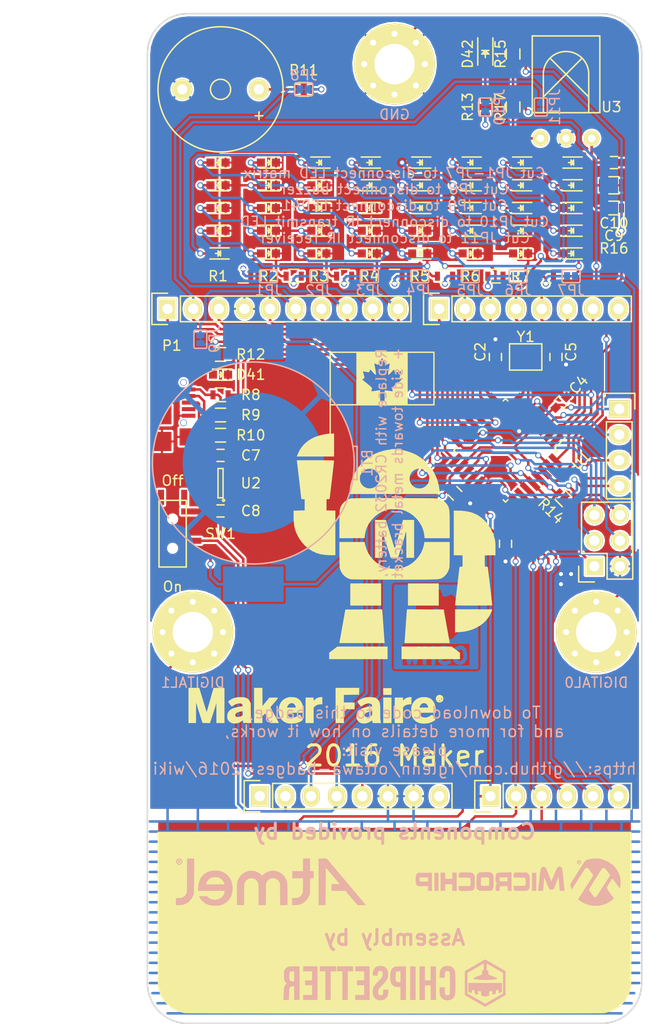
<source format=kicad_pcb>
(kicad_pcb (version 4) (host pcbnew 4.0.0-rc1-stable)
  (layers (0 F.Cu signal) (31 B.Cu signal) (34 B.Paste user) (35 F.Paste user) (36 B.SilkS user) (37 F.SilkS user) (38 B.Mask user) (39 F.Mask user) (44 Edge.Cuts user))
  (net 0 "")
  (net 1 /AREF)
  (net 2 GND)
  (net 3 "Net-(C2-Pad1)")
  (net 4 +3V3)
  (net 5 "Net-(C5-Pad1)")
  (net 6 +5V)
  (net 7 "Net-(C8-Pad1)")
  (net 8 "Net-(D1-Pad2)")
  (net 9 "Net-(D1-Pad1)")
  (net 10 "Net-(D13-Pad1)")
  (net 11 "Net-(D15-Pad2)")
  (net 12 "Net-(D10-Pad2)")
  (net 13 "Net-(D11-Pad2)")
  (net 14 "Net-(D12-Pad2)")
  (net 15 "Net-(D41-Pad2)")
  (net 16 "Net-(D42-Pad2)")
  (net 17 "Net-(P2-Pad1)")
  (net 18 /RESET)
  (net 19 "Net-(P2-Pad8)")
  (net 20 /ANALOG0)
  (net 21 /ANALOG1)
  (net 22 /ANALOG2)
  (net 23 /ANALOG3)
  (net 24 /ANALOG4)
  (net 25 /ANALOG5)
  (net 26 /DIGITAL13)
  (net 27 /DIGITAL12)
  (net 28 /DIGITAL11)
  (net 29 /DIGITAL10)
  (net 30 /DIGITAL9)
  (net 31 /DIGITAL8)
  (net 32 /DIGITAL7)
  (net 33 /DIGITAL6)
  (net 34 /DIGITAL5)
  (net 35 /DIGITAL4)
  (net 36 /DIGITAL3)
  (net 37 /DIGITAL2)
  (net 38 /DIGITAL1)
  (net 39 /DIGITAL0)
  (net 40 "Net-(JP1-Pad2)")
  (net 41 "Net-(JP2-Pad2)")
  (net 42 "Net-(JP3-Pad2)")
  (net 43 "Net-(JP4-Pad2)")
  (net 44 "Net-(JP5-Pad2)")
  (net 45 "Net-(JP6-Pad2)")
  (net 46 "Net-(JP7-Pad2)")
  (net 47 "Net-(P1-Pad2)")
  (net 48 "Net-(P1-Pad3)")
  (net 49 "Net-(R11-Pad1)")
  (net 50 "Net-(JP8-Pad2)")
  (net 51 "Net-(JP9-Pad2)")
  (net 52 "Net-(JP10-Pad2)")
  (net 53 "Net-(U2-Pad4)")
  (net 54 "Net-(P1-Pad4)")
  (net 55 "Net-(BT1-Pad1)")
  (net 56 "Net-(JP11-Pad2)")
  (net 57 "Net-(C10-Pad1)")
  (net 58 "Net-(R17-Pad1)")
  (net 59 /PE0)
  (net 60 /PE1)
  (net 61 /PE2)
  (net 62 /PE3)
  (module Fiducials:Fiducial_1mm_Dia_2.54mm_Outer_CopperTop (layer F.Cu) (at 79.75 61)
    (fp_text reference REF** hide)
    (fp_text value Fiducial_1mm_Dia_2.54mm_Outer_CopperTop)
    (pad ~ smd circle (at 0 0) (size 1 1) (layers F.Cu F.Mask) (clearance 0.77))
  )
  (module Capacitors_SMD:C_0603 (layer F.Cu) (at 85.5 102.5 270)
    (fp_text reference C1 hide)
    (fp_text value 100n)
    (pad 1 smd rect (at -0.75 0 270) (size 0.8 0.75) (layers F.Cu F.Paste F.Mask) (net 1 /AREF))
    (pad 2 smd rect (at 0.75 0 270) (size 0.8 0.75) (layers F.Cu F.Paste F.Mask) (net 2 GND))
  )
  (module Capacitors_SMD:C_0603 (layer F.Cu) (at 84.5 84 90)
    (fp_text reference C2 (at 0.5 -1.5 90) (layer F.SilkS))
    (fp_text value 18p)
    (pad 1 smd rect (at -0.75 0 90) (size 0.8 0.75) (layers F.Cu F.Paste F.Mask) (net 3 "Net-(C2-Pad1)"))
    (pad 2 smd rect (at 0.75 0 90) (size 0.8 0.75) (layers F.Cu F.Paste F.Mask) (net 2 GND))
  )
  (module Capacitors_SMD:C_0603 (layer F.Cu) (at 91 88.5 45)
    (fp_text reference C4 (at 2.474874 0 45) (layer F.SilkS))
    (fp_text value 100n)
    (pad 1 smd rect (at -0.75 0 45) (size 0.8 0.75) (layers F.Cu F.Paste F.Mask) (net 4 +3V3))
    (pad 2 smd rect (at 0.75 0 45) (size 0.8 0.75) (layers F.Cu F.Paste F.Mask) (net 2 GND))
  )
  (module Capacitors_SMD:C_0603 (layer F.Cu) (at 90.5 84 270)
    (fp_text reference C5 (at -0.5 -1.5 270) (layer F.SilkS))
    (fp_text value 18p)
    (pad 1 smd rect (at -0.75 0 270) (size 0.8 0.75) (layers F.Cu F.Paste F.Mask) (net 5 "Net-(C5-Pad1)"))
    (pad 2 smd rect (at 0.75 0 270) (size 0.8 0.75) (layers F.Cu F.Paste F.Mask) (net 2 GND))
  )
  (module Capacitors_SMD:C_0603 (layer F.Cu) (at 80.5 97.5 315)
    (fp_text reference C6 hide)
    (fp_text value 100n)
    (pad 1 smd rect (at -0.75 0 315) (size 0.8 0.75) (layers F.Cu F.Paste F.Mask) (net 4 +3V3))
    (pad 2 smd rect (at 0.75 0 315) (size 0.8 0.75) (layers F.Cu F.Paste F.Mask) (net 2 GND))
  )
  (module Capacitors_SMD:C_0603 (layer F.Cu) (at 57.25 93.75 180)
    (fp_text reference C7 (at -3 0 180) (layer F.SilkS))
    (fp_text value 1u)
    (pad 1 smd rect (at -0.75 0 180) (size 0.8 0.75) (layers F.Cu F.Paste F.Mask) (net 6 +5V))
    (pad 2 smd rect (at 0.75 0 180) (size 0.8 0.75) (layers F.Cu F.Paste F.Mask) (net 2 GND))
  )
  (module Capacitors_SMD:C_0603 (layer F.Cu) (at 57.25 99.25)
    (fp_text reference C8 (at 3 0) (layer F.SilkS))
    (fp_text value 1u)
    (pad 1 smd rect (at -0.75 0) (size 0.8 0.75) (layers F.Cu F.Paste F.Mask) (net 7 "Net-(C8-Pad1)"))
    (pad 2 smd rect (at 0.75 0) (size 0.8 0.75) (layers F.Cu F.Paste F.Mask) (net 2 GND))
  )
  (module LEDs:LED_0603 (layer F.Cu) (at 57 64.75 180)
    (fp_text reference D1 hide)
    (fp_text value Led_Small)
    (pad 2 smd rect (at 0.7493 0) (size 0.79756 0.79756) (layers F.Cu F.Paste F.Mask) (net 8 "Net-(D1-Pad2)"))
    (pad 1 smd rect (at -0.7493 0) (size 0.79756 0.79756) (layers F.Cu F.Paste F.Mask) (net 9 "Net-(D1-Pad1)"))
  )
  (module LEDs:LED_0603 (layer F.Cu) (at 57 67 180)
    (fp_text reference D2 hide)
    (fp_text value Led_Small)
    (pad 2 smd rect (at 0.7493 0) (size 0.79756 0.79756) (layers F.Cu F.Paste F.Mask) (net 10 "Net-(D13-Pad1)"))
    (pad 1 smd rect (at -0.7493 0) (size 0.79756 0.79756) (layers F.Cu F.Paste F.Mask) (net 9 "Net-(D1-Pad1)"))
  )
  (module LEDs:LED_0603 (layer F.Cu) (at 57 69.25 180)
    (fp_text reference D3 hide)
    (fp_text value Led_Small)
    (pad 2 smd rect (at 0.7493 0) (size 0.79756 0.79756) (layers F.Cu F.Paste F.Mask) (net 11 "Net-(D15-Pad2)"))
    (pad 1 smd rect (at -0.7493 0) (size 0.79756 0.79756) (layers F.Cu F.Paste F.Mask) (net 9 "Net-(D1-Pad1)"))
  )
  (module LEDs:LED_0603 (layer F.Cu) (at 57 71.5 180)
    (fp_text reference D4 hide)
    (fp_text value Led_Small)
    (pad 2 smd rect (at 0.7493 0) (size 0.79756 0.79756) (layers F.Cu F.Paste F.Mask) (net 12 "Net-(D10-Pad2)"))
    (pad 1 smd rect (at -0.7493 0) (size 0.79756 0.79756) (layers F.Cu F.Paste F.Mask) (net 9 "Net-(D1-Pad1)"))
  )
  (module LEDs:LED_0603 (layer F.Cu) (at 57 73.75 180)
    (fp_text reference D5 hide)
    (fp_text value Led_Small)
    (pad 2 smd rect (at 0.7493 0) (size 0.79756 0.79756) (layers F.Cu F.Paste F.Mask) (net 13 "Net-(D11-Pad2)"))
    (pad 1 smd rect (at -0.7493 0) (size 0.79756 0.79756) (layers F.Cu F.Paste F.Mask) (net 9 "Net-(D1-Pad1)"))
  )
  (module LEDs:LED_0603 (layer F.Cu) (at 62 64.75 180)
    (fp_text reference D6 hide)
    (fp_text value Led_Small)
    (pad 2 smd rect (at 0.7493 0) (size 0.79756 0.79756) (layers F.Cu F.Paste F.Mask) (net 14 "Net-(D12-Pad2)"))
    (pad 1 smd rect (at -0.7493 0) (size 0.79756 0.79756) (layers F.Cu F.Paste F.Mask) (net 9 "Net-(D1-Pad1)"))
  )
  (module LEDs:LED_0603 (layer F.Cu) (at 62 67 180)
    (fp_text reference D7 hide)
    (fp_text value Led_Small)
    (pad 2 smd rect (at 0.7493 0) (size 0.79756 0.79756) (layers F.Cu F.Paste F.Mask) (net 9 "Net-(D1-Pad1)"))
    (pad 1 smd rect (at -0.7493 0) (size 0.79756 0.79756) (layers F.Cu F.Paste F.Mask) (net 8 "Net-(D1-Pad2)"))
  )
  (module LEDs:LED_0603 (layer F.Cu) (at 62 69.25 180)
    (fp_text reference D8 hide)
    (fp_text value Led_Small)
    (pad 2 smd rect (at 0.7493 0) (size 0.79756 0.79756) (layers F.Cu F.Paste F.Mask) (net 10 "Net-(D13-Pad1)"))
    (pad 1 smd rect (at -0.7493 0) (size 0.79756 0.79756) (layers F.Cu F.Paste F.Mask) (net 8 "Net-(D1-Pad2)"))
  )
  (module LEDs:LED_0603 (layer F.Cu) (at 62 71.5 180)
    (fp_text reference D9 hide)
    (fp_text value Led_Small)
    (pad 2 smd rect (at 0.7493 0) (size 0.79756 0.79756) (layers F.Cu F.Paste F.Mask) (net 11 "Net-(D15-Pad2)"))
    (pad 1 smd rect (at -0.7493 0) (size 0.79756 0.79756) (layers F.Cu F.Paste F.Mask) (net 8 "Net-(D1-Pad2)"))
  )
  (module LEDs:LED_0603 (layer F.Cu) (at 62 73.75 180)
    (fp_text reference D10 hide)
    (fp_text value Led_Small)
    (pad 2 smd rect (at 0.7493 0) (size 0.79756 0.79756) (layers F.Cu F.Paste F.Mask) (net 12 "Net-(D10-Pad2)"))
    (pad 1 smd rect (at -0.7493 0) (size 0.79756 0.79756) (layers F.Cu F.Paste F.Mask) (net 8 "Net-(D1-Pad2)"))
  )
  (module LEDs:LED_0603 (layer F.Cu) (at 67 64.75 180)
    (fp_text reference D11 hide)
    (fp_text value Led_Small)
    (pad 2 smd rect (at 0.7493 0) (size 0.79756 0.79756) (layers F.Cu F.Paste F.Mask) (net 13 "Net-(D11-Pad2)"))
    (pad 1 smd rect (at -0.7493 0) (size 0.79756 0.79756) (layers F.Cu F.Paste F.Mask) (net 8 "Net-(D1-Pad2)"))
  )
  (module LEDs:LED_0603 (layer F.Cu) (at 67 67 180)
    (fp_text reference D12 hide)
    (fp_text value Led_Small)
    (pad 2 smd rect (at 0.7493 0) (size 0.79756 0.79756) (layers F.Cu F.Paste F.Mask) (net 14 "Net-(D12-Pad2)"))
    (pad 1 smd rect (at -0.7493 0) (size 0.79756 0.79756) (layers F.Cu F.Paste F.Mask) (net 8 "Net-(D1-Pad2)"))
  )
  (module LEDs:LED_0603 (layer F.Cu) (at 67 69.25 180)
    (fp_text reference D13 hide)
    (fp_text value Led_Small)
    (pad 2 smd rect (at 0.7493 0) (size 0.79756 0.79756) (layers F.Cu F.Paste F.Mask) (net 9 "Net-(D1-Pad1)"))
    (pad 1 smd rect (at -0.7493 0) (size 0.79756 0.79756) (layers F.Cu F.Paste F.Mask) (net 10 "Net-(D13-Pad1)"))
  )
  (module LEDs:LED_0603 (layer F.Cu) (at 67 71.5 180)
    (fp_text reference D14 hide)
    (fp_text value Led_Small)
    (pad 2 smd rect (at 0.7493 0) (size 0.79756 0.79756) (layers F.Cu F.Paste F.Mask) (net 8 "Net-(D1-Pad2)"))
    (pad 1 smd rect (at -0.7493 0) (size 0.79756 0.79756) (layers F.Cu F.Paste F.Mask) (net 10 "Net-(D13-Pad1)"))
  )
  (module LEDs:LED_0603 (layer F.Cu) (at 67 73.75 180)
    (fp_text reference D15 hide)
    (fp_text value Led_Small)
    (pad 2 smd rect (at 0.7493 0) (size 0.79756 0.79756) (layers F.Cu F.Paste F.Mask) (net 11 "Net-(D15-Pad2)"))
    (pad 1 smd rect (at -0.7493 0) (size 0.79756 0.79756) (layers F.Cu F.Paste F.Mask) (net 10 "Net-(D13-Pad1)"))
  )
  (module LEDs:LED_0603 (layer F.Cu) (at 72 64.75 180)
    (fp_text reference D16 hide)
    (fp_text value Led_Small)
    (pad 2 smd rect (at 0.7493 0) (size 0.79756 0.79756) (layers F.Cu F.Paste F.Mask) (net 12 "Net-(D10-Pad2)"))
    (pad 1 smd rect (at -0.7493 0) (size 0.79756 0.79756) (layers F.Cu F.Paste F.Mask) (net 10 "Net-(D13-Pad1)"))
  )
  (module LEDs:LED_0603 (layer F.Cu) (at 72 67 180)
    (fp_text reference D17 hide)
    (fp_text value Led_Small)
    (pad 2 smd rect (at 0.7493 0) (size 0.79756 0.79756) (layers F.Cu F.Paste F.Mask) (net 13 "Net-(D11-Pad2)"))
    (pad 1 smd rect (at -0.7493 0) (size 0.79756 0.79756) (layers F.Cu F.Paste F.Mask) (net 10 "Net-(D13-Pad1)"))
  )
  (module LEDs:LED_0603 (layer F.Cu) (at 72 69.25 180)
    (fp_text reference D18 hide)
    (fp_text value Led_Small)
    (pad 2 smd rect (at 0.7493 0) (size 0.79756 0.79756) (layers F.Cu F.Paste F.Mask) (net 14 "Net-(D12-Pad2)"))
    (pad 1 smd rect (at -0.7493 0) (size 0.79756 0.79756) (layers F.Cu F.Paste F.Mask) (net 10 "Net-(D13-Pad1)"))
  )
  (module LEDs:LED_0603 (layer F.Cu) (at 72 71.5 180)
    (fp_text reference D19 hide)
    (fp_text value Led_Small)
    (pad 2 smd rect (at 0.7493 0) (size 0.79756 0.79756) (layers F.Cu F.Paste F.Mask) (net 9 "Net-(D1-Pad1)"))
    (pad 1 smd rect (at -0.7493 0) (size 0.79756 0.79756) (layers F.Cu F.Paste F.Mask) (net 11 "Net-(D15-Pad2)"))
  )
  (module LEDs:LED_0603 (layer F.Cu) (at 72 73.75 180)
    (fp_text reference D20 hide)
    (fp_text value Led_Small)
    (pad 2 smd rect (at 0.7493 0) (size 0.79756 0.79756) (layers F.Cu F.Paste F.Mask) (net 8 "Net-(D1-Pad2)"))
    (pad 1 smd rect (at -0.7493 0) (size 0.79756 0.79756) (layers F.Cu F.Paste F.Mask) (net 11 "Net-(D15-Pad2)"))
  )
  (module LEDs:LED_0603 (layer F.Cu) (at 77 64.75 180)
    (fp_text reference D21 hide)
    (fp_text value Led_Small)
    (pad 2 smd rect (at 0.7493 0) (size 0.79756 0.79756) (layers F.Cu F.Paste F.Mask) (net 10 "Net-(D13-Pad1)"))
    (pad 1 smd rect (at -0.7493 0) (size 0.79756 0.79756) (layers F.Cu F.Paste F.Mask) (net 11 "Net-(D15-Pad2)"))
  )
  (module LEDs:LED_0603 (layer F.Cu) (at 77 67 180)
    (fp_text reference D22 hide)
    (fp_text value Led_Small)
    (pad 2 smd rect (at 0.7493 0) (size 0.79756 0.79756) (layers F.Cu F.Paste F.Mask) (net 12 "Net-(D10-Pad2)"))
    (pad 1 smd rect (at -0.7493 0) (size 0.79756 0.79756) (layers F.Cu F.Paste F.Mask) (net 11 "Net-(D15-Pad2)"))
  )
  (module LEDs:LED_0603 (layer F.Cu) (at 77 69.25 180)
    (fp_text reference D23 hide)
    (fp_text value Led_Small)
    (pad 2 smd rect (at 0.7493 0) (size 0.79756 0.79756) (layers F.Cu F.Paste F.Mask) (net 13 "Net-(D11-Pad2)"))
    (pad 1 smd rect (at -0.7493 0) (size 0.79756 0.79756) (layers F.Cu F.Paste F.Mask) (net 11 "Net-(D15-Pad2)"))
  )
  (module LEDs:LED_0603 (layer F.Cu) (at 77 71.5 180)
    (fp_text reference D24 hide)
    (fp_text value Led_Small)
    (pad 2 smd rect (at 0.7493 0) (size 0.79756 0.79756) (layers F.Cu F.Paste F.Mask) (net 14 "Net-(D12-Pad2)"))
    (pad 1 smd rect (at -0.7493 0) (size 0.79756 0.79756) (layers F.Cu F.Paste F.Mask) (net 11 "Net-(D15-Pad2)"))
  )
  (module LEDs:LED_0603 (layer F.Cu) (at 77 73.75 180)
    (fp_text reference D25 hide)
    (fp_text value Led_Small)
    (pad 2 smd rect (at 0.7493 0) (size 0.79756 0.79756) (layers F.Cu F.Paste F.Mask) (net 9 "Net-(D1-Pad1)"))
    (pad 1 smd rect (at -0.7493 0) (size 0.79756 0.79756) (layers F.Cu F.Paste F.Mask) (net 12 "Net-(D10-Pad2)"))
  )
  (module LEDs:LED_0603 (layer F.Cu) (at 82 64.75 180)
    (fp_text reference D26 hide)
    (fp_text value Led_Small)
    (pad 2 smd rect (at 0.7493 0) (size 0.79756 0.79756) (layers F.Cu F.Paste F.Mask) (net 8 "Net-(D1-Pad2)"))
    (pad 1 smd rect (at -0.7493 0) (size 0.79756 0.79756) (layers F.Cu F.Paste F.Mask) (net 12 "Net-(D10-Pad2)"))
  )
  (module LEDs:LED_0603 (layer F.Cu) (at 82 67 180)
    (fp_text reference D27 hide)
    (fp_text value Led_Small)
    (pad 2 smd rect (at 0.7493 0) (size 0.79756 0.79756) (layers F.Cu F.Paste F.Mask) (net 10 "Net-(D13-Pad1)"))
    (pad 1 smd rect (at -0.7493 0) (size 0.79756 0.79756) (layers F.Cu F.Paste F.Mask) (net 12 "Net-(D10-Pad2)"))
  )
  (module LEDs:LED_0603 (layer F.Cu) (at 82 69.25 180)
    (fp_text reference D28 hide)
    (fp_text value Led_Small)
    (pad 2 smd rect (at 0.7493 0) (size 0.79756 0.79756) (layers F.Cu F.Paste F.Mask) (net 11 "Net-(D15-Pad2)"))
    (pad 1 smd rect (at -0.7493 0) (size 0.79756 0.79756) (layers F.Cu F.Paste F.Mask) (net 12 "Net-(D10-Pad2)"))
  )
  (module LEDs:LED_0603 (layer F.Cu) (at 82 71.5 180)
    (fp_text reference D29 hide)
    (fp_text value Led_Small)
    (pad 2 smd rect (at 0.7493 0) (size 0.79756 0.79756) (layers F.Cu F.Paste F.Mask) (net 13 "Net-(D11-Pad2)"))
    (pad 1 smd rect (at -0.7493 0) (size 0.79756 0.79756) (layers F.Cu F.Paste F.Mask) (net 12 "Net-(D10-Pad2)"))
  )
  (module LEDs:LED_0603 (layer F.Cu) (at 82 73.75 180)
    (fp_text reference D30 hide)
    (fp_text value Led_Small)
    (pad 2 smd rect (at 0.7493 0) (size 0.79756 0.79756) (layers F.Cu F.Paste F.Mask) (net 14 "Net-(D12-Pad2)"))
    (pad 1 smd rect (at -0.7493 0) (size 0.79756 0.79756) (layers F.Cu F.Paste F.Mask) (net 12 "Net-(D10-Pad2)"))
  )
  (module LEDs:LED_0603 (layer F.Cu) (at 87 64.75 180)
    (fp_text reference D31 hide)
    (fp_text value Led_Small)
    (pad 2 smd rect (at 0.7493 0) (size 0.79756 0.79756) (layers F.Cu F.Paste F.Mask) (net 9 "Net-(D1-Pad1)"))
    (pad 1 smd rect (at -0.7493 0) (size 0.79756 0.79756) (layers F.Cu F.Paste F.Mask) (net 13 "Net-(D11-Pad2)"))
  )
  (module LEDs:LED_0603 (layer F.Cu) (at 87 67 180)
    (fp_text reference D32 hide)
    (fp_text value Led_Small)
    (pad 2 smd rect (at 0.7493 0) (size 0.79756 0.79756) (layers F.Cu F.Paste F.Mask) (net 8 "Net-(D1-Pad2)"))
    (pad 1 smd rect (at -0.7493 0) (size 0.79756 0.79756) (layers F.Cu F.Paste F.Mask) (net 13 "Net-(D11-Pad2)"))
  )
  (module LEDs:LED_0603 (layer F.Cu) (at 87 69.25 180)
    (fp_text reference D33 hide)
    (fp_text value Led_Small)
    (pad 2 smd rect (at 0.7493 0) (size 0.79756 0.79756) (layers F.Cu F.Paste F.Mask) (net 10 "Net-(D13-Pad1)"))
    (pad 1 smd rect (at -0.7493 0) (size 0.79756 0.79756) (layers F.Cu F.Paste F.Mask) (net 13 "Net-(D11-Pad2)"))
  )
  (module LEDs:LED_0603 (layer F.Cu) (at 87 71.5 180)
    (fp_text reference D34 hide)
    (fp_text value Led_Small)
    (pad 2 smd rect (at 0.7493 0) (size 0.79756 0.79756) (layers F.Cu F.Paste F.Mask) (net 11 "Net-(D15-Pad2)"))
    (pad 1 smd rect (at -0.7493 0) (size 0.79756 0.79756) (layers F.Cu F.Paste F.Mask) (net 13 "Net-(D11-Pad2)"))
  )
  (module LEDs:LED_0603 (layer F.Cu) (at 87 73.75 180)
    (fp_text reference D35 hide)
    (fp_text value Led_Small)
    (pad 2 smd rect (at 0.7493 0) (size 0.79756 0.79756) (layers F.Cu F.Paste F.Mask) (net 12 "Net-(D10-Pad2)"))
    (pad 1 smd rect (at -0.7493 0) (size 0.79756 0.79756) (layers F.Cu F.Paste F.Mask) (net 13 "Net-(D11-Pad2)"))
  )
  (module LEDs:LED_0603 (layer F.Cu) (at 92 64.75 180)
    (fp_text reference D36 hide)
    (fp_text value Led_Small)
    (pad 2 smd rect (at 0.7493 0) (size 0.79756 0.79756) (layers F.Cu F.Paste F.Mask) (net 14 "Net-(D12-Pad2)"))
    (pad 1 smd rect (at -0.7493 0) (size 0.79756 0.79756) (layers F.Cu F.Paste F.Mask) (net 13 "Net-(D11-Pad2)"))
  )
  (module LEDs:LED_0603 (layer F.Cu) (at 92 67 180)
    (fp_text reference D37 hide)
    (fp_text value Led_Small)
    (pad 2 smd rect (at 0.7493 0) (size 0.79756 0.79756) (layers F.Cu F.Paste F.Mask) (net 9 "Net-(D1-Pad1)"))
    (pad 1 smd rect (at -0.7493 0) (size 0.79756 0.79756) (layers F.Cu F.Paste F.Mask) (net 14 "Net-(D12-Pad2)"))
  )
  (module LEDs:LED_0603 (layer F.Cu) (at 92 69.25 180)
    (fp_text reference D38 hide)
    (fp_text value Led_Small)
    (pad 2 smd rect (at 0.7493 0) (size 0.79756 0.79756) (layers F.Cu F.Paste F.Mask) (net 8 "Net-(D1-Pad2)"))
    (pad 1 smd rect (at -0.7493 0) (size 0.79756 0.79756) (layers F.Cu F.Paste F.Mask) (net 14 "Net-(D12-Pad2)"))
  )
  (module LEDs:LED_0603 (layer F.Cu) (at 92 71.5 180)
    (fp_text reference D39 hide)
    (fp_text value Led_Small)
    (pad 2 smd rect (at 0.7493 0) (size 0.79756 0.79756) (layers F.Cu F.Paste F.Mask) (net 10 "Net-(D13-Pad1)"))
    (pad 1 smd rect (at -0.7493 0) (size 0.79756 0.79756) (layers F.Cu F.Paste F.Mask) (net 14 "Net-(D12-Pad2)"))
  )
  (module LEDs:LED_0603 (layer F.Cu) (at 92 73.75 180)
    (fp_text reference D40 hide)
    (fp_text value Led_Small)
    (pad 2 smd rect (at 0.7493 0) (size 0.79756 0.79756) (layers F.Cu F.Paste F.Mask) (net 11 "Net-(D15-Pad2)"))
    (pad 1 smd rect (at -0.7493 0) (size 0.79756 0.79756) (layers F.Cu F.Paste F.Mask) (net 14 "Net-(D12-Pad2)"))
  )
  (module LEDs:LED_0603 (layer F.Cu) (at 57.25 85.75 180)
    (fp_text reference D41 (at -3 0 180) (layer F.SilkS))
    (fp_text value Led_Small)
    (pad 2 smd rect (at 0.7493 0) (size 0.79756 0.79756) (layers F.Cu F.Paste F.Mask) (net 15 "Net-(D41-Pad2)"))
    (pad 1 smd rect (at -0.7493 0) (size 0.79756 0.79756) (layers F.Cu F.Paste F.Mask) (net 2 GND))
  )
  (module LEDs:LED_0805 (layer F.Cu) (at 83.5 54 270)
    (fp_text reference D42 (at 0 1.75 270) (layer F.SilkS))
    (fp_text value Led_Small)
    (pad 2 smd rect (at 1.04902 0 90) (size 1.19888 1.19888) (layers F.Cu F.Paste F.Mask) (net 16 "Net-(D42-Pad2)"))
    (pad 1 smd rect (at -1.04902 0 90) (size 1.19888 1.19888) (layers F.Cu F.Paste F.Mask) (net 2 GND))
  )
  (module Socket_Strips:Socket_Strip_Straight_1x08 (layer F.Cu) (at 61.144 127.5)
    (fp_text reference P2 hide)
    (fp_text value CONN_01X08)
    (pad 1 thru_hole rect (at 0 0) (size 1.7272 2.032) (drill 1.016) (layers *.Cu *.Mask F.SilkS) (net 17 "Net-(P2-Pad1)"))
    (pad 2 thru_hole oval (at 2.54 0) (size 1.7272 2.032) (drill 1.016) (layers *.Cu *.Mask F.SilkS) (net 4 +3V3))
    (pad 3 thru_hole oval (at 5.08 0) (size 1.7272 2.032) (drill 1.016) (layers *.Cu *.Mask F.SilkS) (net 18 /RESET))
    (pad 4 thru_hole oval (at 7.62 0) (size 1.7272 2.032) (drill 1.016) (layers *.Cu *.Mask F.SilkS) (net 4 +3V3))
    (pad 5 thru_hole oval (at 10.16 0) (size 1.7272 2.032) (drill 1.016) (layers *.Cu *.Mask F.SilkS) (net 6 +5V))
    (pad 6 thru_hole oval (at 12.7 0) (size 1.7272 2.032) (drill 1.016) (layers *.Cu *.Mask F.SilkS) (net 2 GND))
    (pad 7 thru_hole oval (at 15.24 0) (size 1.7272 2.032) (drill 1.016) (layers *.Cu *.Mask F.SilkS) (net 2 GND))
    (pad 8 thru_hole oval (at 17.78 0) (size 1.7272 2.032) (drill 1.016) (layers *.Cu *.Mask F.SilkS) (net 19 "Net-(P2-Pad8)"))
  )
  (module Socket_Strips:Socket_Strip_Straight_1x06 (layer F.Cu) (at 84.004 127.5)
    (fp_text reference P3 hide)
    (fp_text value CONN_01X06)
    (pad 1 thru_hole rect (at 0 0) (size 1.7272 2.032) (drill 1.016) (layers *.Cu *.Mask F.SilkS) (net 20 /ANALOG0))
    (pad 2 thru_hole oval (at 2.54 0) (size 1.7272 2.032) (drill 1.016) (layers *.Cu *.Mask F.SilkS) (net 21 /ANALOG1))
    (pad 3 thru_hole oval (at 5.08 0) (size 1.7272 2.032) (drill 1.016) (layers *.Cu *.Mask F.SilkS) (net 22 /ANALOG2))
    (pad 4 thru_hole oval (at 7.62 0) (size 1.7272 2.032) (drill 1.016) (layers *.Cu *.Mask F.SilkS) (net 23 /ANALOG3))
    (pad 5 thru_hole oval (at 10.16 0) (size 1.7272 2.032) (drill 1.016) (layers *.Cu *.Mask F.SilkS) (net 24 /ANALOG4))
    (pad 6 thru_hole oval (at 12.7 0) (size 1.7272 2.032) (drill 1.016) (layers *.Cu *.Mask F.SilkS) (net 25 /ANALOG5))
  )
  (module Socket_Strips:Socket_Strip_Straight_1x10 (layer F.Cu) (at 52 79.24)
    (fp_text reference P4 hide)
    (fp_text value CONN_01X10)
    (pad 1 thru_hole rect (at 0 0) (size 1.7272 2.032) (drill 1.016) (layers *.Cu *.Mask F.SilkS) (net 25 /ANALOG5))
    (pad 2 thru_hole oval (at 2.54 0) (size 1.7272 2.032) (drill 1.016) (layers *.Cu *.Mask F.SilkS) (net 24 /ANALOG4))
    (pad 3 thru_hole oval (at 5.08 0) (size 1.7272 2.032) (drill 1.016) (layers *.Cu *.Mask F.SilkS) (net 1 /AREF))
    (pad 4 thru_hole oval (at 7.62 0) (size 1.7272 2.032) (drill 1.016) (layers *.Cu *.Mask F.SilkS) (net 2 GND))
    (pad 5 thru_hole oval (at 10.16 0) (size 1.7272 2.032) (drill 1.016) (layers *.Cu *.Mask F.SilkS) (net 26 /DIGITAL13))
    (pad 6 thru_hole oval (at 12.7 0) (size 1.7272 2.032) (drill 1.016) (layers *.Cu *.Mask F.SilkS) (net 27 /DIGITAL12))
    (pad 7 thru_hole oval (at 15.24 0) (size 1.7272 2.032) (drill 1.016) (layers *.Cu *.Mask F.SilkS) (net 28 /DIGITAL11))
    (pad 8 thru_hole oval (at 17.78 0) (size 1.7272 2.032) (drill 1.016) (layers *.Cu *.Mask F.SilkS) (net 29 /DIGITAL10))
    (pad 9 thru_hole oval (at 20.32 0) (size 1.7272 2.032) (drill 1.016) (layers *.Cu *.Mask F.SilkS) (net 30 /DIGITAL9))
    (pad 10 thru_hole oval (at 22.86 0) (size 1.7272 2.032) (drill 1.016) (layers *.Cu *.Mask F.SilkS) (net 31 /DIGITAL8))
  )
  (module Socket_Strips:Socket_Strip_Straight_1x08 (layer F.Cu) (at 78.924 79.24)
    (fp_text reference P5 hide)
    (fp_text value CONN_01X08)
    (pad 1 thru_hole rect (at 0 0) (size 1.7272 2.032) (drill 1.016) (layers *.Cu *.Mask F.SilkS) (net 32 /DIGITAL7))
    (pad 2 thru_hole oval (at 2.54 0) (size 1.7272 2.032) (drill 1.016) (layers *.Cu *.Mask F.SilkS) (net 33 /DIGITAL6))
    (pad 3 thru_hole oval (at 5.08 0) (size 1.7272 2.032) (drill 1.016) (layers *.Cu *.Mask F.SilkS) (net 34 /DIGITAL5))
    (pad 4 thru_hole oval (at 7.62 0) (size 1.7272 2.032) (drill 1.016) (layers *.Cu *.Mask F.SilkS) (net 35 /DIGITAL4))
    (pad 5 thru_hole oval (at 10.16 0) (size 1.7272 2.032) (drill 1.016) (layers *.Cu *.Mask F.SilkS) (net 36 /DIGITAL3))
    (pad 6 thru_hole oval (at 12.7 0) (size 1.7272 2.032) (drill 1.016) (layers *.Cu *.Mask F.SilkS) (net 37 /DIGITAL2))
    (pad 7 thru_hole oval (at 15.24 0) (size 1.7272 2.032) (drill 1.016) (layers *.Cu *.Mask F.SilkS) (net 38 /DIGITAL1))
    (pad 8 thru_hole oval (at 17.78 0) (size 1.7272 2.032) (drill 1.016) (layers *.Cu *.Mask F.SilkS) (net 39 /DIGITAL0))
  )
  (module Socket_Strips:Socket_Strip_Straight_2x03 (layer F.Cu) (at 94.304513 104.730013 90)
    (fp_text reference P6 hide)
    (fp_text value CONN_02X03)
    (pad 1 thru_hole rect (at 0 0 90) (size 1.7272 1.7272) (drill 1.016) (layers *.Cu *.Mask F.SilkS) (net 18 /RESET))
    (pad 2 thru_hole oval (at 0 2.54 90) (size 1.7272 1.7272) (drill 1.016) (layers *.Cu *.Mask F.SilkS) (net 2 GND))
    (pad 3 thru_hole oval (at 2.54 0 90) (size 1.7272 1.7272) (drill 1.016) (layers *.Cu *.Mask F.SilkS) (net 26 /DIGITAL13))
    (pad 4 thru_hole oval (at 2.54 2.54 90) (size 1.7272 1.7272) (drill 1.016) (layers *.Cu *.Mask F.SilkS) (net 28 /DIGITAL11))
    (pad 5 thru_hole oval (at 5.08 0 90) (size 1.7272 1.7272) (drill 1.016) (layers *.Cu *.Mask F.SilkS) (net 27 /DIGITAL12))
    (pad 6 thru_hole oval (at 5.08 2.54 90) (size 1.7272 1.7272) (drill 1.016) (layers *.Cu *.Mask F.SilkS) (net 4 +3V3))
  )
  (module Resistors_SMD:R_0603 (layer F.Cu) (at 59.5 76)
    (fp_text reference R1 (at -2.5 0) (layer F.SilkS))
    (fp_text value 56)
    (pad 1 smd rect (at -0.75 0) (size 0.5 0.9) (layers F.Cu F.Paste F.Mask) (net 9 "Net-(D1-Pad1)"))
    (pad 2 smd rect (at 0.75 0) (size 0.5 0.9) (layers F.Cu F.Paste F.Mask) (net 40 "Net-(JP1-Pad2)"))
  )
  (module Resistors_SMD:R_0603 (layer F.Cu) (at 64.5 76)
    (fp_text reference R2 (at -2.5 0) (layer F.SilkS))
    (fp_text value 56)
    (pad 1 smd rect (at -0.75 0) (size 0.5 0.9) (layers F.Cu F.Paste F.Mask) (net 8 "Net-(D1-Pad2)"))
    (pad 2 smd rect (at 0.75 0) (size 0.5 0.9) (layers F.Cu F.Paste F.Mask) (net 41 "Net-(JP2-Pad2)"))
  )
  (module Resistors_SMD:R_0603 (layer F.Cu) (at 69.5 76)
    (fp_text reference R3 (at -2.5 0) (layer F.SilkS))
    (fp_text value 56)
    (pad 1 smd rect (at -0.75 0) (size 0.5 0.9) (layers F.Cu F.Paste F.Mask) (net 10 "Net-(D13-Pad1)"))
    (pad 2 smd rect (at 0.75 0) (size 0.5 0.9) (layers F.Cu F.Paste F.Mask) (net 42 "Net-(JP3-Pad2)"))
  )
  (module Resistors_SMD:R_0603 (layer F.Cu) (at 74.5 76)
    (fp_text reference R4 (at -2.5 0) (layer F.SilkS))
    (fp_text value 56)
    (pad 1 smd rect (at -0.75 0) (size 0.5 0.9) (layers F.Cu F.Paste F.Mask) (net 11 "Net-(D15-Pad2)"))
    (pad 2 smd rect (at 0.75 0) (size 0.5 0.9) (layers F.Cu F.Paste F.Mask) (net 43 "Net-(JP4-Pad2)"))
  )
  (module Resistors_SMD:R_0603 (layer F.Cu) (at 79.5 76)
    (fp_text reference R5 (at -2.5 0) (layer F.SilkS))
    (fp_text value 56)
    (pad 1 smd rect (at -0.75 0) (size 0.5 0.9) (layers F.Cu F.Paste F.Mask) (net 12 "Net-(D10-Pad2)"))
    (pad 2 smd rect (at 0.75 0) (size 0.5 0.9) (layers F.Cu F.Paste F.Mask) (net 44 "Net-(JP5-Pad2)"))
  )
  (module Resistors_SMD:R_0603 (layer F.Cu) (at 84.5 76 180)
    (fp_text reference R6 (at 2.5 0 180) (layer F.SilkS))
    (fp_text value 56)
    (pad 1 smd rect (at -0.75 0 180) (size 0.5 0.9) (layers F.Cu F.Paste F.Mask) (net 13 "Net-(D11-Pad2)"))
    (pad 2 smd rect (at 0.75 0 180) (size 0.5 0.9) (layers F.Cu F.Paste F.Mask) (net 45 "Net-(JP6-Pad2)"))
  )
  (module Resistors_SMD:R_0603 (layer F.Cu) (at 89.5 76 180)
    (fp_text reference R7 (at 2.5 0 180) (layer F.SilkS))
    (fp_text value 56)
    (pad 1 smd rect (at -0.75 0 180) (size 0.5 0.9) (layers F.Cu F.Paste F.Mask) (net 14 "Net-(D12-Pad2)"))
    (pad 2 smd rect (at 0.75 0 180) (size 0.5 0.9) (layers F.Cu F.Paste F.Mask) (net 46 "Net-(JP7-Pad2)"))
  )
  (module Resistors_SMD:R_0603 (layer F.Cu) (at 57.25 87.75)
    (fp_text reference R8 (at 3 0) (layer F.SilkS))
    (fp_text value 1.5K)
    (pad 1 smd rect (at -0.75 0) (size 0.5 0.9) (layers F.Cu F.Paste F.Mask) (net 6 +5V))
    (pad 2 smd rect (at 0.75 0) (size 0.5 0.9) (layers F.Cu F.Paste F.Mask) (net 32 /DIGITAL7))
  )
  (module Resistors_SMD:R_0603 (layer F.Cu) (at 57.25 89.75)
    (fp_text reference R9 (at 3 0) (layer F.SilkS))
    (fp_text value 56)
    (pad 1 smd rect (at -0.75 0) (size 0.5 0.9) (layers F.Cu F.Paste F.Mask) (net 47 "Net-(P1-Pad2)"))
    (pad 2 smd rect (at 0.75 0) (size 0.5 0.9) (layers F.Cu F.Paste F.Mask) (net 32 /DIGITAL7))
  )
  (module Resistors_SMD:R_0603 (layer F.Cu) (at 57.25 91.75)
    (fp_text reference R10 (at 3 0) (layer F.SilkS))
    (fp_text value 56)
    (pad 1 smd rect (at -0.75 0) (size 0.5 0.9) (layers F.Cu F.Paste F.Mask) (net 48 "Net-(P1-Pad3)"))
    (pad 2 smd rect (at 0.75 0) (size 0.5 0.9) (layers F.Cu F.Paste F.Mask) (net 37 /DIGITAL2))
  )
  (module Resistors_SMD:R_0603 (layer F.Cu) (at 65.5 57.5)
    (fp_text reference R11 (at 0 -1.9) (layer F.SilkS))
    (fp_text value 1K)
    (pad 1 smd rect (at -0.75 0) (size 0.5 0.9) (layers F.Cu F.Paste F.Mask) (net 49 "Net-(R11-Pad1)"))
    (pad 2 smd rect (at 0.75 0) (size 0.5 0.9) (layers F.Cu F.Paste F.Mask) (net 50 "Net-(JP8-Pad2)"))
  )
  (module Resistors_SMD:R_0603 (layer F.Cu) (at 57.25 83.75)
    (fp_text reference R12 (at 3 0) (layer F.SilkS))
    (fp_text value 1K)
    (pad 1 smd rect (at -0.75 0) (size 0.5 0.9) (layers F.Cu F.Paste F.Mask) (net 15 "Net-(D41-Pad2)"))
    (pad 2 smd rect (at 0.75 0) (size 0.5 0.9) (layers F.Cu F.Paste F.Mask) (net 51 "Net-(JP9-Pad2)"))
  )
  (module Resistors_SMD:R_0603 (layer F.Cu) (at 83.5 59.25 270)
    (fp_text reference R13 (at 0 1.75 270) (layer F.SilkS))
    (fp_text value 1K)
    (pad 1 smd rect (at -0.75 0 270) (size 0.5 0.9) (layers F.Cu F.Paste F.Mask) (net 16 "Net-(D42-Pad2)"))
    (pad 2 smd rect (at 0.75 0 270) (size 0.5 0.9) (layers F.Cu F.Paste F.Mask) (net 52 "Net-(JP10-Pad2)"))
  )
  (module Resistors_SMD:R_0603 (layer F.Cu) (at 91.25 98 315)
    (fp_text reference R14 (at 0 1.767767 315) (layer F.SilkS))
    (fp_text value 10K)
    (pad 1 smd rect (at -0.75 0 315) (size 0.5 0.9) (layers F.Cu F.Paste F.Mask) (net 18 /RESET))
    (pad 2 smd rect (at 0.75 0 315) (size 0.5 0.9) (layers F.Cu F.Paste F.Mask) (net 4 +3V3))
  )
  (module Buzzers_Beepers:Buzzer_12x9.5RM7.6 (layer F.Cu) (at 57.25 57.5 180)
    (fp_text reference SP1 hide)
    (fp_text value SPEAKER)
    (fp_text user + (at -3.81 -2.54 180) (layer F.SilkS))
    (pad 1 thru_hole circle (at -3.79984 0 180) (size 2 2) (drill 1.00076) (layers *.Cu *.Mask F.SilkS) (net 49 "Net-(R11-Pad1)"))
    (pad 2 thru_hole circle (at 3.79984 0 180) (size 2 2) (drill 1.00076) (layers *.Cu *.Mask F.SilkS) (net 2 GND))
  )
  (module Housings_QFP:TQFP-32_7x7mm_Pitch0.8mm (layer F.Cu) (at 85.5 93.25 225)
    (fp_text reference U1 (at -4.596194 -6.010408 225) (layer F.SilkS))
    (fp_text value ATMEGA328P-A)
    (pad 1 smd rect (at -4.25 -2.8 225) (size 1.6 0.55) (layers F.Cu F.Paste F.Mask) (net 36 /DIGITAL3))
    (pad 2 smd rect (at -4.25 -2 225) (size 1.6 0.55) (layers F.Cu F.Paste F.Mask) (net 35 /DIGITAL4))
    (pad 3 smd rect (at -4.25 -1.2 225) (size 1.6 0.55) (layers F.Cu F.Paste F.Mask) (net 59 /PE0))
    (pad 4 smd rect (at -4.25 -0.4 225) (size 1.6 0.55) (layers F.Cu F.Paste F.Mask) (net 4 +3V3))
    (pad 5 smd rect (at -4.25 0.4 225) (size 1.6 0.55) (layers F.Cu F.Paste F.Mask) (net 2 GND))
    (pad 6 smd rect (at -4.25 1.2 225) (size 1.6 0.55) (layers F.Cu F.Paste F.Mask) (net 60 /PE1))
    (pad 7 smd rect (at -4.25 2 225) (size 1.6 0.55) (layers F.Cu F.Paste F.Mask) (net 5 "Net-(C5-Pad1)"))
    (pad 8 smd rect (at -4.25 2.8 225) (size 1.6 0.55) (layers F.Cu F.Paste F.Mask) (net 3 "Net-(C2-Pad1)"))
    (pad 9 smd rect (at -2.8 4.25 315) (size 1.6 0.55) (layers F.Cu F.Paste F.Mask) (net 34 /DIGITAL5))
    (pad 10 smd rect (at -2 4.25 315) (size 1.6 0.55) (layers F.Cu F.Paste F.Mask) (net 33 /DIGITAL6))
    (pad 11 smd rect (at -1.2 4.25 315) (size 1.6 0.55) (layers F.Cu F.Paste F.Mask) (net 32 /DIGITAL7))
    (pad 12 smd rect (at -0.4 4.25 315) (size 1.6 0.55) (layers F.Cu F.Paste F.Mask) (net 31 /DIGITAL8))
    (pad 13 smd rect (at 0.4 4.25 315) (size 1.6 0.55) (layers F.Cu F.Paste F.Mask) (net 30 /DIGITAL9))
    (pad 14 smd rect (at 1.2 4.25 315) (size 1.6 0.55) (layers F.Cu F.Paste F.Mask) (net 29 /DIGITAL10))
    (pad 15 smd rect (at 2 4.25 315) (size 1.6 0.55) (layers F.Cu F.Paste F.Mask) (net 28 /DIGITAL11))
    (pad 16 smd rect (at 2.8 4.25 315) (size 1.6 0.55) (layers F.Cu F.Paste F.Mask) (net 27 /DIGITAL12))
    (pad 17 smd rect (at 4.25 2.8 225) (size 1.6 0.55) (layers F.Cu F.Paste F.Mask) (net 26 /DIGITAL13))
    (pad 18 smd rect (at 4.25 2 225) (size 1.6 0.55) (layers F.Cu F.Paste F.Mask) (net 4 +3V3))
    (pad 19 smd rect (at 4.25 1.2 225) (size 1.6 0.55) (layers F.Cu F.Paste F.Mask) (net 61 /PE2))
    (pad 20 smd rect (at 4.25 0.4 225) (size 1.6 0.55) (layers F.Cu F.Paste F.Mask) (net 1 /AREF))
    (pad 21 smd rect (at 4.25 -0.4 225) (size 1.6 0.55) (layers F.Cu F.Paste F.Mask) (net 2 GND))
    (pad 22 smd rect (at 4.25 -1.2 225) (size 1.6 0.55) (layers F.Cu F.Paste F.Mask) (net 62 /PE3))
    (pad 23 smd rect (at 4.25 -2 225) (size 1.6 0.55) (layers F.Cu F.Paste F.Mask) (net 20 /ANALOG0))
    (pad 24 smd rect (at 4.25 -2.8 225) (size 1.6 0.55) (layers F.Cu F.Paste F.Mask) (net 21 /ANALOG1))
    (pad 25 smd rect (at 2.8 -4.25 315) (size 1.6 0.55) (layers F.Cu F.Paste F.Mask) (net 22 /ANALOG2))
    (pad 26 smd rect (at 2 -4.25 315) (size 1.6 0.55) (layers F.Cu F.Paste F.Mask) (net 23 /ANALOG3))
    (pad 27 smd rect (at 1.2 -4.25 315) (size 1.6 0.55) (layers F.Cu F.Paste F.Mask) (net 24 /ANALOG4))
    (pad 28 smd rect (at 0.4 -4.25 315) (size 1.6 0.55) (layers F.Cu F.Paste F.Mask) (net 25 /ANALOG5))
    (pad 29 smd rect (at -0.4 -4.25 315) (size 1.6 0.55) (layers F.Cu F.Paste F.Mask) (net 18 /RESET))
    (pad 30 smd rect (at -1.2 -4.25 315) (size 1.6 0.55) (layers F.Cu F.Paste F.Mask) (net 39 /DIGITAL0))
    (pad 31 smd rect (at -2 -4.25 315) (size 1.6 0.55) (layers F.Cu F.Paste F.Mask) (net 38 /DIGITAL1))
    (pad 32 smd rect (at -2.8 -4.25 315) (size 1.6 0.55) (layers F.Cu F.Paste F.Mask) (net 37 /DIGITAL2))
  )
  (module TO_SOT_Packages_SMD:SOT-23-5 (layer F.Cu) (at 57.25 96.5 180)
    (fp_text reference U2 (at -3 0 180) (layer F.SilkS))
    (fp_text value MIC5504-3.3YM5)
    (pad 1 smd rect (at -1.1 -0.95 180) (size 1.06 0.65) (layers F.Cu F.Paste F.Mask) (net 6 +5V))
    (pad 2 smd rect (at -1.1 0 180) (size 1.06 0.65) (layers F.Cu F.Paste F.Mask) (net 2 GND))
    (pad 3 smd rect (at -1.1 0.95 180) (size 1.06 0.65) (layers F.Cu F.Paste F.Mask) (net 6 +5V))
    (pad 4 smd rect (at 1.1 0.95 180) (size 1.06 0.65) (layers F.Cu F.Paste F.Mask) (net 53 "Net-(U2-Pad4)"))
    (pad 5 smd rect (at 1.1 -0.95 180) (size 1.06 0.65) (layers F.Cu F.Paste F.Mask) (net 7 "Net-(C8-Pad1)"))
  )
  (module Crystals:crystal_FA238-TSX3225 (layer F.Cu) (at 87.5 84)
    (fp_text reference Y1 (at 0 -2) (layer F.SilkS))
    (fp_text value "12 MHz")
    (pad 1 smd rect (at -1.1 0.8) (size 1.4 1.2) (layers F.Cu F.Paste F.Mask) (net 3 "Net-(C2-Pad1)"))
    (pad 3 smd rect (at 1.1 0.8) (size 1.4 1.2) (layers F.Cu F.Paste F.Mask))
    (pad 3 smd rect (at -1.1 -0.8) (size 1.4 1.2) (layers F.Cu F.Paste F.Mask))
    (pad 2 smd rect (at 1.1 -0.8) (size 1.4 1.2) (layers F.Cu F.Paste F.Mask) (net 5 "Net-(C5-Pad1)"))
  )
  (module Symbols:Symbol_OSHW-Logo_CopperTop_Negative (layer B.Cu) (at 78.613 109.728 180)
    (fp_text reference REF** hide)
    (fp_text value Symbol_OSHW-Logo_CopperTop_Negative)
    (fp_line (start 0 -0.59944) (end -0.59944 -2.19964) (layer B.Cu) (width 0.381))
    (fp_line (start 0.09906 -0.70104) (end 0.50038 -2.19964) (layer B.Cu) (width 0.381))
    (fp_line (start -0.39878 -0.29972) (end 0.39878 -0.29972) (layer B.Cu) (width 0.381))
    (fp_line (start 0.59944 0) (end -0.39878 0) (layer B.Cu) (width 0.381))
    (fp_line (start -0.39878 0.29972) (end 0.39878 0.29972) (layer B.Cu) (width 0.381))
    (fp_line (start -4.0005 -2.19964) (end -1.99898 -2.19964) (layer B.Cu) (width 0.381))
    (fp_line (start -2.30124 -1.89992) (end -3.8989 -1.89992) (layer B.Cu) (width 0.381))
    (fp_line (start -4.0005 -1.6002) (end -2.49936 -1.6002) (layer B.Cu) (width 0.381))
    (fp_line (start -2.4003 -1.30048) (end -4.0005 -1.30048) (layer B.Cu) (width 0.381))
    (fp_line (start -3.8989 -1.00076) (end -2.49936 -1.00076) (layer B.Cu) (width 0.381))
    (fp_line (start -2.79908 -0.70104) (end -3.8989 -0.70104) (layer B.Cu) (width 0.381))
    (fp_line (start -4.0005 -0.39878) (end -2.99974 -0.39878) (layer B.Cu) (width 0.381))
    (fp_line (start -2.99974 -0.09906) (end -4.0005 -0.09906) (layer B.Cu) (width 0.381))
    (fp_line (start -3.8989 0.20066) (end -2.99974 0.20066) (layer B.Cu) (width 0.381))
    (fp_line (start -2.90068 0.50038) (end -3.8989 0.50038) (layer B.Cu) (width 0.381))
    (fp_line (start -4.0005 0.8001) (end -2.49936 0.8001) (layer B.Cu) (width 0.381))
    (fp_line (start -2.4003 1.09982) (end -3.8989 1.09982) (layer B.Cu) (width 0.381))
    (fp_line (start -4.0005 1.19888) (end -2.60096 1.19888) (layer B.Cu) (width 0.381))
    (fp_line (start -2.49936 1.50114) (end -3.8989 1.50114) (layer B.Cu) (width 0.381))
    (fp_line (start -3.8989 1.80086) (end -2.49936 1.80086) (layer B.Cu) (width 0.381))
    (fp_line (start -1.99898 2.10058) (end -3.79984 2.10058) (layer B.Cu) (width 0.381))
    (fp_line (start -3.8989 2.4003) (end -0.89916 2.4003) (layer B.Cu) (width 0.381))
    (fp_line (start -0.70104 2.70002) (end -3.8989 2.70002) (layer B.Cu) (width 0.381))
    (fp_line (start 0.8001 2.70002) (end 3.8989 2.70002) (layer B.Cu) (width 0.381))
    (fp_line (start 4.0005 2.49936) (end 0.89916 2.49936) (layer B.Cu) (width 0.381))
    (fp_line (start 1.99898 2.19964) (end 3.8989 2.19964) (layer B.Cu) (width 0.381))
    (fp_line (start 4.0005 1.99898) (end 2.30124 1.99898) (layer B.Cu) (width 0.381))
    (fp_line (start 2.49936 1.69926) (end 3.8989 1.69926) (layer B.Cu) (width 0.381))
    (fp_line (start 3.8989 1.39954) (end 2.60096 1.39954) (layer B.Cu) (width 0.381))
    (fp_line (start 2.30124 1.09982) (end 4.0005 1.09982) (layer B.Cu) (width 0.381))
    (fp_line (start 4.0005 0.8001) (end 2.4003 0.8001) (layer B.Cu) (width 0.381))
    (fp_line (start 2.90068 0.50038) (end 4.0005 0.50038) (layer B.Cu) (width 0.381))
    (fp_line (start 4.0005 0.20066) (end 2.99974 0.20066) (layer B.Cu) (width 0.381))
    (fp_line (start 2.90068 -0.09906) (end 4.0005 -0.09906) (layer B.Cu) (width 0.381))
    (fp_line (start 4.0005 -0.39878) (end 2.90068 -0.39878) (layer B.Cu) (width 0.381))
    (fp_line (start 2.79908 -0.70104) (end 3.8989 -0.70104) (layer B.Cu) (width 0.381))
    (fp_line (start 4.0005 -1.00076) (end 2.30124 -1.00076) (layer B.Cu) (width 0.381))
    (fp_line (start 2.4003 -1.30048) (end 3.8989 -1.30048) (layer B.Cu) (width 0.381))
    (fp_line (start 2.4003 -1.6002) (end 3.79984 -1.6002) (layer B.Cu) (width 0.381))
    (fp_line (start 3.8989 -1.89992) (end 2.4003 -1.89992) (layer B.Cu) (width 0.381))
    (fp_line (start 2.10058 -2.19964) (end 3.79984 -2.19964) (layer B.Cu) (width 0.381))
    (fp_line (start 0 -1.6002) (end 0.20066 -2.30124) (layer B.Cu) (width 0.381))
    (fp_line (start 0 -1.50114) (end -0.20066 -2.30124) (layer B.Cu) (width 0.381))
    (fp_line (start 3.70078 -2.49936) (end 3.79984 -4.8006) (layer B.Cu) (width 0.381))
    (fp_line (start -3.79984 -2.49936) (end -3.79984 -4.8006) (layer B.Cu) (width 0.381))
    (fp_line (start -3.50012 -2.49936) (end -3.50012 -5.00126) (layer B.Cu) (width 0.381))
    (fp_line (start 3.50012 -2.49936) (end 3.50012 -5.00126) (layer B.Cu) (width 0.381))
    (fp_line (start -4.0005 -2.49936) (end 4.0005 -2.49936) (layer B.Cu) (width 0.381))
    (fp_line (start 0.02032 -0.68072) (end -0.01016 -0.97028) (layer B.Cu) (width 0.381))
    (fp_line (start -0.01016 -0.97028) (end 0.5588 -2.33934) (layer B.Cu) (width 0.381))
    (fp_line (start 0.5588 -2.33934) (end 1.00076 -2.18948) (layer B.Cu) (width 0.381))
    (fp_line (start 1.00076 -2.18948) (end 1.03886 -2.14122) (layer B.Cu) (width 0.381))
    (fp_line (start 1.03886 -2.14122) (end 1.43002 -2.41046) (layer B.Cu) (width 0.381))
    (fp_line (start 1.41986 -2.36982) (end 1.62052 -2.33934) (layer B.Cu) (width 0.381))
    (fp_line (start 1.63068 -2.37998) (end 2.30886 -1.7399) (layer B.Cu) (width 0.381))
    (fp_line (start 2.30886 -1.7399) (end 2.4003 -1.50876) (layer B.Cu) (width 0.381))
    (fp_line (start 2.4003 -1.50876) (end 2.13106 -1.03124) (layer B.Cu) (width 0.381))
    (fp_line (start 2.13106 -1.03124) (end 2.159 -0.87884) (layer B.Cu) (width 0.381))
    (fp_line (start 2.159 -0.87884) (end 2.83972 -0.69088) (layer B.Cu) (width 0.381))
    (fp_line (start 2.83972 -0.69088) (end 2.90068 0.49022) (layer B.Cu) (width 0.381))
    (fp_line (start 2.90068 0.49022) (end 2.23012 0.73914) (layer B.Cu) (width 0.381))
    (fp_line (start 2.23012 0.73914) (end 2.159 0.9398) (layer B.Cu) (width 0.381))
    (fp_line (start 2.159 0.9398) (end 2.43078 1.47066) (layer B.Cu) (width 0.381))
    (fp_line (start 2.43078 1.47066) (end 2.30886 1.78054) (layer B.Cu) (width 0.381))
    (fp_line (start 2.30886 1.78054) (end 1.66878 2.39014) (layer B.Cu) (width 0.381))
    (fp_line (start 1.66878 2.39014) (end 1.4605 2.4003) (layer B.Cu) (width 0.381))
    (fp_line (start 1.4605 2.4003) (end 1.03886 2.14122) (layer B.Cu) (width 0.381))
    (fp_line (start 1.03886 2.14122) (end 0.86106 2.21996) (layer B.Cu) (width 0.381))
    (fp_line (start 0.86106 2.21996) (end 0.64008 2.77876) (layer B.Cu) (width 0.381))
    (fp_line (start 0.64008 2.77876) (end 0.61976 2.84988) (layer B.Cu) (width 0.381))
    (fp_line (start 0.61976 2.84988) (end -0.55118 2.8702) (layer B.Cu) (width 0.381))
    (fp_line (start -0.54102 2.91084) (end -0.78994 2.24028) (layer B.Cu) (width 0.381))
    (fp_line (start -0.78994 2.24028) (end -0.90932 2.16916) (layer B.Cu) (width 0.381))
    (fp_line (start -0.90932 2.16916) (end -1.61036 2.46888) (layer B.Cu) (width 0.381))
    (fp_line (start -1.61036 2.46888) (end -2.46126 1.56972) (layer B.Cu) (width 0.381))
    (fp_line (start -2.46126 1.56972) (end -2.18948 0.9398) (layer B.Cu) (width 0.381))
    (fp_line (start -2.18948 0.9398) (end -2.23012 0.81026) (layer B.Cu) (width 0.381))
    (fp_line (start -2.23012 0.81026) (end -2.75082 0.72898) (layer B.Cu) (width 0.381))
    (fp_line (start -2.75082 0.72898) (end -2.90068 0.67056) (layer B.Cu) (width 0.381))
    (fp_line (start -2.90068 0.67056) (end -2.8702 -0.58928) (layer B.Cu) (width 0.381))
    (fp_line (start -2.8702 -0.58928) (end -2.23012 -0.82042) (layer B.Cu) (width 0.381))
    (fp_line (start -2.23012 -0.82042) (end -2.19964 -0.91948) (layer B.Cu) (width 0.381))
    (fp_line (start -2.19964 -0.91948) (end -2.49936 -1.52908) (layer B.Cu) (width 0.381))
    (fp_line (start -2.49936 -1.52908) (end -1.67894 -2.36982) (layer B.Cu) (width 0.381))
    (fp_line (start -1.67894 -2.36982) (end -1.56972 -2.46126) (layer B.Cu) (width 0.381))
    (fp_line (start -1.56972 -2.46126) (end -0.98044 -2.16916) (layer B.Cu) (width 0.381))
    (fp_line (start -0.98044 -2.16916) (end -0.71882 -2.30886) (layer B.Cu) (width 0.381))
    (fp_line (start -0.71882 -2.30886) (end -0.49022 -2.30886) (layer B.Cu) (width 0.381))
    (fp_line (start -0.49022 -2.30886) (end 0.0508 -0.8001) (layer B.Cu) (width 0.381))
    (fp_line (start 0.0508 -0.8001) (end -0.1905 -0.49022) (layer B.Cu) (width 0.381))
    (fp_line (start -0.1905 -0.49022) (end -0.26924 -0.50038) (layer B.Cu) (width 0.381))
    (fp_line (start -0.26924 -0.50038) (end -0.48006 -0.36068) (layer B.Cu) (width 0.381))
    (fp_line (start -0.48006 -0.36068) (end -0.61976 -0.16002) (layer B.Cu) (width 0.381))
    (fp_line (start -0.61976 -0.16002) (end -0.57912 0.2794) (layer B.Cu) (width 0.381))
    (fp_line (start -0.57912 0.2794) (end -0.29972 0.56896) (layer B.Cu) (width 0.381))
    (fp_line (start -0.29972 0.56896) (end 0.06096 0.64008) (layer B.Cu) (width 0.381))
    (fp_line (start 0.06096 0.64008) (end 0.39878 0.5207) (layer B.Cu) (width 0.381))
    (fp_line (start 0.39878 0.5207) (end 0.62992 0.22098) (layer B.Cu) (width 0.381))
    (fp_line (start 0.62992 0.22098) (end 0.61976 -0.18034) (layer B.Cu) (width 0.381))
    (fp_line (start 0.61976 -0.18034) (end 0.51054 -0.37084) (layer B.Cu) (width 0.381))
    (fp_line (start 0.51054 -0.37084) (end 0 -0.68072) (layer B.Cu) (width 0.381))
    (fp_line (start -4.0005 2.99974) (end 4.0005 2.99974) (layer B.Cu) (width 0.381))
    (fp_line (start 4.0005 2.99974) (end 4.0005 -5.00126) (layer B.Cu) (width 0.381))
    (fp_line (start 4.0005 -5.00126) (end -4.0005 -5.00126) (layer B.Cu) (width 0.381))
    (fp_line (start -4.0005 -5.00126) (end -4.0005 2.99974) (layer B.Cu) (width 0.381))
    (fp_line (start 1.71704 -3.08102) (end 2.07772 -4.55168) (layer B.Cu) (width 0.381))
    (fp_line (start 2.07772 -4.55168) (end 2.35712 -3.48996) (layer B.Cu) (width 0.381))
    (fp_line (start 2.35712 -3.48996) (end 2.667 -4.56184) (layer B.Cu) (width 0.381))
    (fp_line (start 2.667 -4.56184) (end 3.00736 -3.1115) (layer B.Cu) (width 0.381))
    (fp_line (start 0.29718 -3.7719) (end 1.08712 -3.76174) (layer B.Cu) (width 0.381))
    (fp_line (start 1.08712 -3.76174) (end 1.09728 -3.7719) (layer B.Cu) (width 0.381))
    (fp_line (start 1.09728 -3.7719) (end 1.09728 -3.76174) (layer B.Cu) (width 0.381))
    (fp_line (start 1.13792 -3.05054) (end 1.13792 -4.59232) (layer B.Cu) (width 0.381))
    (fp_line (start 0.24892 -3.04038) (end 0.24892 -4.6101) (layer B.Cu) (width 0.381))
    (fp_line (start 0.24892 -4.6101) (end 0.25908 -4.59994) (layer B.Cu) (width 0.381))
    (fp_line (start -0.30226 -3.14198) (end -0.65278 -3.0607) (layer B.Cu) (width 0.381))
    (fp_line (start -0.65278 -3.0607) (end -0.97282 -3.05054) (layer B.Cu) (width 0.381))
    (fp_line (start -0.97282 -3.05054) (end -1.21158 -3.2512) (layer B.Cu) (width 0.381))
    (fp_line (start -1.21158 -3.2512) (end -1.24206 -3.52044) (layer B.Cu) (width 0.381))
    (fp_line (start -1.24206 -3.52044) (end -1.00076 -3.76174) (layer B.Cu) (width 0.381))
    (fp_line (start -1.00076 -3.76174) (end -0.61214 -3.89128) (layer B.Cu) (width 0.381))
    (fp_line (start -0.61214 -3.89128) (end -0.4318 -4.0513) (layer B.Cu) (width 0.381))
    (fp_line (start -0.4318 -4.0513) (end -0.39116 -4.35102) (layer B.Cu) (width 0.381))
    (fp_line (start -0.39116 -4.35102) (end -0.6223 -4.572) (layer B.Cu) (width 0.381))
    (fp_line (start -0.6223 -4.572) (end -0.94234 -4.59994) (layer B.Cu) (width 0.381))
    (fp_line (start -0.94234 -4.59994) (end -1.29286 -4.49072) (layer B.Cu) (width 0.381))
    (fp_line (start -2.33172 -3.04038) (end -2.58064 -3.0607) (layer B.Cu) (width 0.381))
    (fp_line (start -2.58064 -3.0607) (end -2.82194 -3.302) (layer B.Cu) (width 0.381))
    (fp_line (start -2.82194 -3.302) (end -2.91084 -3.79222) (layer B.Cu) (width 0.381))
    (fp_line (start -2.91084 -3.79222) (end -2.8829 -4.1402) (layer B.Cu) (width 0.381))
    (fp_line (start -2.8829 -4.1402) (end -2.68224 -4.46024) (layer B.Cu) (width 0.381))
    (fp_line (start -2.68224 -4.46024) (end -2.43078 -4.58216) (layer B.Cu) (width 0.381))
    (fp_line (start -2.43078 -4.58216) (end -2.1209 -4.51104) (layer B.Cu) (width 0.381))
    (fp_line (start -2.1209 -4.51104) (end -1.90246 -4.3307) (layer B.Cu) (width 0.381))
    (fp_line (start -1.90246 -4.3307) (end -1.83134 -3.87096) (layer B.Cu) (width 0.381))
    (fp_line (start -1.83134 -3.87096) (end -1.88214 -3.46202) (layer B.Cu) (width 0.381))
    (fp_line (start -1.88214 -3.46202) (end -1.99136 -3.18008) (layer B.Cu) (width 0.381))
    (fp_line (start -1.99136 -3.18008) (end -2.35204 -3.05054) (layer B.Cu) (width 0.381))
  )
  (module Fiducials:Fiducial_1mm_Dia_2.54mm_Outer_CopperTop (layer F.Cu) (at 52.25 127)
    (fp_text reference REF** hide)
    (fp_text value Fiducial_1mm_Dia_2.54mm_Outer_CopperTop)
    (pad ~ smd circle (at 0 0) (size 1 1) (layers F.Cu F.Mask) (clearance 0.77))
  )
  (module BadgeParts:MK-12C02 (layer F.Cu) (at 52.5 101.5)
    (fp_text reference SW1 (at 4.75 0) (layer F.SilkS))
    (fp_text value SWITCH_INV hide)
    (pad "" np_thru_hole circle (at 0 1.45) (size 0.7 0.7) (drill 0.7) (layers *.Cu *.Mask F.SilkS))
    (pad "" np_thru_hole circle (at 0 -1.45) (size 0.7 0.7) (drill 0.7) (layers *.Cu *.Mask F.SilkS))
    (pad 1 smd rect (at 1.85 2.2) (size 2 0.6) (layers F.Cu F.Paste F.Mask) (net 55 "Net-(BT1-Pad1)"))
    (pad 3 smd rect (at 1.85 -2.2) (size 2 0.6) (layers F.Cu F.Paste F.Mask) (net 7 "Net-(C8-Pad1)"))
    (pad 2 smd rect (at 1.85 0.7) (size 2 0.6) (layers F.Cu F.Paste F.Mask) (net 4 +3V3))
    (pad M1 smd rect (at -1.15 3.6 90) (size 1.5 0.6) (layers F.Cu F.Paste F.Mask))
    (pad M2 smd rect (at 1.15 3.6 90) (size 1.5 0.6) (layers F.Cu F.Paste F.Mask))
    (pad M3 smd rect (at 1.15 -3.6 90) (size 1.5 0.6) (layers F.Cu F.Paste F.Mask))
    (pad M4 smd rect (at -1.15 -3.6 90) (size 1.5 0.6) (layers F.Cu F.Paste F.Mask))
  )
  (module BadgeParts:CR2032-SHRAPNEL (layer B.Cu) (at 60.5 94.5 270)
    (fp_text reference BT1 (at 0 -11.303 270) (layer B.SilkS) (effects (justify mirror)))
    (fp_text value CR2032 hide)
    (pad 1 smd rect (at -12 0 270) (size 3.5 6) (layers B.Cu B.Paste B.Mask) (net 55 "Net-(BT1-Pad1)"))
    (pad 2 smd circle (at 0 0 270) (size 14 14) (layers B.Cu B.Paste B.Mask) (net 2 GND) (thermal_gap 3))
    (pad 1 smd rect (at 12 0 270) (size 3.5 6) (layers B.Cu B.Paste B.Mask) (net 55 "Net-(BT1-Pad1)"))
  )
  (module Mounting_Holes:MountingHole_4mm_Pad_Via (layer F.Cu) (at 94.5 111.25)
    (fp_text reference P7 hide)
    (fp_text value CONN_01X01)
    (pad 1 thru_hole circle (at 0 0) (size 8 8) (drill 4) (layers *.Cu *.Mask F.SilkS) (net 39 /DIGITAL0))
    (pad "" thru_hole circle (at 3 0) (size 0.7 0.7) (drill 0.6) (layers *.Cu *.Mask))
    (pad "" thru_hole circle (at 2.12132 2.12132) (size 0.7 0.7) (drill 0.6) (layers *.Cu *.Mask))
    (pad "" thru_hole circle (at 0 3) (size 0.7 0.7) (drill 0.6) (layers *.Cu *.Mask))
    (pad "" thru_hole circle (at -2.12132 2.12132) (size 0.7 0.7) (drill 0.6) (layers *.Cu *.Mask))
    (pad "" thru_hole circle (at -3 0) (size 0.7 0.7) (drill 0.6) (layers *.Cu *.Mask))
    (pad "" thru_hole circle (at -2.12132 -2.12132) (size 0.7 0.7) (drill 0.6) (layers *.Cu *.Mask))
    (pad "" thru_hole circle (at 0 -3) (size 0.7 0.7) (drill 0.6) (layers *.Cu *.Mask))
    (pad "" thru_hole circle (at 2.12132 -2.12132) (size 0.7 0.7) (drill 0.6) (layers *.Cu *.Mask))
  )
  (module Mounting_Holes:MountingHole_4mm_Pad_Via (layer F.Cu) (at 54.5 111.25)
    (fp_text reference P8 hide)
    (fp_text value CONN_01X01)
    (pad 1 thru_hole circle (at 0 0) (size 8 8) (drill 4) (layers *.Cu *.Mask F.SilkS) (net 38 /DIGITAL1))
    (pad "" thru_hole circle (at 3 0) (size 0.7 0.7) (drill 0.6) (layers *.Cu *.Mask))
    (pad "" thru_hole circle (at 2.12132 2.12132) (size 0.7 0.7) (drill 0.6) (layers *.Cu *.Mask))
    (pad "" thru_hole circle (at 0 3) (size 0.7 0.7) (drill 0.6) (layers *.Cu *.Mask))
    (pad "" thru_hole circle (at -2.12132 2.12132) (size 0.7 0.7) (drill 0.6) (layers *.Cu *.Mask))
    (pad "" thru_hole circle (at -3 0) (size 0.7 0.7) (drill 0.6) (layers *.Cu *.Mask))
    (pad "" thru_hole circle (at -2.12132 -2.12132) (size 0.7 0.7) (drill 0.6) (layers *.Cu *.Mask))
    (pad "" thru_hole circle (at 0 -3) (size 0.7 0.7) (drill 0.6) (layers *.Cu *.Mask))
    (pad "" thru_hole circle (at 2.12132 -2.12132) (size 0.7 0.7) (drill 0.6) (layers *.Cu *.Mask))
  )
  (module Mounting_Holes:MountingHole_4mm_Pad_Via (layer F.Cu) (at 74.5 55)
    (fp_text reference P10 hide)
    (fp_text value CONN_01X01)
    (pad 1 thru_hole circle (at 0 0) (size 8 8) (drill 4) (layers *.Cu *.Mask F.SilkS) (net 2 GND))
    (pad "" thru_hole circle (at 3 0) (size 0.7 0.7) (drill 0.6) (layers *.Cu *.Mask))
    (pad "" thru_hole circle (at 2.12132 2.12132) (size 0.7 0.7) (drill 0.6) (layers *.Cu *.Mask))
    (pad "" thru_hole circle (at 0 3) (size 0.7 0.7) (drill 0.6) (layers *.Cu *.Mask))
    (pad "" thru_hole circle (at -2.12132 2.12132) (size 0.7 0.7) (drill 0.6) (layers *.Cu *.Mask))
    (pad "" thru_hole circle (at -3 0) (size 0.7 0.7) (drill 0.6) (layers *.Cu *.Mask))
    (pad "" thru_hole circle (at -2.12132 -2.12132) (size 0.7 0.7) (drill 0.6) (layers *.Cu *.Mask))
    (pad "" thru_hole circle (at 0 -3) (size 0.7 0.7) (drill 0.6) (layers *.Cu *.Mask))
    (pad "" thru_hole circle (at 2.12132 -2.12132) (size 0.7 0.7) (drill 0.6) (layers *.Cu *.Mask))
  )
  (module BadgeParts:VS1838B-HORIZ (layer F.Cu) (at 91.5 56)
    (fp_text reference U3 (at 4.5 3.25) (layer F.SilkS))
    (fp_text value VS1838B hide)
    (pad 1 thru_hole circle (at -2.54 6.35) (size 1.524 1.524) (drill 0.762) (layers *.Cu *.Mask F.SilkS) (net 58 "Net-(R17-Pad1)"))
    (pad 2 thru_hole circle (at 0 6.35) (size 1.524 1.524) (drill 0.762) (layers *.Cu *.Mask F.SilkS) (net 2 GND))
    (pad 3 thru_hole circle (at 2.54 6.35) (size 1.524 1.524) (drill 0.762) (layers *.Cu *.Mask F.SilkS) (net 57 "Net-(C10-Pad1)"))
    (pad M1 smd rect (at 0 -3.81) (size 5.08 2.54) (layers F.Cu F.Paste F.Mask))
  )
  (module Capacitors_SMD:C_0805 (layer F.Cu) (at 96.25 67)
    (fp_text reference C9 (at 0 5) (layer F.SilkS))
    (fp_text value 10u)
    (pad 1 smd rect (at -1 0) (size 1 1.25) (layers F.Cu F.Paste F.Mask) (net 57 "Net-(C10-Pad1)"))
    (pad 2 smd rect (at 1 0) (size 1 1.25) (layers F.Cu F.Paste F.Mask) (net 2 GND))
  )
  (module Capacitors_SMD:C_0603 (layer F.Cu) (at 96.25 64.75)
    (fp_text reference C10 (at 0 6) (layer F.SilkS))
    (fp_text value 100n)
    (pad 1 smd rect (at -0.75 0) (size 0.8 0.75) (layers F.Cu F.Paste F.Mask) (net 57 "Net-(C10-Pad1)"))
    (pad 2 smd rect (at 0.75 0) (size 0.8 0.75) (layers F.Cu F.Paste F.Mask) (net 2 GND))
  )
  (module Resistors_SMD:R_0603 (layer F.Cu) (at 86.25 54 90)
    (fp_text reference R15 (at 0 -1.25 90) (layer F.SilkS))
    (fp_text value 10K)
    (pad 1 smd rect (at -0.75 0 90) (size 0.5 0.9) (layers F.Cu F.Paste F.Mask) (net 56 "Net-(JP11-Pad2)"))
    (pad 2 smd rect (at 0.75 0 90) (size 0.5 0.9) (layers F.Cu F.Paste F.Mask) (net 4 +3V3))
  )
  (module Resistors_SMD:R_0603 (layer F.Cu) (at 96.25 69.25)
    (fp_text reference R16 (at 0 4) (layer F.SilkS))
    (fp_text value 56)
    (pad 1 smd rect (at -0.75 0) (size 0.5 0.9) (layers F.Cu F.Paste F.Mask) (net 57 "Net-(C10-Pad1)"))
    (pad 2 smd rect (at 0.75 0) (size 0.5 0.9) (layers F.Cu F.Paste F.Mask) (net 4 +3V3))
  )
  (module Resistors_SMD:R_0603 (layer F.Cu) (at 86.25 59.25 90)
    (fp_text reference R17 (at 0 -1.25 90) (layer F.SilkS))
    (fp_text value 1K)
    (pad 1 smd rect (at -0.75 0 90) (size 0.5 0.9) (layers F.Cu F.Paste F.Mask) (net 58 "Net-(R17-Pad1)"))
    (pad 2 smd rect (at 0.75 0 90) (size 0.5 0.9) (layers F.Cu F.Paste F.Mask) (net 56 "Net-(JP11-Pad2)"))
  )
  (module BadgeParts:MakerFaireOttawa (layer F.Cu) (at 74.5 118.5)
    (fp_text reference G*** hide)
    (fp_text value LOGO hide)
  )
  (module BadgeParts:10118192-0001LF (layer F.Cu) (at 51.435 88.519 270)
    (fp_text reference P1 (at -5.648 -0.982 360) (layer F.SilkS))
    (fp_text value USB_OTG hide)
    (pad 1 smd rect (at -1.3 -2.65) (size 1.35 0.4) (layers F.Cu F.Paste F.Mask) (net 6 +5V))
    (pad 2 smd rect (at -0.65 -2.65) (size 1.35 0.4) (layers F.Cu F.Paste F.Mask) (net 47 "Net-(P1-Pad2)"))
    (pad 3 smd rect (at 0 -2.65) (size 1.35 0.4) (layers F.Cu F.Paste F.Mask) (net 48 "Net-(P1-Pad3)"))
    (pad 4 smd rect (at 0.65 -2.65) (size 1.35 0.4) (layers F.Cu F.Paste F.Mask) (net 54 "Net-(P1-Pad4)"))
    (pad 5 smd rect (at 1.3 -2.65) (size 1.35 0.4) (layers F.Cu F.Paste F.Mask) (net 2 GND))
    (pad M1 smd rect (at -1.2 0 270) (size 1.9 1.9) (layers F.Cu F.Paste F.Mask))
    (pad M2 smd rect (at 1.2 0 270) (size 1.9 1.9) (layers F.Cu F.Paste F.Mask))
    (pad 6 smd rect (at -3.85 0 270) (size 1.9 1.9) (layers F.Cu F.Paste F.Mask) (net 2 GND))
    (pad 6 smd rect (at -3.4 -2.55 270) (size 1.7 1.6) (layers F.Cu F.Paste F.Mask) (net 2 GND))
    (pad 6 smd rect (at 3.4 -2.55 270) (size 1.7 1.6) (layers F.Cu F.Paste F.Mask) (net 2 GND))
    (pad 6 smd rect (at 3.85 0 270) (size 1.9 1.9) (layers F.Cu F.Paste F.Mask) (net 2 GND))
    (pad "" np_thru_hole circle (at -2 -2.15 270) (size 0.65 0.65) (drill 0.55) (layers *.Cu *.Mask))
    (pad "" np_thru_hole circle (at 2 -2.15 270) (size 0.65 0.65) (drill 0.55) (layers *.Cu *.Mask))
  )
  (module BadgeParts:writing-area (layer F.Cu) (at 74.5 140)
    (fp_text reference G*** hide)
    (fp_text value LOGO hide)
  )
  (module BadgeParts:MicrochipLogo (layer B.Cu) (at 86.75 136 180)
    (fp_text reference G*** hide)
    (fp_text value LOGO hide)
  )
  (module BadgeParts:AtmelLogo (layer B.Cu) (at 62.25 136 180)
    (fp_text reference G*** hide)
    (fp_text value LOGO hide)
  )
  (module BadgeParts:ChipsetterLogo (layer B.Cu) (at 74.5 146 180)
    (fp_text reference G*** hide)
    (fp_text value LOGO hide)
  )
  (module BadgeParts:MakerFaireOttawa-Makey-2 (layer F.Cu) (at 74.5 98.044)
    (fp_text reference G*** hide)
    (fp_text value LOGO hide)
  )
  (module BadgeParts:SJ2 (layer B.Cu) (at 62 76 180)
    (fp_text reference JP1 (at 0 -1.397 180) (layer B.SilkS) (effects (justify mirror)))
    (fp_text value Jumper_NC_Small hide)
    (fp_line (start -0.508 0) (end 0.508 0) (layer B.Cu) (width 0.15))
    (pad 1 smd rect (at -0.4 0 180) (size 0.6 0.8) (layers B.Cu B.Paste B.Mask) (net 29 /DIGITAL10))
    (pad 2 smd rect (at 0.4 0 180) (size 0.6 0.8) (layers B.Cu B.Paste B.Mask) (net 40 "Net-(JP1-Pad2)"))
  )
  (module BadgeParts:SJ2 (layer B.Cu) (at 67 76 180)
    (fp_text reference JP2 (at 0 -1.397 180) (layer B.SilkS) (effects (justify mirror)))
    (fp_text value Jumper_NC_Small hide)
    (fp_line (start -0.508 0) (end 0.508 0) (layer B.Cu) (width 0.15))
    (pad 1 smd rect (at -0.4 0 180) (size 0.6 0.8) (layers B.Cu B.Paste B.Mask) (net 30 /DIGITAL9))
    (pad 2 smd rect (at 0.4 0 180) (size 0.6 0.8) (layers B.Cu B.Paste B.Mask) (net 41 "Net-(JP2-Pad2)"))
  )
  (module BadgeParts:SJ2 (layer B.Cu) (at 72 76 180)
    (fp_text reference JP3 (at 0 -1.397 180) (layer B.SilkS) (effects (justify mirror)))
    (fp_text value Jumper_NC_Small hide)
    (fp_line (start -0.508 0) (end 0.508 0) (layer B.Cu) (width 0.15))
    (pad 1 smd rect (at -0.4 0 180) (size 0.6 0.8) (layers B.Cu B.Paste B.Mask) (net 31 /DIGITAL8))
    (pad 2 smd rect (at 0.4 0 180) (size 0.6 0.8) (layers B.Cu B.Paste B.Mask) (net 42 "Net-(JP3-Pad2)"))
  )
  (module BadgeParts:SJ2 (layer B.Cu) (at 77 76 180)
    (fp_text reference JP4 (at 0 -1.397 180) (layer B.SilkS) (effects (justify mirror)))
    (fp_text value Jumper_NC_Small hide)
    (fp_line (start -0.508 0) (end 0.508 0) (layer B.Cu) (width 0.15))
    (pad 1 smd rect (at -0.4 0 180) (size 0.6 0.8) (layers B.Cu B.Paste B.Mask) (net 33 /DIGITAL6))
    (pad 2 smd rect (at 0.4 0 180) (size 0.6 0.8) (layers B.Cu B.Paste B.Mask) (net 43 "Net-(JP4-Pad2)"))
  )
  (module BadgeParts:SJ2 (layer B.Cu) (at 82 76 180)
    (fp_text reference JP5 (at 0 -1.397 180) (layer B.SilkS) (effects (justify mirror)))
    (fp_text value Jumper_NC_Small hide)
    (fp_line (start -0.508 0) (end 0.508 0) (layer B.Cu) (width 0.15))
    (pad 1 smd rect (at -0.4 0 180) (size 0.6 0.8) (layers B.Cu B.Paste B.Mask) (net 34 /DIGITAL5))
    (pad 2 smd rect (at 0.4 0 180) (size 0.6 0.8) (layers B.Cu B.Paste B.Mask) (net 44 "Net-(JP5-Pad2)"))
  )
  (module BadgeParts:SJ2 (layer B.Cu) (at 86.75 76 180)
    (fp_text reference JP6 (at 0 -1.397 180) (layer B.SilkS) (effects (justify mirror)))
    (fp_text value Jumper_NC_Small hide)
    (fp_line (start -0.508 0) (end 0.508 0) (layer B.Cu) (width 0.15))
    (pad 1 smd rect (at -0.4 0 180) (size 0.6 0.8) (layers B.Cu B.Paste B.Mask) (net 35 /DIGITAL4))
    (pad 2 smd rect (at 0.4 0 180) (size 0.6 0.8) (layers B.Cu B.Paste B.Mask) (net 45 "Net-(JP6-Pad2)"))
  )
  (module BadgeParts:SJ2 (layer B.Cu) (at 92 76 180)
    (fp_text reference JP7 (at 0 -1.397 180) (layer B.SilkS) (effects (justify mirror)))
    (fp_text value Jumper_NC_Small hide)
    (fp_line (start -0.508 0) (end 0.508 0) (layer B.Cu) (width 0.15))
    (pad 1 smd rect (at -0.4 0 180) (size 0.6 0.8) (layers B.Cu B.Paste B.Mask) (net 23 /ANALOG3))
    (pad 2 smd rect (at 0.4 0 180) (size 0.6 0.8) (layers B.Cu B.Paste B.Mask) (net 46 "Net-(JP7-Pad2)"))
  )
  (module BadgeParts:SJ2 (layer B.Cu) (at 65.5 57.5)
    (fp_text reference JP8 (at 0 -1.397) (layer B.SilkS) (effects (justify mirror)))
    (fp_text value Jumper_NC_Small hide)
    (fp_line (start -0.508 0) (end 0.508 0) (layer B.Cu) (width 0.15))
    (pad 1 smd rect (at -0.4 0) (size 0.6 0.8) (layers B.Cu B.Paste B.Mask) (net 24 /ANALOG4))
    (pad 2 smd rect (at 0.4 0) (size 0.6 0.8) (layers B.Cu B.Paste B.Mask) (net 50 "Net-(JP8-Pad2)"))
  )
  (module BadgeParts:SJ2 (layer B.Cu) (at 55.25 82.25 270)
    (fp_text reference JP9 (at 0 -1.397 270) (layer B.SilkS) (effects (justify mirror)))
    (fp_text value Jumper_NC_Small hide)
    (fp_line (start -0.508 0) (end 0.508 0) (layer B.Cu) (width 0.15))
    (pad 1 smd rect (at -0.4 0 270) (size 0.6 0.8) (layers B.Cu B.Paste B.Mask) (net 26 /DIGITAL13))
    (pad 2 smd rect (at 0.4 0 270) (size 0.6 0.8) (layers B.Cu B.Paste B.Mask) (net 51 "Net-(JP9-Pad2)"))
  )
  (module BadgeParts:SJ2 (layer B.Cu) (at 83.5 59.25 270)
    (fp_text reference JP10 (at 0 -1.397 270) (layer B.SilkS) (effects (justify mirror)))
    (fp_text value Jumper_NC_Small hide)
    (fp_line (start -0.508 0) (end 0.508 0) (layer B.Cu) (width 0.15))
    (pad 1 smd rect (at -0.4 0 270) (size 0.6 0.8) (layers B.Cu B.Paste B.Mask) (net 36 /DIGITAL3))
    (pad 2 smd rect (at 0.4 0 270) (size 0.6 0.8) (layers B.Cu B.Paste B.Mask) (net 52 "Net-(JP10-Pad2)"))
  )
  (module BadgeParts:SJ2 (layer B.Cu) (at 89 59.25 270)
    (fp_text reference JP11 (at 0 -1.397 270) (layer B.SilkS) (effects (justify mirror)))
    (fp_text value Jumper_NC_Small hide)
    (fp_line (start -0.508 0) (end 0.508 0) (layer B.Cu) (width 0.15))
    (pad 1 smd rect (at -0.4 0 270) (size 0.6 0.8) (layers B.Cu B.Paste B.Mask) (net 27 /DIGITAL12))
    (pad 2 smd rect (at 0.4 0 270) (size 0.6 0.8) (layers B.Cu B.Paste B.Mask) (net 56 "Net-(JP11-Pad2)"))
  )
  (module Socket_Strips:Socket_Strip_Straight_1x04 (layer F.Cu) (at 96.774 89.154 270)
    (fp_text reference P9 hide)
    (fp_text value CONN_01X04)
    (pad 1 thru_hole rect (at 0 0 270) (size 1.7272 2.032) (drill 1.016) (layers *.Cu *.Mask F.SilkS) (net 59 /PE0))
    (pad 2 thru_hole oval (at 2.54 0 270) (size 1.7272 2.032) (drill 1.016) (layers *.Cu *.Mask F.SilkS) (net 60 /PE1))
    (pad 3 thru_hole oval (at 5.08 0 270) (size 1.7272 2.032) (drill 1.016) (layers *.Cu *.Mask F.SilkS) (net 61 /PE2))
    (pad 4 thru_hole oval (at 7.62 0 270) (size 1.7272 2.032) (drill 1.016) (layers *.Cu *.Mask F.SilkS) (net 62 /PE3))
  )
  (gr_text "Assembly by" (at 74.5 141.5) (layer B.SilkS) (effects (font (size 1.5 1.5) (thickness 0.3)) (justify mirror)))
  (gr_text "Components provided by" (at 74.5 131) (layer B.SilkS) (effects (font (size 1.5 1.5) (thickness 0.3)) (justify mirror)))
  (gr_text Off (at 52.5 96.25) (layer F.SilkS) (effects (font (size 1 1))))
  (gr_text On (at 52.5 106.75) (layer F.SilkS) (effects (font (size 1 1))))
  (gr_text "Replace with CR2032 battery,\n+ side towards metal bracket" (at 74 94.5 90) (layer B.SilkS) (effects (font (size 1 1)) (justify mirror)))
  (gr_text "To download code to this badge,\nand for more details on how it works,\nplease visit:\nhttps://github.com/rglenn/ottawa-badges-2016/wiki" (at 74.5 122) (layer B.SilkS) (effects (font (size 1.15 1.15)) (justify mirror)))
  (gr_text GND (at 74.5 60) (layer B.SilkS) (effects (font (size 1 1)) (justify mirror)))
  (gr_text DIGITAL0 (at 94.5 116.25) (layer B.SilkS) (effects (font (size 1 1)) (justify mirror)))
  (gr_text DIGITAL1 (at 54.5 116.25) (layer B.SilkS) (effects (font (size 1 1)) (justify mirror)))
  (gr_text "Cut JP1-JP7 to disconnect LED matrix\nCut JP8 to disconnect buzzer\nCut JP9 to disconnect LED41\nCut JP10 to disconnect IR transmit LED\nCut JP11 to disconnect IR receiver" (at 74.5 69) (layer B.SilkS) (effects (font (size 1 1)) (justify mirror)))
  (gr_text "2016 Maker" (at 74.5 123.5) (layer F.SilkS) (effects (font (size 2 2) (thickness 0.3))))
  (gr_arc (start 95 54) (end 95 50) (angle 90) (layer Edge.Cuts) (width 0.15))
  (gr_arc (start 54 54) (end 50 54) (angle 90) (layer Edge.Cuts) (width 0.15))
  (gr_arc (start 95 146) (end 99 146) (angle 90) (layer Edge.Cuts) (width 0.15))
  (gr_arc (start 54 146) (end 54 150) (angle 90) (layer Edge.Cuts) (width 0.15))
  (gr_line (start 95 50) (end 54 50) (angle 90) (layer Edge.Cuts) (width 0.15))
  (gr_line (start 99 146) (end 99 54) (angle 90) (layer Edge.Cuts) (width 0.15))
  (gr_line (start 54 150) (end 95 150) (angle 90) (layer Edge.Cuts) (width 0.15))
  (gr_line (start 50 54) (end 50 146) (angle 90) (layer Edge.Cuts) (width 0.15))
  (segment (start 76.5 147) (end 50.5 147) (width 0.25) (layer B.Cu) (net 0))
  (segment (start 76.5 146) (end 50.25 146) (width 0.25) (layer B.Cu) (net 0))
  (segment (start 76.5 145) (end 50.25 145) (width 0.25) (layer B.Cu) (net 0))
  (segment (start 76.5 144) (end 50.25 144) (width 0.25) (layer B.Cu) (net 0))
  (segment (start 76.5 143) (end 50.25 143) (width 0.25) (layer B.Cu) (net 0))
  (segment (start 76.5 142) (end 50.25 142) (width 0.25) (layer B.Cu) (net 0))
  (segment (start 76.5 141) (end 50.25 141) (width 0.25) (layer B.Cu) (net 0))
  (segment (start 76.5 140) (end 50.25 140) (width 0.25) (layer B.Cu) (net 0))
  (segment (start 76.5 139) (end 50.25 139) (width 0.25) (layer B.Cu) (net 0))
  (segment (start 76.5 138) (end 50.25 138) (width 0.25) (layer B.Cu) (net 0))
  (segment (start 76.5 137) (end 50.25 137) (width 0.25) (layer B.Cu) (net 0))
  (segment (start 76.5 136) (end 50.25 136) (width 0.25) (layer B.Cu) (net 0))
  (segment (start 76.5 135) (end 50.25 135) (width 0.25) (layer B.Cu) (net 0))
  (segment (start 76.5 134) (end 50.25 134) (width 0.25) (layer B.Cu) (net 0))
  (segment (start 76.5 133) (end 50.25 133) (width 0.25) (layer B.Cu) (net 0))
  (segment (start 76.5 132) (end 50.25 132) (width 0.25) (layer B.Cu) (net 0))
  (segment (start 76.5 131) (end 50.25 131) (width 0.25) (layer B.Cu) (net 0))
  (segment (start 76.5 147) (end 98.25 147) (width 0.25) (layer B.Cu) (net 0))
  (segment (start 76.5 146) (end 98.75 146) (width 0.25) (layer B.Cu) (net 0))
  (segment (start 76.5 145) (end 98.75 145) (width 0.25) (layer B.Cu) (net 0))
  (segment (start 76.5 144) (end 98.75 144) (width 0.25) (layer B.Cu) (net 0))
  (segment (start 76.5 143) (end 98.75 143) (width 0.25) (layer B.Cu) (net 0))
  (segment (start 76.5 142) (end 98.75 142) (width 0.25) (layer B.Cu) (net 0))
  (segment (start 76.5 141) (end 98.75 141) (width 0.25) (layer B.Cu) (net 0))
  (segment (start 76.5 140) (end 98.75 140) (width 0.25) (layer B.Cu) (net 0))
  (segment (start 76.5 139) (end 98.75 139) (width 0.25) (layer B.Cu) (net 0))
  (segment (start 76.5 138) (end 98.75 138) (width 0.25) (layer B.Cu) (net 0))
  (segment (start 76.5 137) (end 98.75 137) (width 0.25) (layer B.Cu) (net 0))
  (segment (start 76.5 136) (end 98.75 136) (width 0.25) (layer B.Cu) (net 0))
  (segment (start 76.5 135) (end 98.75 135) (width 0.25) (layer B.Cu) (net 0))
  (segment (start 76.5 134) (end 98.75 134) (width 0.25) (layer B.Cu) (net 0))
  (segment (start 76.5 133) (end 98.75 133) (width 0.25) (layer B.Cu) (net 0))
  (segment (start 76.5 132) (end 98.75 132) (width 0.25) (layer B.Cu) (net 0))
  (segment (start 76.5 131) (end 98.75 131) (width 0.25) (layer B.Cu) (net 0))
  (segment (start 78.75 94) (end 83.459 94) (width 0.25) (layer B.Cu) (net 1))
  (segment (start 78.75 94) (end 78.75 85.5) (width 0.25) (layer F.Cu) (net 1))
  (via (at 78.75 94) (size 0.6) (drill 0.4) (layers F.Cu B.Cu) (net 1))
  (segment (start 82.211953 95.972361) (end 83.5 94.684314) (width 0.25) (layer F.Cu) (net 1))
  (segment (start 57.08 80.33) (end 57.08 79.24) (width 0.25) (layer F.Cu) (net 1))
  (segment (start 57.5 80.75) (end 57.08 80.33) (width 0.25) (layer F.Cu) (net 1))
  (segment (start 61.75 80.75) (end 57.5 80.75) (width 0.25) (layer F.Cu) (net 1))
  (segment (start 62.25 81.25) (end 61.75 80.75) (width 0.25) (layer F.Cu) (net 1))
  (segment (start 64 81.25) (end 62.25 81.25) (width 0.25) (layer F.Cu) (net 1))
  (segment (start 64.5 81.75) (end 64 81.25) (width 0.25) (layer F.Cu) (net 1))
  (segment (start 66.5 81.75) (end 64.5 81.75) (width 0.25) (layer F.Cu) (net 1))
  (segment (start 67 82.25) (end 66.5 81.75) (width 0.25) (layer F.Cu) (net 1))
  (segment (start 68.75 82.25) (end 67 82.25) (width 0.25) (layer F.Cu) (net 1))
  (segment (start 69.25 82.75) (end 68.75 82.25) (width 0.25) (layer F.Cu) (net 1))
  (segment (start 71 82.75) (end 69.25 82.75) (width 0.25) (layer F.Cu) (net 1))
  (segment (start 71.5 83.25) (end 71 82.75) (width 0.25) (layer F.Cu) (net 1))
  (segment (start 73.25 83.25) (end 71.5 83.25) (width 0.25) (layer F.Cu) (net 1))
  (segment (start 73.75 83.75) (end 73.25 83.25) (width 0.25) (layer F.Cu) (net 1))
  (segment (start 77 83.75) (end 73.75 83.75) (width 0.25) (layer F.Cu) (net 1))
  (segment (start 77 83.75) (end 78.75 85.5) (width 0.25) (layer F.Cu) (net 1))
  (segment (start 83.566 94.618314) (end 83.5 94.684314) (width 0.25) (layer F.Cu) (net 1))
  (segment (start 83.566 94.107) (end 83.566 94.618314) (width 0.25) (layer F.Cu) (net 1))
  (via (at 83.566 94.107) (size 0.6) (drill 0.4) (layers F.Cu B.Cu) (net 1))
  (segment (start 83.459 94) (end 83.566 94.107) (width 0.25) (layer B.Cu) (net 1))
  (segment (start 82.211953 95.972361) (end 81.184314 97) (width 0.25) (layer F.Cu) (net 1))
  (segment (start 82.5 99.5) (end 84.75 101.75) (width 0.25) (layer F.Cu) (net 1))
  (segment (start 84.75 101.75) (end 85.5 101.75) (width 0.25) (layer F.Cu) (net 1))
  (segment (start 80.75 99.5) (end 82.5 99.5) (width 0.25) (layer F.Cu) (net 1))
  (segment (start 80 98.75) (end 80.75 99.5) (width 0.25) (layer F.Cu) (net 1))
  (segment (start 80 98) (end 80 98.75) (width 0.25) (layer F.Cu) (net 1))
  (segment (start 81 97) (end 80 98) (width 0.25) (layer F.Cu) (net 1))
  (segment (start 81.184314 97) (end 81 97) (width 0.25) (layer F.Cu) (net 1))
  (segment (start 85.5 103.25) (end 85.5 104.25) (width 0.25) (layer F.Cu) (net 2))
  (via (at 85.5 104.25) (size 0.6) (drill 0.4) (layers F.Cu B.Cu) (net 2))
  (segment (start 81.03033 98.03033) (end 81.5 98.5) (width 0.25) (layer F.Cu) (net 2))
  (via (at 82 98.5) (size 0.6) (drill 0.4) (layers F.Cu B.Cu) (net 2))
  (segment (start 81.5 98.5) (end 82 98.5) (width 0.25) (layer F.Cu) (net 2))
  (segment (start 83.5 52.95098) (end 81.45098 52.95098) (width 0.25) (layer F.Cu) (net 2))
  (segment (start 79.75 51.25) (end 80.95098 52.45098) (width 0.25) (layer F.Cu) (net 2))
  (segment (start 76.75 51.25) (end 79.75 51.25) (width 0.25) (layer F.Cu) (net 2))
  (segment (start 76.75 51.25) (end 74.5 53.5) (width 0.25) (layer F.Cu) (net 2))
  (segment (start 81.45098 52.95098) (end 80.95098 52.45098) (width 0.25) (layer F.Cu) (net 2))
  (segment (start 74.5 55) (end 74.5 53.5) (width 0.25) (layer F.Cu) (net 2))
  (segment (start 92 105.5) (end 91 105.5) (width 0.25) (layer B.Cu) (net 2))
  (via (at 91 105.5) (size 0.6) (drill 0.4) (layers F.Cu B.Cu) (net 2))
  (segment (start 95.074526 106.5) (end 96.844513 104.730013) (width 0.25) (layer B.Cu) (net 2))
  (via (at 91 106.5) (size 0.6) (drill 0.4) (layers F.Cu B.Cu) (net 2))
  (segment (start 95.074526 106.5) (end 91 106.5) (width 0.25) (layer B.Cu) (net 2))
  (segment (start 91 105.5) (end 91 106.5) (width 0.25) (layer F.Cu) (net 2))
  (via (at 92 105.5) (size 0.6) (drill 0.4) (layers F.Cu B.Cu) (net 2))
  (segment (start 52 130) (end 52 128.5) (width 0.25) (layer B.Cu) (net 2))
  (segment (start 55 130) (end 55 128.5) (width 0.25) (layer B.Cu) (net 2))
  (segment (start 95.5 130) (end 95.5 128.5) (width 0.25) (layer B.Cu) (net 2))
  (segment (start 90.5 130) (end 90.5 128.5) (width 0.25) (layer B.Cu) (net 2))
  (segment (start 93 130) (end 93 128.5) (width 0.25) (layer B.Cu) (net 2))
  (segment (start 88 130) (end 88 128.5) (width 0.25) (layer B.Cu) (net 2))
  (segment (start 98 130) (end 98 128.5) (width 0.25) (layer B.Cu) (net 2))
  (segment (start 90.5 84.75) (end 91.5 84.75) (width 0.25) (layer F.Cu) (net 2))
  (via (at 91.5 84.75) (size 0.6) (drill 0.4) (layers F.Cu B.Cu) (net 2))
  (segment (start 84.5 83.25) (end 84.5 82.25) (width 0.25) (layer F.Cu) (net 2))
  (via (at 84.5 82.25) (size 0.6) (drill 0.4) (layers F.Cu B.Cu) (net 2))
  (segment (start 88.222361 89.961953) (end 86.85 91.334314) (width 0.25) (layer F.Cu) (net 2))
  (via (at 86.85 91.35) (size 0.6) (drill 0.4) (layers F.Cu B.Cu) (net 2))
  (segment (start 86.85 91.334314) (end 86.85 91.35) (width 0.25) (layer F.Cu) (net 2))
  (segment (start 76.384 127.5) (end 76.384 130) (width 0.25) (layer B.Cu) (net 2))
  (segment (start 76.384 130) (end 76.5 130) (width 0.25) (layer B.Cu) (net 2))
  (segment (start 73.844 127.5) (end 73.844 130) (width 0.25) (layer B.Cu) (net 2))
  (segment (start 73.844 130) (end 73.75 130) (width 0.25) (layer B.Cu) (net 2))
  (segment (start 77.75 149) (end 77.75 130) (width 0.25) (layer B.Cu) (net 2))
  (segment (start 71.25 149) (end 71.25 130) (width 0.25) (layer B.Cu) (net 2))
  (segment (start 74.5 149) (end 74.5 130) (width 0.25) (layer B.Cu) (net 2))
  (segment (start 88 149) (end 88 130) (width 0.25) (layer B.Cu) (net 2))
  (segment (start 94 130) (end 94 149) (width 0.25) (layer B.Cu) (net 2))
  (segment (start 91 149) (end 91 130) (width 0.25) (layer B.Cu) (net 2))
  (segment (start 61 130) (end 61 149) (width 0.25) (layer B.Cu) (net 2))
  (segment (start 55 149) (end 55 130) (width 0.25) (layer B.Cu) (net 2))
  (segment (start 58 149) (end 58 130) (width 0.25) (layer B.Cu) (net 2))
  (segment (start 97 130) (end 97 148) (width 0.25) (layer B.Cu) (net 2))
  (segment (start 85 149) (end 85 130) (width 0.25) (layer B.Cu) (net 2))
  (segment (start 52 130) (end 52 148) (width 0.25) (layer B.Cu) (net 2))
  (segment (start 81 149) (end 81 130) (width 0.25) (layer B.Cu) (net 2))
  (segment (start 64 149) (end 64 130) (width 0.25) (layer B.Cu) (net 2))
  (segment (start 68 149) (end 68 130) (width 0.25) (layer B.Cu) (net 2))
  (segment (start 76.5 149) (end 74.5 149) (width 0.25) (layer B.Cu) (net 2))
  (segment (start 74.5 149) (end 71.5 149) (width 0.25) (layer B.Cu) (net 2))
  (segment (start 71.5 149) (end 71.25 149) (width 0.25) (layer B.Cu) (net 2))
  (segment (start 71.25 149) (end 68 149) (width 0.25) (layer B.Cu) (net 2))
  (segment (start 68 149) (end 64 149) (width 0.25) (layer B.Cu) (net 2))
  (segment (start 64 149) (end 61 149) (width 0.25) (layer B.Cu) (net 2))
  (segment (start 61 149) (end 58 149) (width 0.25) (layer B.Cu) (net 2))
  (segment (start 58 149) (end 55 149) (width 0.25) (layer B.Cu) (net 2))
  (segment (start 55 149) (end 52 149) (width 0.25) (layer B.Cu) (net 2))
  (segment (start 76.5 148) (end 52 148) (width 0.25) (layer B.Cu) (net 2))
  (segment (start 52 148) (end 51 148) (width 0.25) (layer B.Cu) (net 2))
  (segment (start 76.5 149) (end 77.75 149) (width 0.25) (layer B.Cu) (net 2))
  (segment (start 77.75 149) (end 81 149) (width 0.25) (layer B.Cu) (net 2))
  (segment (start 81 149) (end 85 149) (width 0.25) (layer B.Cu) (net 2))
  (segment (start 85 149) (end 88 149) (width 0.25) (layer B.Cu) (net 2))
  (segment (start 88 149) (end 91 149) (width 0.25) (layer B.Cu) (net 2))
  (segment (start 91 149) (end 94 149) (width 0.25) (layer B.Cu) (net 2))
  (segment (start 94 149) (end 97 149) (width 0.25) (layer B.Cu) (net 2))
  (segment (start 76.5 148) (end 97 148) (width 0.25) (layer B.Cu) (net 2))
  (segment (start 97 148) (end 98 148) (width 0.25) (layer B.Cu) (net 2))
  (segment (start 76.5 130) (end 74.5 130) (width 0.25) (layer B.Cu) (net 2))
  (segment (start 74.5 130) (end 73.75 130) (width 0.25) (layer B.Cu) (net 2))
  (segment (start 73.75 130) (end 71.5 130) (width 0.25) (layer B.Cu) (net 2))
  (segment (start 71.5 130) (end 71.25 130) (width 0.25) (layer B.Cu) (net 2))
  (segment (start 71.25 130) (end 68 130) (width 0.25) (layer B.Cu) (net 2))
  (segment (start 68 130) (end 64 130) (width 0.25) (layer B.Cu) (net 2))
  (segment (start 64 130) (end 61 130) (width 0.25) (layer B.Cu) (net 2))
  (segment (start 61 130) (end 58 130) (width 0.25) (layer B.Cu) (net 2))
  (segment (start 58 130) (end 55 130) (width 0.25) (layer B.Cu) (net 2))
  (segment (start 55 130) (end 52 130) (width 0.25) (layer B.Cu) (net 2))
  (segment (start 52 130) (end 50.25 130) (width 0.25) (layer B.Cu) (net 2))
  (segment (start 76.5 130) (end 77.75 130) (width 0.25) (layer B.Cu) (net 2))
  (segment (start 77.75 130) (end 81 130) (width 0.25) (layer B.Cu) (net 2))
  (segment (start 81 130) (end 85 130) (width 0.25) (layer B.Cu) (net 2))
  (segment (start 85 130) (end 88 130) (width 0.25) (layer B.Cu) (net 2))
  (segment (start 88 130) (end 90.5 130) (width 0.25) (layer B.Cu) (net 2))
  (segment (start 90.5 130) (end 91 130) (width 0.25) (layer B.Cu) (net 2))
  (segment (start 91 130) (end 93 130) (width 0.25) (layer B.Cu) (net 2))
  (segment (start 93 130) (end 94 130) (width 0.25) (layer B.Cu) (net 2))
  (segment (start 94 130) (end 95.5 130) (width 0.25) (layer B.Cu) (net 2))
  (segment (start 95.5 130) (end 97 130) (width 0.25) (layer B.Cu) (net 2))
  (segment (start 97 130) (end 98 130) (width 0.25) (layer B.Cu) (net 2))
  (segment (start 98 130) (end 98.75 130) (width 0.25) (layer B.Cu) (net 2))
  (segment (start 76.5 149) (end 76.5 149) (width 0.25) (layer B.Cu) (net 2))
  (segment (start 86.525305 88.264897) (end 87.25 87.540202) (width 0.25) (layer F.Cu) (net 3))
  (segment (start 86.4 85.9) (end 86.4 84.8) (width 0.25) (layer F.Cu) (net 3))
  (segment (start 87.25 86.75) (end 86.4 85.9) (width 0.25) (layer F.Cu) (net 3))
  (segment (start 87.25 87.540202) (end 87.25 86.75) (width 0.25) (layer F.Cu) (net 3))
  (segment (start 86.4 84.8) (end 84.55 84.8) (width 0.25) (layer F.Cu) (net 3))
  (segment (start 84.55 84.8) (end 84.5 84.75) (width 0.25) (layer F.Cu) (net 3))
  (segment (start 90.75 96.75) (end 89.504 95.504) (width 0.25) (layer B.Cu) (net 4))
  (segment (start 92.25 97.663) (end 92.25 97.25) (width 0.25) (layer F.Cu) (net 4))
  (segment (start 91.75 96.75) (end 92.25 97.25) (width 0.25) (layer F.Cu) (net 4))
  (via (at 91.75 96.75) (size 0.6) (drill 0.4) (layers F.Cu B.Cu) (net 4))
  (segment (start 90.75 96.75) (end 91.75 96.75) (width 0.25) (layer B.Cu) (net 4))
  (segment (start 87 93.612314) (end 86.351686 92.964) (width 0.25) (layer F.Cu) (net 4))
  (segment (start 87.757 94.369314) (end 87 93.612314) (width 0.25) (layer F.Cu) (net 4))
  (segment (start 87.757 94.996) (end 87.757 94.369314) (width 0.25) (layer F.Cu) (net 4))
  (via (at 87.757 94.996) (size 0.6) (drill 0.4) (layers F.Cu B.Cu) (net 4))
  (segment (start 88.265 95.504) (end 87.757 94.996) (width 0.25) (layer B.Cu) (net 4))
  (segment (start 89.504 95.504) (end 88.265 95.504) (width 0.25) (layer B.Cu) (net 4))
  (segment (start 81.080583 94.84099) (end 82.957573 92.964) (width 0.25) (layer F.Cu) (net 4))
  (segment (start 82.957573 92.964) (end 86.351686 92.964) (width 0.25) (layer F.Cu) (net 4))
  (segment (start 86.351686 92.964) (end 88.788047 90.527639) (width 0.25) (layer F.Cu) (net 4))
  (segment (start 96.844513 99.650013) (end 94.8575 97.663) (width 0.25) (layer F.Cu) (net 4))
  (segment (start 94.8575 97.663) (end 92.25 97.663) (width 0.25) (layer F.Cu) (net 4))
  (segment (start 92 89) (end 93.88 89) (width 0.25) (layer B.Cu) (net 4))
  (segment (start 97 71.5) (end 97 76.25) (width 0.25) (layer F.Cu) (net 4))
  (segment (start 95.5 82.25) (end 95.5 86.75) (width 0.25) (layer B.Cu) (net 4))
  (via (at 95.5 82.25) (size 0.6) (drill 0.4) (layers F.Cu B.Cu) (net 4))
  (segment (start 95.5 77.75) (end 95.5 82.25) (width 0.25) (layer F.Cu) (net 4))
  (segment (start 97 76.25) (end 95.5 77.75) (width 0.25) (layer F.Cu) (net 4))
  (segment (start 91.25 88.75) (end 90.75 88.75) (width 0.25) (layer F.Cu) (net 4))
  (segment (start 91.5 89) (end 91.25 88.75) (width 0.25) (layer F.Cu) (net 4))
  (segment (start 92 89) (end 91.5 89) (width 0.25) (layer F.Cu) (net 4))
  (via (at 92 89) (size 0.6) (drill 0.4) (layers F.Cu B.Cu) (net 4))
  (segment (start 95.5 87.38) (end 95.5 86.75) (width 0.25) (layer B.Cu) (net 4))
  (segment (start 93.88 89) (end 95.5 87.38) (width 0.25) (layer B.Cu) (net 4))
  (segment (start 81.080583 94.84099) (end 79.96967 95.951903) (width 0.25) (layer F.Cu) (net 4))
  (segment (start 79.96967 95.951903) (end 79.96967 96.96967) (width 0.25) (layer F.Cu) (net 4))
  (segment (start 73 100.5) (end 75.75 97.75) (width 0.25) (layer B.Cu) (net 4))
  (segment (start 75.75 97.75) (end 79.25 97.75) (width 0.25) (layer B.Cu) (net 4))
  (via (at 79.25 97.75) (size 0.6) (drill 0.4) (layers F.Cu B.Cu) (net 4))
  (segment (start 79.25 97.75) (end 79.25 97.68934) (width 0.25) (layer F.Cu) (net 4))
  (segment (start 79.25 97.68934) (end 79.96967 96.96967) (width 0.25) (layer F.Cu) (net 4))
  (segment (start 73 100.5) (end 73 117.5) (width 0.25) (layer B.Cu) (net 4))
  (segment (start 73 117.5) (end 68.764 121.736) (width 0.25) (layer B.Cu) (net 4))
  (segment (start 68.764 127.5) (end 68.764 121.736) (width 0.25) (layer B.Cu) (net 4))
  (segment (start 92.25 97.663) (end 92.25 98.06066) (width 0.25) (layer F.Cu) (net 4))
  (segment (start 92.25 98.06066) (end 91.78033 98.53033) (width 0.25) (layer F.Cu) (net 4))
  (segment (start 54.35 102.2) (end 56.95 102.2) (width 0.25) (layer F.Cu) (net 4))
  (segment (start 59 128.25) (end 59.75 129) (width 0.25) (layer B.Cu) (net 4))
  (segment (start 59 115) (end 59 128.25) (width 0.25) (layer B.Cu) (net 4))
  (via (at 59 115) (size 0.6) (drill 0.4) (layers F.Cu B.Cu) (net 4))
  (segment (start 59 104.25) (end 59 115) (width 0.25) (layer F.Cu) (net 4))
  (segment (start 56.95 102.2) (end 59 104.25) (width 0.25) (layer F.Cu) (net 4))
  (segment (start 63.5 129) (end 59.75 129) (width 0.25) (layer B.Cu) (net 4))
  (segment (start 86.25 53.25) (end 87.25 53.25) (width 0.25) (layer F.Cu) (net 4))
  (segment (start 97 71.5) (end 97 69.25) (width 0.25) (layer F.Cu) (net 4))
  (via (at 97 71.5) (size 0.6) (drill 0.4) (layers F.Cu B.Cu) (net 4))
  (segment (start 97 62.5) (end 97 71.5) (width 0.25) (layer B.Cu) (net 4))
  (segment (start 90.25 55.75) (end 97 62.5) (width 0.25) (layer B.Cu) (net 4))
  (segment (start 87.5 55.75) (end 90.25 55.75) (width 0.25) (layer B.Cu) (net 4))
  (via (at 87.5 55.75) (size 0.6) (drill 0.4) (layers F.Cu B.Cu) (net 4))
  (segment (start 87.5 53.5) (end 87.5 55.75) (width 0.25) (layer F.Cu) (net 4))
  (segment (start 87.25 53.25) (end 87.5 53.5) (width 0.25) (layer F.Cu) (net 4))
  (segment (start 63.684 127.5) (end 63.684 129) (width 0.25) (layer B.Cu) (net 4))
  (segment (start 63.684 129) (end 63.5 129) (width 0.25) (layer B.Cu) (net 4))
  (segment (start 68.25 129) (end 63.5 129) (width 0.25) (layer B.Cu) (net 4))
  (segment (start 68.764 128.486) (end 68.25 129) (width 0.25) (layer B.Cu) (net 4))
  (segment (start 68.764 128.486) (end 68.764 127.5) (width 0.25) (layer B.Cu) (net 4))
  (segment (start 90.75 88.75) (end 90.46967 89.03033) (width 0.25) (layer F.Cu) (net 4))
  (segment (start 88.788047 90.527639) (end 90.285356 89.03033) (width 0.25) (layer F.Cu) (net 4))
  (segment (start 90.285356 89.03033) (end 90.46967 89.03033) (width 0.25) (layer F.Cu) (net 4))
  (segment (start 87.5 86) (end 87.5 83.5) (width 0.25) (layer F.Cu) (net 5))
  (segment (start 87.75 88.171573) (end 87.75 86.25) (width 0.25) (layer F.Cu) (net 5))
  (segment (start 87.75 86.25) (end 87.5 86) (width 0.25) (layer F.Cu) (net 5))
  (segment (start 87.09099 88.830583) (end 87.75 88.171573) (width 0.25) (layer F.Cu) (net 5))
  (segment (start 87.8 83.2) (end 88.6 83.2) (width 0.25) (layer F.Cu) (net 5))
  (segment (start 87.5 83.5) (end 87.8 83.2) (width 0.25) (layer F.Cu) (net 5))
  (segment (start 88.6 83.2) (end 90.45 83.2) (width 0.25) (layer F.Cu) (net 5))
  (segment (start 90.45 83.2) (end 90.5 83.25) (width 0.25) (layer F.Cu) (net 5))
  (segment (start 54.085 87.219) (end 55.215 87.219) (width 0.25) (layer F.Cu) (net 6))
  (segment (start 55.746 87.75) (end 56.5 87.75) (width 0.25) (layer F.Cu) (net 6))
  (segment (start 55.215 87.219) (end 55.746 87.75) (width 0.25) (layer F.Cu) (net 6))
  (segment (start 58.35 97.45) (end 57.25 97.45) (width 0.25) (layer F.Cu) (net 6))
  (segment (start 57.25 97.45) (end 57.25 97.5) (width 0.25) (layer F.Cu) (net 6))
  (segment (start 60 125.25) (end 70.5 125.25) (width 0.25) (layer F.Cu) (net 6))
  (segment (start 70.5 125.25) (end 71.304 126.054) (width 0.25) (layer F.Cu) (net 6))
  (segment (start 71.304 126.054) (end 71.304 127.5) (width 0.25) (layer F.Cu) (net 6))
  (segment (start 59.5 114.5) (end 60 115) (width 0.25) (layer F.Cu) (net 6))
  (segment (start 57.25 101.75) (end 59.5 104) (width 0.25) (layer F.Cu) (net 6))
  (segment (start 59.5 104) (end 59.5 114.5) (width 0.25) (layer F.Cu) (net 6))
  (via (at 60 115) (size 0.6) (drill 0.4) (layers F.Cu B.Cu) (net 6))
  (segment (start 60 115) (end 60 125.25) (width 0.25) (layer B.Cu) (net 6))
  (via (at 60 125.25) (size 0.6) (drill 0.4) (layers F.Cu B.Cu) (net 6))
  (segment (start 57.25 97.5) (end 57.25 101.75) (width 0.25) (layer F.Cu) (net 6))
  (segment (start 57.25 95.55) (end 57.25 97.5) (width 0.25) (layer F.Cu) (net 6))
  (segment (start 58.35 97.45) (end 58.3 97.5) (width 0.25) (layer F.Cu) (net 6))
  (segment (start 58 93.75) (end 57.25 93.75) (width 0.25) (layer F.Cu) (net 6))
  (segment (start 58.35 95.55) (end 57.25 95.55) (width 0.25) (layer F.Cu) (net 6))
  (segment (start 57.25 95.55) (end 57.25 95.5) (width 0.25) (layer F.Cu) (net 6))
  (segment (start 57.25 93.75) (end 57.25 95.5) (width 0.25) (layer F.Cu) (net 6))
  (segment (start 57.25 88) (end 57.25 93.75) (width 0.25) (layer F.Cu) (net 6))
  (segment (start 56.5 87.75) (end 57 87.75) (width 0.25) (layer F.Cu) (net 6))
  (segment (start 57.25 88) (end 57 87.75) (width 0.25) (layer F.Cu) (net 6))
  (segment (start 54.35 99.3) (end 56.45 99.3) (width 0.25) (layer F.Cu) (net 7))
  (segment (start 56.45 99.3) (end 56.5 99.25) (width 0.25) (layer F.Cu) (net 7))
  (segment (start 56.15 97.45) (end 56.15 98.15) (width 0.25) (layer F.Cu) (net 7))
  (segment (start 56.5 98.5) (end 56.5 99.25) (width 0.25) (layer F.Cu) (net 7))
  (segment (start 56.15 98.15) (end 56.5 98.5) (width 0.25) (layer F.Cu) (net 7))
  (segment (start 84.25 66) (end 81.5 66) (width 0.25) (layer B.Cu) (net 8))
  (via (at 80.25 64.75) (size 0.6) (drill 0.4) (layers F.Cu B.Cu) (net 8))
  (segment (start 80.25 64.75) (end 81.5 66) (width 0.25) (layer B.Cu) (net 8))
  (segment (start 84.25 66) (end 85.25 67) (width 0.25) (layer B.Cu) (net 8))
  (segment (start 86.5 68.25) (end 89.25 68.25) (width 0.25) (layer B.Cu) (net 8))
  (segment (start 86.5 68.25) (end 85.25 67) (width 0.25) (layer B.Cu) (net 8))
  (segment (start 91.2507 69.25) (end 90.25 69.25) (width 0.25) (layer F.Cu) (net 8))
  (via (at 90.25 69.25) (size 0.6) (drill 0.4) (layers F.Cu B.Cu) (net 8))
  (segment (start 89.25 68.25) (end 90.25 69.25) (width 0.25) (layer B.Cu) (net 8))
  (segment (start 68.25 63.5) (end 79.75 63.5) (width 0.25) (layer F.Cu) (net 8))
  (segment (start 67.7493 64.0007) (end 68.25 63.5) (width 0.25) (layer F.Cu) (net 8))
  (segment (start 79.75 63.5) (end 80.25 64) (width 0.25) (layer F.Cu) (net 8))
  (segment (start 80.25 64.75) (end 80.25 64) (width 0.25) (layer F.Cu) (net 8))
  (segment (start 67.7493 64.0007) (end 67.7493 64.75) (width 0.25) (layer F.Cu) (net 8))
  (segment (start 62.7493 71.5) (end 65.25 71.5) (width 0.25) (layer F.Cu) (net 8))
  (segment (start 56.5 66) (end 60.25 66) (width 0.25) (layer B.Cu) (net 8))
  (segment (start 56.5 66) (end 55.25 64.75) (width 0.25) (layer B.Cu) (net 8))
  (segment (start 56.2507 64.75) (end 55.25 64.75) (width 0.25) (layer F.Cu) (net 8))
  (via (at 55.25 64.75) (size 0.6) (drill 0.4) (layers F.Cu B.Cu) (net 8))
  (via (at 63.75 67) (size 0.6) (drill 0.4) (layers F.Cu B.Cu) (net 8))
  (segment (start 61.25 67) (end 63.75 67) (width 0.25) (layer B.Cu) (net 8))
  (segment (start 60.25 66) (end 61.25 67) (width 0.25) (layer B.Cu) (net 8))
  (segment (start 69.25 72.75) (end 66.5 72.75) (width 0.25) (layer B.Cu) (net 8))
  (via (at 65.25 71.5) (size 0.6) (drill 0.4) (layers F.Cu B.Cu) (net 8))
  (segment (start 65.25 71.5) (end 66.5 72.75) (width 0.25) (layer B.Cu) (net 8))
  (segment (start 69.25 72.75) (end 70.25 73.75) (width 0.25) (layer B.Cu) (net 8))
  (via (at 70.25 73.75) (size 0.6) (drill 0.4) (layers F.Cu B.Cu) (net 8))
  (segment (start 71.2507 73.75) (end 70.25 73.75) (width 0.25) (layer F.Cu) (net 8))
  (segment (start 65.25 71.5) (end 66.2507 71.5) (width 0.25) (layer F.Cu) (net 8))
  (segment (start 62.7493 73.75) (end 62.7493 75.4993) (width 0.25) (layer F.Cu) (net 8))
  (segment (start 63.25 76) (end 63.75 76) (width 0.25) (layer F.Cu) (net 8))
  (segment (start 62.7493 75.4993) (end 63.25 76) (width 0.25) (layer F.Cu) (net 8))
  (segment (start 81.2507 64.75) (end 80.25 64.75) (width 0.25) (layer F.Cu) (net 8))
  (segment (start 85.25 67) (end 86.2507 67) (width 0.25) (layer F.Cu) (net 8))
  (via (at 85.25 67) (size 0.6) (drill 0.4) (layers F.Cu B.Cu) (net 8))
  (segment (start 88 76.25) (end 88 75.5) (width 0.25) (layer F.Cu) (net 9))
  (segment (start 91.25 68) (end 91.25 74.25) (width 0.25) (layer B.Cu) (net 9))
  (segment (start 91.25 74.25) (end 91 74.5) (width 0.25) (layer B.Cu) (net 9))
  (segment (start 91 74.5) (end 89.5 74.5) (width 0.25) (layer B.Cu) (net 9))
  (segment (start 89.5 74.5) (end 89 74) (width 0.25) (layer B.Cu) (net 9))
  (via (at 89 74) (size 0.6) (drill 0.4) (layers F.Cu B.Cu) (net 9))
  (segment (start 90.25 67) (end 91.25 68) (width 0.25) (layer B.Cu) (net 9))
  (segment (start 78.75 74.25) (end 79.5 75) (width 0.25) (layer B.Cu) (net 9))
  (via (at 79.5 75) (size 0.6) (drill 0.4) (layers F.Cu B.Cu) (net 9))
  (segment (start 79.5 75) (end 84 75) (width 0.25) (layer F.Cu) (net 9))
  (segment (start 84 75) (end 84.5 75.5) (width 0.25) (layer F.Cu) (net 9))
  (segment (start 84.5 75.5) (end 84.5 76.75) (width 0.25) (layer F.Cu) (net 9))
  (segment (start 84.5 76.75) (end 84.75 77) (width 0.25) (layer F.Cu) (net 9))
  (segment (start 84.75 77) (end 87.25 77) (width 0.25) (layer F.Cu) (net 9))
  (segment (start 87.25 77) (end 88 76.25) (width 0.25) (layer F.Cu) (net 9))
  (segment (start 75.75 74.25) (end 75.25 73.75) (width 0.25) (layer B.Cu) (net 9))
  (segment (start 75.75 74.25) (end 78.75 74.25) (width 0.25) (layer B.Cu) (net 9))
  (segment (start 89 74.5) (end 89 74) (width 0.25) (layer F.Cu) (net 9))
  (segment (start 88 75.5) (end 89 74.5) (width 0.25) (layer F.Cu) (net 9))
  (segment (start 89.25 66) (end 86.5 66) (width 0.25) (layer B.Cu) (net 9))
  (via (at 85.25 64.75) (size 0.6) (drill 0.4) (layers F.Cu B.Cu) (net 9))
  (segment (start 85.25 64.75) (end 86.5 66) (width 0.25) (layer B.Cu) (net 9))
  (segment (start 90.25 67) (end 89.25 66) (width 0.25) (layer B.Cu) (net 9))
  (segment (start 85.25 64.75) (end 86.2507 64.75) (width 0.25) (layer F.Cu) (net 9))
  (segment (start 65.75 69.75) (end 68.5 69.75) (width 0.25) (layer B.Cu) (net 9))
  (segment (start 65.25 69.25) (end 65.75 69.75) (width 0.25) (layer B.Cu) (net 9))
  (segment (start 68.5 69.75) (end 70.25 71.5) (width 0.25) (layer B.Cu) (net 9))
  (segment (start 74.25 72.75) (end 71.5 72.75) (width 0.25) (layer B.Cu) (net 9))
  (segment (start 71.5 72.75) (end 70.25 71.5) (width 0.25) (layer B.Cu) (net 9))
  (segment (start 74.25 72.75) (end 75.25 73.75) (width 0.25) (layer B.Cu) (net 9))
  (via (at 70.25 71.5) (size 0.6) (drill 0.4) (layers F.Cu B.Cu) (net 9))
  (segment (start 71.2507 71.5) (end 70.25 71.5) (width 0.25) (layer F.Cu) (net 9))
  (segment (start 57.7493 67) (end 60.25 67) (width 0.25) (layer F.Cu) (net 9))
  (segment (start 64.25 68.25) (end 61.5 68.25) (width 0.25) (layer B.Cu) (net 9))
  (via (at 60.25 67) (size 0.6) (drill 0.4) (layers F.Cu B.Cu) (net 9))
  (segment (start 60.25 67) (end 61.5 68.25) (width 0.25) (layer B.Cu) (net 9))
  (segment (start 65.25 69.25) (end 64.25 68.25) (width 0.25) (layer B.Cu) (net 9))
  (segment (start 60.25 67) (end 61.2507 67) (width 0.25) (layer F.Cu) (net 9))
  (segment (start 90.25 67) (end 91.2507 67) (width 0.25) (layer F.Cu) (net 9))
  (via (at 90.25 67) (size 0.6) (drill 0.4) (layers F.Cu B.Cu) (net 9))
  (segment (start 57.7493 73.75) (end 57.7493 75.4993) (width 0.25) (layer F.Cu) (net 9))
  (segment (start 58.25 76) (end 58.75 76) (width 0.25) (layer F.Cu) (net 9))
  (segment (start 57.7493 75.4993) (end 58.25 76) (width 0.25) (layer F.Cu) (net 9))
  (segment (start 75.25 73.75) (end 76.2507 73.75) (width 0.25) (layer F.Cu) (net 9))
  (via (at 75.25 73.75) (size 0.6) (drill 0.4) (layers F.Cu B.Cu) (net 9))
  (segment (start 65.25 69.25) (end 66.2507 69.25) (width 0.25) (layer F.Cu) (net 9))
  (via (at 65.25 69.25) (size 0.6) (drill 0.4) (layers F.Cu B.Cu) (net 9))
  (segment (start 79.25 66) (end 76.5 66) (width 0.25) (layer B.Cu) (net 10))
  (via (at 75.25 64.75) (size 0.6) (drill 0.4) (layers F.Cu B.Cu) (net 10))
  (segment (start 75.25 64.75) (end 76.5 66) (width 0.25) (layer B.Cu) (net 10))
  (segment (start 80.25 67) (end 79.25 66) (width 0.25) (layer B.Cu) (net 10))
  (segment (start 75.25 64.75) (end 76.2507 64.75) (width 0.25) (layer F.Cu) (net 10))
  (segment (start 81.5 68.25) (end 84.25 68.25) (width 0.25) (layer B.Cu) (net 10))
  (segment (start 85.25 69.25) (end 84.25 68.25) (width 0.25) (layer B.Cu) (net 10))
  (segment (start 81.5 68.25) (end 80.25 67) (width 0.25) (layer B.Cu) (net 10))
  (segment (start 89.25 70.5) (end 86.5 70.5) (width 0.25) (layer B.Cu) (net 10))
  (segment (start 89.25 70.5) (end 90.25 71.5) (width 0.25) (layer B.Cu) (net 10))
  (via (at 90.25 71.5) (size 0.6) (drill 0.4) (layers F.Cu B.Cu) (net 10))
  (segment (start 91.2507 71.5) (end 90.25 71.5) (width 0.25) (layer F.Cu) (net 10))
  (segment (start 86.5 70.5) (end 85.25 69.25) (width 0.25) (layer B.Cu) (net 10))
  (segment (start 61.5 70.5) (end 67.75 70.5) (width 0.25) (layer B.Cu) (net 10))
  (segment (start 60.25 69.25) (end 61.5 70.5) (width 0.25) (layer B.Cu) (net 10))
  (via (at 68.75 71.5) (size 0.6) (drill 0.4) (layers F.Cu B.Cu) (net 10))
  (segment (start 67.75 70.5) (end 68.75 71.5) (width 0.25) (layer B.Cu) (net 10))
  (segment (start 59.25 68.25) (end 56.5 68.25) (width 0.25) (layer B.Cu) (net 10))
  (segment (start 60.25 69.25) (end 59.25 68.25) (width 0.25) (layer B.Cu) (net 10))
  (segment (start 55.25 67) (end 56.2507 67) (width 0.25) (layer F.Cu) (net 10))
  (via (at 55.25 67) (size 0.6) (drill 0.4) (layers F.Cu B.Cu) (net 10))
  (segment (start 55.25 67) (end 56.5 68.25) (width 0.25) (layer B.Cu) (net 10))
  (segment (start 67.7493 73.75) (end 67.7493 75.4993) (width 0.25) (layer F.Cu) (net 10))
  (segment (start 68.25 76) (end 68.75 76) (width 0.25) (layer F.Cu) (net 10))
  (segment (start 67.7493 75.4993) (end 68.25 76) (width 0.25) (layer F.Cu) (net 10))
  (via (at 60.25 69.25) (size 0.6) (drill 0.4) (layers F.Cu B.Cu) (net 10))
  (segment (start 61.2507 69.25) (end 60.25 69.25) (width 0.25) (layer F.Cu) (net 10))
  (segment (start 85.25 69.25) (end 86.2507 69.25) (width 0.25) (layer F.Cu) (net 10))
  (via (at 85.25 69.25) (size 0.6) (drill 0.4) (layers F.Cu B.Cu) (net 10))
  (segment (start 80.25 67) (end 81.2507 67) (width 0.25) (layer F.Cu) (net 10))
  (via (at 80.25 67) (size 0.6) (drill 0.4) (layers F.Cu B.Cu) (net 10))
  (segment (start 77.7493 69.25) (end 80.25 69.25) (width 0.25) (layer F.Cu) (net 11))
  (segment (start 84.25 70.5) (end 81.5 70.5) (width 0.25) (layer B.Cu) (net 11))
  (via (at 80.25 69.25) (size 0.6) (drill 0.4) (layers F.Cu B.Cu) (net 11))
  (segment (start 80.25 69.25) (end 81.5 70.5) (width 0.25) (layer B.Cu) (net 11))
  (segment (start 84.25 70.5) (end 85.25 71.5) (width 0.25) (layer B.Cu) (net 11))
  (segment (start 85.75 72) (end 88.5 72) (width 0.25) (layer B.Cu) (net 11))
  (segment (start 85.75 72) (end 85.25 71.5) (width 0.25) (layer B.Cu) (net 11))
  (segment (start 91.2507 73.75) (end 90.25 73.75) (width 0.25) (layer F.Cu) (net 11))
  (via (at 90.25 73.75) (size 0.6) (drill 0.4) (layers F.Cu B.Cu) (net 11))
  (segment (start 88.5 72) (end 90.25 73.75) (width 0.25) (layer B.Cu) (net 11))
  (segment (start 66 74.5) (end 73 74.5) (width 0.25) (layer B.Cu) (net 11))
  (segment (start 65.25 73.75) (end 66 74.5) (width 0.25) (layer B.Cu) (net 11))
  (via (at 73.75 73.75) (size 0.6) (drill 0.4) (layers F.Cu B.Cu) (net 11))
  (segment (start 73 74.5) (end 73.75 73.75) (width 0.25) (layer B.Cu) (net 11))
  (segment (start 61.5 72.75) (end 64.25 72.75) (width 0.25) (layer B.Cu) (net 11))
  (segment (start 65.25 73.75) (end 64.25 72.75) (width 0.25) (layer B.Cu) (net 11))
  (segment (start 61.5 72.75) (end 60.25 71.5) (width 0.25) (layer B.Cu) (net 11))
  (segment (start 59.25 70.5) (end 56.5 70.5) (width 0.25) (layer B.Cu) (net 11))
  (segment (start 55.25 69.25) (end 56.5 70.5) (width 0.25) (layer B.Cu) (net 11))
  (via (at 55.25 69.25) (size 0.6) (drill 0.4) (layers F.Cu B.Cu) (net 11))
  (segment (start 55.25 69.25) (end 56.2507 69.25) (width 0.25) (layer F.Cu) (net 11))
  (segment (start 60.25 71.5) (end 59.25 70.5) (width 0.25) (layer B.Cu) (net 11))
  (segment (start 72.7493 73.75) (end 72.7493 75.4993) (width 0.25) (layer F.Cu) (net 11))
  (segment (start 73.25 76) (end 73.75 76) (width 0.25) (layer F.Cu) (net 11))
  (segment (start 72.7493 75.4993) (end 73.25 76) (width 0.25) (layer F.Cu) (net 11))
  (segment (start 81.2507 69.25) (end 80.25 69.25) (width 0.25) (layer F.Cu) (net 11))
  (segment (start 85.25 71.5) (end 86.2507 71.5) (width 0.25) (layer F.Cu) (net 11))
  (via (at 85.25 71.5) (size 0.6) (drill 0.4) (layers F.Cu B.Cu) (net 11))
  (segment (start 65.25 73.75) (end 66.2507 73.75) (width 0.25) (layer F.Cu) (net 11))
  (via (at 65.25 73.75) (size 0.6) (drill 0.4) (layers F.Cu B.Cu) (net 11))
  (segment (start 60.25 71.5) (end 61.2507 71.5) (width 0.25) (layer F.Cu) (net 11))
  (via (at 60.25 71.5) (size 0.6) (drill 0.4) (layers F.Cu B.Cu) (net 11))
  (segment (start 82.7493 73.75) (end 86.2507 73.75) (width 0.25) (layer F.Cu) (net 12))
  (segment (start 80.25 68.25) (end 76.5 68.25) (width 0.25) (layer B.Cu) (net 12))
  (segment (start 76.5 68.25) (end 75.25 67) (width 0.25) (layer B.Cu) (net 12))
  (via (at 80.25 68.25) (size 0.6) (drill 0.4) (layers F.Cu B.Cu) (net 12))
  (segment (start 78.75 76) (end 78.25 76) (width 0.25) (layer F.Cu) (net 12))
  (segment (start 77.7493 75.4993) (end 77.7493 75) (width 0.25) (layer F.Cu) (net 12))
  (segment (start 78.25 76) (end 77.7493 75.4993) (width 0.25) (layer F.Cu) (net 12))
  (segment (start 71.5 66) (end 74.25 66) (width 0.25) (layer B.Cu) (net 12))
  (segment (start 71.2507 64.75) (end 70.25 64.75) (width 0.25) (layer F.Cu) (net 12))
  (segment (start 74.25 66) (end 75.25 67) (width 0.25) (layer B.Cu) (net 12))
  (segment (start 70.25 64.75) (end 71.5 66) (width 0.25) (layer B.Cu) (net 12))
  (via (at 70.25 64.75) (size 0.6) (drill 0.4) (layers F.Cu B.Cu) (net 12))
  (segment (start 77.75 75) (end 61.5 75) (width 0.25) (layer B.Cu) (net 12))
  (via (at 77.75 75) (size 0.6) (drill 0.4) (layers F.Cu B.Cu) (net 12))
  (segment (start 61.5 75) (end 60.25 73.75) (width 0.25) (layer B.Cu) (net 12))
  (segment (start 56.5 72.75) (end 59.25 72.75) (width 0.25) (layer B.Cu) (net 12))
  (segment (start 55.25 71.5) (end 56.2507 71.5) (width 0.25) (layer F.Cu) (net 12))
  (segment (start 60.25 73.75) (end 59.25 72.75) (width 0.25) (layer B.Cu) (net 12))
  (segment (start 55.25 71.5) (end 56.5 72.75) (width 0.25) (layer B.Cu) (net 12))
  (via (at 55.25 71.5) (size 0.6) (drill 0.4) (layers F.Cu B.Cu) (net 12))
  (segment (start 77.75 75) (end 77.7493 75) (width 0.25) (layer F.Cu) (net 12))
  (segment (start 77.7493 75) (end 77.75 75) (width 0.25) (layer F.Cu) (net 12))
  (segment (start 77.75 75) (end 77.7493 75) (width 0.25) (layer F.Cu) (net 12))
  (segment (start 77.7493 73.75) (end 77.7493 75) (width 0.25) (layer F.Cu) (net 12))
  (segment (start 60.25 73.75) (end 61.2507 73.75) (width 0.25) (layer F.Cu) (net 12))
  (via (at 60.25 73.75) (size 0.6) (drill 0.4) (layers F.Cu B.Cu) (net 12))
  (segment (start 75.25 67) (end 76.2507 67) (width 0.25) (layer F.Cu) (net 12))
  (via (at 75.25 67) (size 0.6) (drill 0.4) (layers F.Cu B.Cu) (net 12))
  (segment (start 87.25 76) (end 87.5 75.75) (width 0.25) (layer F.Cu) (net 13))
  (segment (start 85.25 76) (end 87.25 76) (width 0.25) (layer F.Cu) (net 13))
  (segment (start 87.7493 74.7507) (end 87.7493 73.75) (width 0.25) (layer F.Cu) (net 13))
  (segment (start 87.5 75) (end 87.7493 74.7507) (width 0.25) (layer F.Cu) (net 13))
  (segment (start 87.5 75.75) (end 87.5 75) (width 0.25) (layer F.Cu) (net 13))
  (segment (start 85.25 72.75) (end 81.75 72.75) (width 0.25) (layer B.Cu) (net 13))
  (segment (start 80.5 71.5) (end 81.75 72.75) (width 0.25) (layer B.Cu) (net 13))
  (segment (start 80.5 71.5) (end 80.25 71.5) (width 0.25) (layer B.Cu) (net 13))
  (via (at 85.25 72.75) (size 0.6) (drill 0.4) (layers F.Cu B.Cu) (net 13))
  (segment (start 76.5 70.5) (end 79.25 70.5) (width 0.25) (layer B.Cu) (net 13))
  (segment (start 80.25 71.5) (end 79.25 70.5) (width 0.25) (layer B.Cu) (net 13))
  (segment (start 76.5 70.5) (end 75.25 69.25) (width 0.25) (layer B.Cu) (net 13))
  (segment (start 69.25 66) (end 66.5 66) (width 0.25) (layer B.Cu) (net 13))
  (segment (start 65.25 64.75) (end 66.5 66) (width 0.25) (layer B.Cu) (net 13))
  (segment (start 69.25 66) (end 70.25 67) (width 0.25) (layer B.Cu) (net 13))
  (segment (start 74.25 68.25) (end 71.5 68.25) (width 0.25) (layer B.Cu) (net 13))
  (segment (start 70.25 67) (end 71.5 68.25) (width 0.25) (layer B.Cu) (net 13))
  (segment (start 74.25 68.25) (end 75.25 69.25) (width 0.25) (layer B.Cu) (net 13))
  (segment (start 64.5 64) (end 55 64) (width 0.25) (layer B.Cu) (net 13))
  (via (at 55.25 73.75) (size 0.6) (drill 0.4) (layers F.Cu B.Cu) (net 13))
  (segment (start 55.25 73.75) (end 54.5 73) (width 0.25) (layer B.Cu) (net 13))
  (segment (start 54.5 73) (end 54.5 64.5) (width 0.25) (layer B.Cu) (net 13))
  (segment (start 54.5 64.5) (end 55 64) (width 0.25) (layer B.Cu) (net 13))
  (segment (start 65.25 64.75) (end 64.5 64) (width 0.25) (layer B.Cu) (net 13))
  (segment (start 55.25 73.75) (end 56.2507 73.75) (width 0.25) (layer F.Cu) (net 13))
  (segment (start 80.25 71.5) (end 81.2507 71.5) (width 0.25) (layer F.Cu) (net 13))
  (via (at 80.25 71.5) (size 0.6) (drill 0.4) (layers F.Cu B.Cu) (net 13))
  (segment (start 75.25 69.25) (end 76.2507 69.25) (width 0.25) (layer F.Cu) (net 13))
  (via (at 75.25 69.25) (size 0.6) (drill 0.4) (layers F.Cu B.Cu) (net 13))
  (segment (start 66.2507 64.75) (end 65.25 64.75) (width 0.25) (layer F.Cu) (net 13))
  (segment (start 70.25 67) (end 71.2507 67) (width 0.25) (layer F.Cu) (net 13))
  (via (at 70.25 67) (size 0.6) (drill 0.4) (layers F.Cu B.Cu) (net 13))
  (via (at 65.25 64.75) (size 0.6) (drill 0.4) (layers F.Cu B.Cu) (net 13))
  (segment (start 76.5 72.75) (end 79.25 72.75) (width 0.25) (layer B.Cu) (net 14))
  (segment (start 80.25 73.75) (end 79.25 72.75) (width 0.25) (layer B.Cu) (net 14))
  (segment (start 76.5 72.75) (end 75.25 71.5) (width 0.25) (layer B.Cu) (net 14))
  (segment (start 92.75 75) (end 81.5 75) (width 0.25) (layer B.Cu) (net 14))
  (via (at 92.75 75) (size 0.6) (drill 0.4) (layers F.Cu B.Cu) (net 14))
  (segment (start 81.5 75) (end 80.25 73.75) (width 0.25) (layer B.Cu) (net 14))
  (segment (start 66.5 68.25) (end 69.25 68.25) (width 0.25) (layer B.Cu) (net 14))
  (segment (start 70.25 69.25) (end 69.25 68.25) (width 0.25) (layer B.Cu) (net 14))
  (segment (start 66.5 68.25) (end 65.25 67) (width 0.25) (layer B.Cu) (net 14))
  (segment (start 71.5 70.5) (end 74.25 70.5) (width 0.25) (layer B.Cu) (net 14))
  (segment (start 74.25 70.5) (end 75.25 71.5) (width 0.25) (layer B.Cu) (net 14))
  (segment (start 70.25 69.25) (end 71.5 70.5) (width 0.25) (layer B.Cu) (net 14))
  (segment (start 61.5 66) (end 64.25 66) (width 0.25) (layer B.Cu) (net 14))
  (segment (start 60.25 64.75) (end 61.2507 64.75) (width 0.25) (layer F.Cu) (net 14))
  (segment (start 65.25 67) (end 64.25 66) (width 0.25) (layer B.Cu) (net 14))
  (segment (start 60.25 64.75) (end 61.5 66) (width 0.25) (layer B.Cu) (net 14))
  (via (at 60.25 64.75) (size 0.6) (drill 0.4) (layers F.Cu B.Cu) (net 14))
  (segment (start 92.75 75) (end 92.7493 75) (width 0.25) (layer F.Cu) (net 14))
  (segment (start 92.7493 75) (end 92.75 75) (width 0.25) (layer F.Cu) (net 14))
  (segment (start 92.75 75) (end 92.7493 75) (width 0.25) (layer F.Cu) (net 14))
  (segment (start 91.2507 64.75) (end 91.2507 65.5007) (width 0.25) (layer F.Cu) (net 14))
  (segment (start 92.7493 65.9993) (end 92.7493 67) (width 0.25) (layer F.Cu) (net 14))
  (segment (start 92.5 65.75) (end 92.7493 65.9993) (width 0.25) (layer F.Cu) (net 14))
  (segment (start 91.5 65.75) (end 92.5 65.75) (width 0.25) (layer F.Cu) (net 14))
  (segment (start 91.2507 65.5007) (end 91.5 65.75) (width 0.25) (layer F.Cu) (net 14))
  (segment (start 92.7493 73.75) (end 92.7493 75) (width 0.25) (layer F.Cu) (net 14))
  (segment (start 92.7493 75) (end 92.7493 75.5007) (width 0.25) (layer F.Cu) (net 14))
  (segment (start 92.25 76) (end 90.25 76) (width 0.25) (layer F.Cu) (net 14))
  (segment (start 92.7493 75.5007) (end 92.25 76) (width 0.25) (layer F.Cu) (net 14))
  (segment (start 80.25 73.75) (end 81.2507 73.75) (width 0.25) (layer F.Cu) (net 14))
  (via (at 80.25 73.75) (size 0.6) (drill 0.4) (layers F.Cu B.Cu) (net 14))
  (segment (start 75.25 71.5) (end 76.2507 71.5) (width 0.25) (layer F.Cu) (net 14))
  (via (at 75.25 71.5) (size 0.6) (drill 0.4) (layers F.Cu B.Cu) (net 14))
  (segment (start 70.25 69.25) (end 71.2507 69.25) (width 0.25) (layer F.Cu) (net 14))
  (via (at 70.25 69.25) (size 0.6) (drill 0.4) (layers F.Cu B.Cu) (net 14))
  (segment (start 65.25 67) (end 66.2507 67) (width 0.25) (layer F.Cu) (net 14))
  (via (at 65.25 67) (size 0.6) (drill 0.4) (layers F.Cu B.Cu) (net 14))
  (segment (start 56.5007 85.75) (end 56.5007 83.7507) (width 0.25) (layer F.Cu) (net 15))
  (segment (start 56.5007 83.7507) (end 56.5 83.75) (width 0.25) (layer F.Cu) (net 15))
  (segment (start 83.5 58.5) (end 83.5 55.04902) (width 0.25) (layer F.Cu) (net 16))
  (segment (start 90.71967 97.46967) (end 90.48467 97.46967) (width 0.25) (layer F.Cu) (net 18))
  (segment (start 90.48467 97.46967) (end 89.916 96.901) (width 0.25) (layer F.Cu) (net 18))
  (segment (start 88.788047 95.972361) (end 89.716686 96.901) (width 0.25) (layer F.Cu) (net 18))
  (segment (start 66.224 123.526) (end 66.224 127.5) (width 0.25) (layer B.Cu) (net 18))
  (segment (start 76.25 96.25) (end 72.25 100.25) (width 0.25) (layer B.Cu) (net 18))
  (segment (start 72.25 117.5) (end 72.25 100.25) (width 0.25) (layer B.Cu) (net 18))
  (segment (start 72.25 117.5) (end 66.224 123.526) (width 0.25) (layer B.Cu) (net 18))
  (segment (start 89.265 96.25) (end 76.25 96.25) (width 0.25) (layer B.Cu) (net 18))
  (segment (start 89.916 96.901) (end 89.265 96.25) (width 0.25) (layer B.Cu) (net 18))
  (via (at 89.916 96.901) (size 0.6) (drill 0.4) (layers F.Cu B.Cu) (net 18))
  (segment (start 89.716686 96.901) (end 89.916 96.901) (width 0.25) (layer F.Cu) (net 18))
  (segment (start 88.722361 95.972361) (end 88.788047 95.972361) (width 0.25) (layer F.Cu) (net 18))
  (segment (start 90.71967 97.46967) (end 90.25 97.93934) (width 0.25) (layer F.Cu) (net 18))
  (segment (start 93 103.4255) (end 94.304513 104.730013) (width 0.25) (layer F.Cu) (net 18))
  (segment (start 93 102.25) (end 93 103.4255) (width 0.25) (layer F.Cu) (net 18))
  (segment (start 90.25 99.5) (end 93 102.25) (width 0.25) (layer F.Cu) (net 18))
  (segment (start 90.25 97.93934) (end 90.25 99.5) (width 0.25) (layer F.Cu) (net 18))
  (segment (start 83.90901 97.669417) (end 83 98.578427) (width 0.25) (layer F.Cu) (net 20))
  (segment (start 84 99.75) (end 84 127.496) (width 0.25) (layer B.Cu) (net 20))
  (via (at 84 99.75) (size 0.6) (drill 0.4) (layers F.Cu B.Cu) (net 20))
  (segment (start 83 98.75) (end 84 99.75) (width 0.25) (layer F.Cu) (net 20))
  (segment (start 83 98.578427) (end 83 98.75) (width 0.25) (layer F.Cu) (net 20))
  (segment (start 84 127.496) (end 84.004 127.5) (width 0.25) (layer B.Cu) (net 20))
  (segment (start 84.004 127.5) (end 81.75 127.5) (width 0.25) (layer F.Cu) (net 20))
  (segment (start 65.5 129.5) (end 64.25 130.75) (width 0.25) (layer F.Cu) (net 20))
  (segment (start 80.75 129.5) (end 65.5 129.5) (width 0.25) (layer F.Cu) (net 20))
  (segment (start 81.25 129) (end 80.75 129.5) (width 0.25) (layer F.Cu) (net 20))
  (segment (start 81.25 128) (end 81.25 129) (width 0.25) (layer F.Cu) (net 20))
  (segment (start 81.75 127.5) (end 81.25 128) (width 0.25) (layer F.Cu) (net 20))
  (segment (start 84.474695 98.235103) (end 86.5 100.260408) (width 0.25) (layer F.Cu) (net 21))
  (segment (start 86.5 104.25) (end 86.5 127.456) (width 0.25) (layer B.Cu) (net 21))
  (via (at 86.5 104.25) (size 0.6) (drill 0.4) (layers F.Cu B.Cu) (net 21))
  (segment (start 86.5 100.260408) (end 86.5 104.25) (width 0.25) (layer F.Cu) (net 21))
  (segment (start 86.5 127.456) (end 86.544 127.5) (width 0.25) (layer B.Cu) (net 21))
  (segment (start 86.544 127.5) (end 86.544 129.206) (width 0.25) (layer F.Cu) (net 21))
  (segment (start 82.5 129.5) (end 81.25 130.75) (width 0.25) (layer F.Cu) (net 21))
  (segment (start 86.25 129.5) (end 82.5 129.5) (width 0.25) (layer F.Cu) (net 21))
  (segment (start 86.544 129.206) (end 86.25 129.5) (width 0.25) (layer F.Cu) (net 21))
  (via (at 88.25 104.75) (size 0.6) (drill 0.4) (layers F.Cu B.Cu) (net 22))
  (segment (start 86.525305 98.235103) (end 88.25 99.959798) (width 0.25) (layer F.Cu) (net 22))
  (segment (start 88.25 99.959798) (end 88.25 104.75) (width 0.25) (layer F.Cu) (net 22))
  (segment (start 88.25 126.666) (end 89.084 127.5) (width 0.25) (layer B.Cu) (net 22))
  (segment (start 88.25 104.75) (end 88.25 126.666) (width 0.25) (layer B.Cu) (net 22))
  (segment (start 89.084 127.5) (end 89.084 130.666) (width 0.25) (layer F.Cu) (net 22))
  (segment (start 89.084 130.666) (end 89 130.75) (width 0.25) (layer F.Cu) (net 22))
  (segment (start 89 104.25) (end 89 112) (width 0.25) (layer B.Cu) (net 23))
  (segment (start 89 124.876) (end 91.624 127.5) (width 0.25) (layer B.Cu) (net 23))
  (segment (start 89 112) (end 89 124.876) (width 0.25) (layer B.Cu) (net 23))
  (segment (start 89 112) (end 89 112) (width 0.25) (layer B.Cu) (net 23))
  (segment (start 92.5 76) (end 97 76) (width 0.25) (layer B.Cu) (net 23))
  (via (at 89 104.25) (size 0.6) (drill 0.4) (layers F.Cu B.Cu) (net 23))
  (segment (start 89.75 103.5) (end 89 104.25) (width 0.25) (layer B.Cu) (net 23))
  (segment (start 97.75 103.5) (end 89.75 103.5) (width 0.25) (layer B.Cu) (net 23))
  (segment (start 98.25 103) (end 97.75 103.5) (width 0.25) (layer B.Cu) (net 23))
  (segment (start 98.25 77.25) (end 98.25 103) (width 0.25) (layer B.Cu) (net 23))
  (segment (start 98 77) (end 98.25 77.25) (width 0.25) (layer B.Cu) (net 23))
  (segment (start 97 76) (end 98 77) (width 0.25) (layer B.Cu) (net 23))
  (segment (start 87.09099 97.669417) (end 88.75 99.328427) (width 0.25) (layer F.Cu) (net 23))
  (segment (start 88.75 104) (end 89 104.25) (width 0.25) (layer F.Cu) (net 23))
  (segment (start 88.75 99.328427) (end 88.75 104) (width 0.25) (layer F.Cu) (net 23))
  (segment (start 89.75 104.75) (end 89.5 105) (width 0.25) (layer B.Cu) (net 24))
  (segment (start 89.75 104) (end 89.75 104.75) (width 0.25) (layer F.Cu) (net 24))
  (via (at 89.75 104.75) (size 0.6) (drill 0.4) (layers F.Cu B.Cu) (net 24))
  (segment (start 89.75 124.25) (end 91.5 126) (width 0.25) (layer B.Cu) (net 24))
  (segment (start 91.5 126) (end 92.664 126) (width 0.25) (layer B.Cu) (net 24))
  (segment (start 94.164 127.5) (end 92.664 126) (width 0.25) (layer B.Cu) (net 24))
  (segment (start 89.25 98.697056) (end 89.25 103.5) (width 0.25) (layer F.Cu) (net 24))
  (segment (start 89.25 98.697056) (end 87.656676 97.103732) (width 0.25) (layer F.Cu) (net 24))
  (segment (start 89.25 103.5) (end 89.75 104) (width 0.25) (layer F.Cu) (net 24))
  (segment (start 89.5 124) (end 89.75 124.25) (width 0.25) (layer B.Cu) (net 24))
  (segment (start 89.5 105) (end 89.5 124) (width 0.25) (layer B.Cu) (net 24))
  (segment (start 54.54 79.24) (end 54.54 78.04) (width 0.25) (layer B.Cu) (net 24))
  (segment (start 64 57.5) (end 65 57.5) (width 0.25) (layer B.Cu) (net 24))
  (segment (start 61.25 60.25) (end 64 57.5) (width 0.25) (layer B.Cu) (net 24))
  (segment (start 54.25 60.25) (end 61.25 60.25) (width 0.25) (layer B.Cu) (net 24))
  (segment (start 52.75 61.75) (end 54.25 60.25) (width 0.25) (layer B.Cu) (net 24))
  (segment (start 52.75 76.25) (end 52.75 61.75) (width 0.25) (layer B.Cu) (net 24))
  (segment (start 54.54 78.04) (end 52.75 76.25) (width 0.25) (layer B.Cu) (net 24))
  (segment (start 76.75 84.25) (end 76.75 84.25001) (width 0.25) (layer F.Cu) (net 24))
  (segment (start 76.75 84.25) (end 73.5 84.25) (width 0.25) (layer F.Cu) (net 24))
  (segment (start 73.5 84.25) (end 73 83.75) (width 0.25) (layer F.Cu) (net 24))
  (segment (start 73 83.75) (end 71.25 83.75) (width 0.25) (layer F.Cu) (net 24))
  (segment (start 71.25 83.75) (end 70.75 83.25) (width 0.25) (layer F.Cu) (net 24))
  (segment (start 70.75 83.25) (end 69 83.25) (width 0.25) (layer F.Cu) (net 24))
  (segment (start 69 83.25) (end 68.5 82.75) (width 0.25) (layer F.Cu) (net 24))
  (segment (start 68.5 82.75) (end 66.75 82.75) (width 0.25) (layer F.Cu) (net 24))
  (segment (start 66.75 82.75) (end 66.25 82.25) (width 0.25) (layer F.Cu) (net 24))
  (segment (start 66.25 82.25) (end 64.25 82.25) (width 0.25) (layer F.Cu) (net 24))
  (segment (start 64.25 82.25) (end 63.75 81.75) (width 0.25) (layer F.Cu) (net 24))
  (segment (start 63.75 81.75) (end 62 81.75) (width 0.25) (layer F.Cu) (net 24))
  (segment (start 62 81.75) (end 61.5 81.25) (width 0.25) (layer F.Cu) (net 24))
  (segment (start 61.5 81.25) (end 57.25 81.25) (width 0.25) (layer F.Cu) (net 24))
  (segment (start 57.25 81.25) (end 56.75 80.75) (width 0.25) (layer F.Cu) (net 24))
  (segment (start 56.75 80.75) (end 55 80.75) (width 0.25) (layer F.Cu) (net 24))
  (segment (start 55 80.75) (end 54.54 80.29) (width 0.25) (layer F.Cu) (net 24))
  (segment (start 54.54 79.24) (end 54.54 80.29) (width 0.25) (layer F.Cu) (net 24))
  (segment (start 76.75 84.25001) (end 78.25 85.75001) (width 0.25) (layer F.Cu) (net 24))
  (segment (start 78 94.75) (end 78 93.75) (width 0.25) (layer F.Cu) (net 24))
  (segment (start 87.656676 97.103732) (end 86 95.447056) (width 0.25) (layer F.Cu) (net 24))
  (segment (start 86 94.75) (end 86 95.447056) (width 0.25) (layer F.Cu) (net 24))
  (via (at 86 94.75) (size 0.6) (drill 0.4) (layers F.Cu B.Cu) (net 24))
  (segment (start 78 94.75) (end 86 94.75) (width 0.25) (layer B.Cu) (net 24))
  (via (at 78 94.75) (size 0.6) (drill 0.4) (layers F.Cu B.Cu) (net 24))
  (segment (start 78.25 93.5) (end 78.25 85.75001) (width 0.25) (layer F.Cu) (net 24))
  (segment (start 78.25 85.75001) (end 78.25 85.75) (width 0.25) (layer F.Cu) (net 24))
  (segment (start 78 93.75) (end 78.25 93.5) (width 0.25) (layer F.Cu) (net 24))
  (segment (start 89.75 103) (end 90.5 103.75) (width 0.25) (layer F.Cu) (net 25))
  (segment (start 88.222361 96.538047) (end 89.75 98.065686) (width 0.25) (layer F.Cu) (net 25))
  (segment (start 89.75 98.065686) (end 89.75 103) (width 0.25) (layer F.Cu) (net 25))
  (segment (start 94.704 125.5) (end 96.704 127.5) (width 0.25) (layer B.Cu) (net 25))
  (segment (start 91.75 125.5) (end 94.704 125.5) (width 0.25) (layer B.Cu) (net 25))
  (segment (start 90 123.75) (end 91.75 125.5) (width 0.25) (layer B.Cu) (net 25))
  (segment (start 90 105.5) (end 90 123.75) (width 0.25) (layer B.Cu) (net 25))
  (segment (start 90.5 105) (end 90 105.5) (width 0.25) (layer B.Cu) (net 25))
  (segment (start 90.5 104.25) (end 90.5 105) (width 0.25) (layer B.Cu) (net 25))
  (via (at 90.5 104.25) (size 0.6) (drill 0.4) (layers F.Cu B.Cu) (net 25))
  (segment (start 90.5 103.75) (end 90.5 104.25) (width 0.25) (layer F.Cu) (net 25))
  (segment (start 88.222361 96.538047) (end 87.184314 95.5) (width 0.25) (layer F.Cu) (net 25))
  (segment (start 54.25 80.75) (end 52.25 80.75) (width 0.25) (layer F.Cu) (net 25))
  (segment (start 77.25 93.75) (end 77.75 93.25) (width 0.25) (layer F.Cu) (net 25))
  (segment (start 77.75 93.25) (end 77.75 86) (width 0.25) (layer F.Cu) (net 25))
  (segment (start 77.75 86) (end 76.5 84.75) (width 0.25) (layer F.Cu) (net 25))
  (segment (start 76.5 84.75) (end 73.25 84.75) (width 0.25) (layer F.Cu) (net 25))
  (segment (start 73.25 84.75) (end 72.75 84.25) (width 0.25) (layer F.Cu) (net 25))
  (segment (start 72.75 84.25) (end 71 84.25) (width 0.25) (layer F.Cu) (net 25))
  (segment (start 71 84.25) (end 70.5 83.75) (width 0.25) (layer F.Cu) (net 25))
  (segment (start 70.5 83.75) (end 68.75 83.75) (width 0.25) (layer F.Cu) (net 25))
  (segment (start 68.75 83.75) (end 68.25 83.25) (width 0.25) (layer F.Cu) (net 25))
  (segment (start 68.25 83.25) (end 66.5 83.25) (width 0.25) (layer F.Cu) (net 25))
  (segment (start 66.5 83.25) (end 66 82.75) (width 0.25) (layer F.Cu) (net 25))
  (segment (start 66 82.75) (end 64 82.75) (width 0.25) (layer F.Cu) (net 25))
  (segment (start 64 82.75) (end 63.5 82.25) (width 0.25) (layer F.Cu) (net 25))
  (segment (start 63.5 82.25) (end 61.75 82.25) (width 0.25) (layer F.Cu) (net 25))
  (segment (start 61.75 82.25) (end 61.25 81.75) (width 0.25) (layer F.Cu) (net 25))
  (segment (start 61.25 81.75) (end 57 81.75) (width 0.25) (layer F.Cu) (net 25))
  (segment (start 57 81.75) (end 56.5 81.25) (width 0.25) (layer F.Cu) (net 25))
  (segment (start 56.5 81.25) (end 54.75 81.25) (width 0.25) (layer F.Cu) (net 25))
  (segment (start 54.75 81.25) (end 54.25 80.75) (width 0.25) (layer F.Cu) (net 25))
  (via (at 77.25 95.5) (size 0.6) (drill 0.4) (layers F.Cu B.Cu) (net 25))
  (segment (start 77.25 95.5) (end 87 95.5) (width 0.25) (layer B.Cu) (net 25))
  (via (at 87 95.5) (size 0.6) (drill 0.4) (layers F.Cu B.Cu) (net 25))
  (segment (start 87 95.5) (end 87.184314 95.5) (width 0.25) (layer F.Cu) (net 25))
  (segment (start 77.25 95.5) (end 77.25 93.75) (width 0.25) (layer F.Cu) (net 25))
  (segment (start 52 80.5) (end 52 79.24) (width 0.25) (layer F.Cu) (net 25))
  (segment (start 52.25 80.75) (end 52 80.5) (width 0.25) (layer F.Cu) (net 25))
  (segment (start 92.25 93) (end 93.98 94.73) (width 0.25) (layer B.Cu) (net 26))
  (segment (start 93 98.77) (end 93 100.75) (width 0.25) (layer B.Cu) (net 26))
  (segment (start 79.5 92.5) (end 84 92.5) (width 0.25) (layer B.Cu) (net 26))
  (segment (start 93 100.75) (end 94.304513 102.054513) (width 0.25) (layer B.Cu) (net 26))
  (via (at 79.5 92.5) (size 0.6) (drill 0.4) (layers F.Cu B.Cu) (net 26))
  (segment (start 84.5 93) (end 92.25 93) (width 0.25) (layer B.Cu) (net 26))
  (segment (start 84 92.5) (end 84.5 93) (width 0.25) (layer B.Cu) (net 26))
  (segment (start 93.98 97.79) (end 93 98.77) (width 0.25) (layer B.Cu) (net 26))
  (segment (start 93.98 94.73) (end 93.98 97.79) (width 0.25) (layer B.Cu) (net 26))
  (segment (start 80.514897 94.275305) (end 79.5 93.260408) (width 0.25) (layer F.Cu) (net 26))
  (segment (start 79.5 93.260408) (end 79.5 92.5) (width 0.25) (layer F.Cu) (net 26))
  (segment (start 79.25 92.25) (end 79.5 92.5) (width 0.25) (layer F.Cu) (net 26))
  (segment (start 79.25 92) (end 79.25 92.25) (width 0.25) (layer F.Cu) (net 26))
  (segment (start 77.25 83.25) (end 79.25 85.25) (width 0.25) (layer F.Cu) (net 26))
  (segment (start 77.25 83.25) (end 74 83.25) (width 0.25) (layer F.Cu) (net 26))
  (segment (start 74 83.25) (end 73.5 82.75) (width 0.25) (layer F.Cu) (net 26))
  (segment (start 73.5 82.75) (end 71.75 82.75) (width 0.25) (layer F.Cu) (net 26))
  (segment (start 71.75 82.75) (end 71.25 82.25) (width 0.25) (layer F.Cu) (net 26))
  (segment (start 71.25 82.25) (end 69.5 82.25) (width 0.25) (layer F.Cu) (net 26))
  (segment (start 69.5 82.25) (end 69 81.75) (width 0.25) (layer F.Cu) (net 26))
  (segment (start 69 81.75) (end 67.25 81.75) (width 0.25) (layer F.Cu) (net 26))
  (segment (start 67.25 81.75) (end 66.75 81.25) (width 0.25) (layer F.Cu) (net 26))
  (segment (start 66.75 81.25) (end 64.75 81.25) (width 0.25) (layer F.Cu) (net 26))
  (segment (start 64.75 81.25) (end 64.25 80.75) (width 0.25) (layer F.Cu) (net 26))
  (segment (start 64.25 80.75) (end 62.5 80.75) (width 0.25) (layer F.Cu) (net 26))
  (segment (start 62.5 80.75) (end 62.16 80.41) (width 0.25) (layer F.Cu) (net 26))
  (segment (start 62.16 80.41) (end 62.16 79.24) (width 0.25) (layer F.Cu) (net 26))
  (segment (start 79.25 85.25) (end 79.25 92) (width 0.25) (layer F.Cu) (net 26))
  (segment (start 62.16 79.24) (end 62.16 77.91) (width 0.25) (layer B.Cu) (net 26))
  (segment (start 55.25 80.75) (end 55.25 81.75) (width 0.25) (layer B.Cu) (net 26))
  (segment (start 55.75 80.25) (end 55.25 80.75) (width 0.25) (layer B.Cu) (net 26))
  (segment (start 55.75 78) (end 55.75 80.25) (width 0.25) (layer B.Cu) (net 26))
  (segment (start 56.25 77.5) (end 55.75 78) (width 0.25) (layer B.Cu) (net 26))
  (segment (start 61.75 77.5) (end 56.25 77.5) (width 0.25) (layer B.Cu) (net 26))
  (segment (start 62.16 77.91) (end 61.75 77.5) (width 0.25) (layer B.Cu) (net 26))
  (segment (start 94.304513 102.190013) (end 94.304513 102.054513) (width 0.25) (layer B.Cu) (net 26))
  (segment (start 92.5 92.5) (end 94.488 94.488) (width 0.25) (layer B.Cu) (net 27))
  (segment (start 80.514897 92.224695) (end 81.290202 93) (width 0.25) (layer F.Cu) (net 27))
  (segment (start 83.5 92.25) (end 84.75 92.25) (width 0.25) (layer F.Cu) (net 27))
  (via (at 84.75 92.25) (size 0.6) (drill 0.4) (layers F.Cu B.Cu) (net 27))
  (segment (start 84.75 92.25) (end 86 92.25) (width 0.25) (layer B.Cu) (net 27))
  (segment (start 86 92.25) (end 86.25 92.5) (width 0.25) (layer B.Cu) (net 27))
  (segment (start 86.25 92.5) (end 92.5 92.5) (width 0.25) (layer B.Cu) (net 27))
  (segment (start 82.886398 92.25) (end 83.5 92.25) (width 0.25) (layer F.Cu) (net 27))
  (segment (start 82.136398 93) (end 82.886398 92.25) (width 0.25) (layer F.Cu) (net 27))
  (segment (start 81.290202 93) (end 82.136398 93) (width 0.25) (layer F.Cu) (net 27))
  (segment (start 94.304513 98.227487) (end 94.304513 99.650013) (width 0.25) (layer B.Cu) (net 27))
  (segment (start 94.488 98.044) (end 94.304513 98.227487) (width 0.25) (layer B.Cu) (net 27))
  (segment (start 94.488 94.488) (end 94.488 98.044) (width 0.25) (layer B.Cu) (net 27))
  (segment (start 62.77 77.77) (end 62 77) (width 0.25) (layer B.Cu) (net 27))
  (segment (start 89 57.5) (end 88.25 56.75) (width 0.25) (layer B.Cu) (net 27))
  (segment (start 88.25 56.75) (end 80.5 56.75) (width 0.25) (layer B.Cu) (net 27))
  (segment (start 80.5 56.75) (end 76.5 60.75) (width 0.25) (layer B.Cu) (net 27))
  (segment (start 76.5 60.75) (end 54.5 60.75) (width 0.25) (layer B.Cu) (net 27))
  (segment (start 54.5 60.75) (end 53.25 62) (width 0.25) (layer B.Cu) (net 27))
  (segment (start 53.25 62) (end 53.25 76) (width 0.25) (layer B.Cu) (net 27))
  (segment (start 89 58.75) (end 89 57.5) (width 0.25) (layer B.Cu) (net 27))
  (segment (start 62.77 77.77) (end 63.23 77.77) (width 0.25) (layer B.Cu) (net 27))
  (segment (start 54.25 77) (end 53.25 76) (width 0.25) (layer B.Cu) (net 27))
  (segment (start 62 77) (end 54.25 77) (width 0.25) (layer B.Cu) (net 27))
  (segment (start 63.21 77.75) (end 63.23 77.77) (width 0.25) (layer B.Cu) (net 27))
  (segment (start 63.23 77.77) (end 64.7 79.24) (width 0.25) (layer B.Cu) (net 27))
  (segment (start 80.514897 92.224695) (end 79.75 91.459798) (width 0.25) (layer F.Cu) (net 27))
  (segment (start 64.7 80.45) (end 64.7 79.24) (width 0.25) (layer F.Cu) (net 27))
  (segment (start 65 80.75) (end 64.7 80.45) (width 0.25) (layer F.Cu) (net 27))
  (segment (start 67 80.75) (end 65 80.75) (width 0.25) (layer F.Cu) (net 27))
  (segment (start 67.5 81.25) (end 67 80.75) (width 0.25) (layer F.Cu) (net 27))
  (segment (start 69.25 81.25) (end 67.5 81.25) (width 0.25) (layer F.Cu) (net 27))
  (segment (start 69.75 81.75) (end 69.25 81.25) (width 0.25) (layer F.Cu) (net 27))
  (segment (start 71.5 81.75) (end 69.75 81.75) (width 0.25) (layer F.Cu) (net 27))
  (segment (start 72 82.25) (end 71.5 81.75) (width 0.25) (layer F.Cu) (net 27))
  (segment (start 73.75 82.25) (end 72 82.25) (width 0.25) (layer F.Cu) (net 27))
  (segment (start 74.25 82.75) (end 73.75 82.25) (width 0.25) (layer F.Cu) (net 27))
  (segment (start 77.549998 82.75) (end 74.25 82.75) (width 0.25) (layer F.Cu) (net 27))
  (segment (start 79.75 84.950002) (end 77.549998 82.75) (width 0.25) (layer F.Cu) (net 27))
  (segment (start 79.75 91.459798) (end 79.75 84.950002) (width 0.25) (layer F.Cu) (net 27))
  (segment (start 92.75 92) (end 94.996 94.246) (width 0.25) (layer B.Cu) (net 28))
  (segment (start 82.25 92.25) (end 83 91.5) (width 0.25) (layer F.Cu) (net 28))
  (segment (start 83 91.5) (end 83.25 91.5) (width 0.25) (layer F.Cu) (net 28))
  (segment (start 83.25 91.5) (end 86 91.5) (width 0.25) (layer B.Cu) (net 28))
  (segment (start 81.080583 91.65901) (end 81.671573 92.25) (width 0.25) (layer F.Cu) (net 28))
  (via (at 83.25 91.5) (size 0.6) (drill 0.4) (layers F.Cu B.Cu) (net 28))
  (segment (start 86.5 92) (end 92.75 92) (width 0.25) (layer B.Cu) (net 28))
  (segment (start 86 91.5) (end 86.5 92) (width 0.25) (layer B.Cu) (net 28))
  (segment (start 81.671573 92.25) (end 82.25 92.25) (width 0.25) (layer F.Cu) (net 28))
  (segment (start 95.504 98.552) (end 95.504 100.8495) (width 0.25) (layer B.Cu) (net 28))
  (segment (start 94.996 98.044) (end 95.504 98.552) (width 0.25) (layer B.Cu) (net 28))
  (segment (start 94.996 94.246) (end 94.996 98.044) (width 0.25) (layer B.Cu) (net 28))
  (segment (start 95.5 100.8455) (end 95.504 100.8495) (width 0.25) (layer B.Cu) (net 28))
  (segment (start 95.504 100.8495) (end 96.844513 102.190013) (width 0.25) (layer B.Cu) (net 28))
  (segment (start 80.25 90.828427) (end 80.25 84.700002) (width 0.25) (layer F.Cu) (net 28))
  (segment (start 81.080583 91.65901) (end 80.25 90.828427) (width 0.25) (layer F.Cu) (net 28))
  (segment (start 67.75 80.75) (end 67.24 80.24) (width 0.25) (layer F.Cu) (net 28))
  (segment (start 69.5 80.75) (end 67.75 80.75) (width 0.25) (layer F.Cu) (net 28))
  (segment (start 70 81.25) (end 69.5 80.75) (width 0.25) (layer F.Cu) (net 28))
  (segment (start 71.75 81.25) (end 70 81.25) (width 0.25) (layer F.Cu) (net 28))
  (segment (start 72.25 81.75) (end 71.75 81.25) (width 0.25) (layer F.Cu) (net 28))
  (segment (start 74 81.75) (end 72.25 81.75) (width 0.25) (layer F.Cu) (net 28))
  (segment (start 74.5 82.25) (end 74 81.75) (width 0.25) (layer F.Cu) (net 28))
  (segment (start 77.799998 82.25) (end 74.5 82.25) (width 0.25) (layer F.Cu) (net 28))
  (segment (start 80.25 84.700002) (end 77.799998 82.25) (width 0.25) (layer F.Cu) (net 28))
  (segment (start 67.24 80.24) (end 67.24 79.24) (width 0.25) (layer F.Cu) (net 28))
  (segment (start 63.75 77) (end 62.75 77) (width 0.25) (layer B.Cu) (net 29))
  (segment (start 67.5 77.75) (end 67.25 77.5) (width 0.25) (layer B.Cu) (net 29))
  (segment (start 67.25 77.5) (end 64.25 77.5) (width 0.25) (layer B.Cu) (net 29))
  (segment (start 64.25 77.5) (end 63.75 77) (width 0.25) (layer B.Cu) (net 29))
  (segment (start 69.49 79.24) (end 68 77.75) (width 0.25) (layer B.Cu) (net 29))
  (segment (start 68 77.75) (end 67.5 77.75) (width 0.25) (layer B.Cu) (net 29))
  (segment (start 62.5 76.75) (end 62.5 76) (width 0.25) (layer B.Cu) (net 29))
  (segment (start 62.75 77) (end 62.5 76.75) (width 0.25) (layer B.Cu) (net 29))
  (segment (start 69.49 79.24) (end 69.78 79.24) (width 0.25) (layer B.Cu) (net 29))
  (segment (start 80.75 90.197056) (end 80.75 84.5) (width 0.25) (layer F.Cu) (net 29))
  (segment (start 81.646268 91.093324) (end 80.75 90.197056) (width 0.25) (layer F.Cu) (net 29))
  (segment (start 69.78 80.28) (end 69.78 79.24) (width 0.25) (layer F.Cu) (net 29))
  (segment (start 70.25 80.75) (end 69.78 80.28) (width 0.25) (layer F.Cu) (net 29))
  (segment (start 72 80.75) (end 70.25 80.75) (width 0.25) (layer F.Cu) (net 29))
  (segment (start 72.5 81.25) (end 72 80.75) (width 0.25) (layer F.Cu) (net 29))
  (segment (start 74.25 81.25) (end 72.5 81.25) (width 0.25) (layer F.Cu) (net 29))
  (segment (start 74.75 81.75) (end 74.25 81.25) (width 0.25) (layer F.Cu) (net 29))
  (segment (start 78 81.75) (end 74.75 81.75) (width 0.25) (layer F.Cu) (net 29))
  (segment (start 80.75 84.5) (end 78 81.75) (width 0.25) (layer F.Cu) (net 29))
  (segment (start 67.5 76) (end 67.5 77) (width 0.25) (layer B.Cu) (net 30))
  (segment (start 70.83 77.75) (end 72.32 79.24) (width 0.25) (layer B.Cu) (net 30))
  (segment (start 69.25 77.75) (end 70.83 77.75) (width 0.25) (layer B.Cu) (net 30))
  (segment (start 68.75 77.25) (end 69.25 77.75) (width 0.25) (layer B.Cu) (net 30))
  (segment (start 67.75 77.25) (end 68.75 77.25) (width 0.25) (layer B.Cu) (net 30))
  (segment (start 67.5 77) (end 67.75 77.25) (width 0.25) (layer B.Cu) (net 30))
  (segment (start 81.25 89.565686) (end 81.25 84.25) (width 0.25) (layer F.Cu) (net 30))
  (segment (start 82.211953 90.527639) (end 81.25 89.565686) (width 0.25) (layer F.Cu) (net 30))
  (segment (start 72.32 80.32) (end 72.32 79.24) (width 0.25) (layer F.Cu) (net 30))
  (segment (start 72.75 80.75) (end 72.32 80.32) (width 0.25) (layer F.Cu) (net 30))
  (segment (start 74.5 80.75) (end 72.75 80.75) (width 0.25) (layer F.Cu) (net 30))
  (segment (start 74.950002 81.200002) (end 74.5 80.75) (width 0.25) (layer F.Cu) (net 30))
  (segment (start 78.200002 81.200002) (end 74.950002 81.200002) (width 0.25) (layer F.Cu) (net 30))
  (segment (start 81.25 84.25) (end 78.200002 81.200002) (width 0.25) (layer F.Cu) (net 30))
  (segment (start 72.5 76) (end 72.5 77) (width 0.25) (layer B.Cu) (net 31))
  (segment (start 72.5 77) (end 74.74 79.24) (width 0.25) (layer B.Cu) (net 31))
  (segment (start 74.74 79.24) (end 74.86 79.24) (width 0.25) (layer B.Cu) (net 31))
  (segment (start 81.75 88.934314) (end 81.75 84) (width 0.25) (layer F.Cu) (net 31))
  (segment (start 82.777639 89.961953) (end 81.75 88.934314) (width 0.25) (layer F.Cu) (net 31))
  (segment (start 74.86 80.36) (end 74.86 79.24) (width 0.25) (layer F.Cu) (net 31))
  (segment (start 75.25 80.75) (end 74.86 80.36) (width 0.25) (layer F.Cu) (net 31))
  (segment (start 78.5 80.75) (end 75.25 80.75) (width 0.25) (layer F.Cu) (net 31))
  (segment (start 81.75 84) (end 78.5 80.75) (width 0.25) (layer F.Cu) (net 31))
  (segment (start 58 87.75) (end 59 87.75) (width 0.25) (layer F.Cu) (net 32))
  (segment (start 58 89.75) (end 58.75 89.75) (width 0.25) (layer F.Cu) (net 32))
  (via (at 84.5 90.5) (size 0.6) (drill 0.4) (layers F.Cu B.Cu) (net 32))
  (segment (start 84.5 90.5) (end 84.447056 90.5) (width 0.25) (layer F.Cu) (net 32))
  (segment (start 84.447056 90.5) (end 83.343324 89.396268) (width 0.25) (layer F.Cu) (net 32))
  (segment (start 77 90.5) (end 84.5 90.5) (width 0.25) (layer B.Cu) (net 32))
  (via (at 77 90.5) (size 0.6) (drill 0.4) (layers F.Cu B.Cu) (net 32))
  (segment (start 77 86) (end 77 90.5) (width 0.25) (layer F.Cu) (net 32))
  (segment (start 76.25 85.25) (end 77 86) (width 0.25) (layer F.Cu) (net 32))
  (segment (start 73 85.25) (end 76.25 85.25) (width 0.25) (layer F.Cu) (net 32))
  (segment (start 72.5 84.75) (end 73 85.25) (width 0.25) (layer F.Cu) (net 32))
  (segment (start 70.75 84.75) (end 72.5 84.75) (width 0.25) (layer F.Cu) (net 32))
  (segment (start 70.25 84.25) (end 70.75 84.75) (width 0.25) (layer F.Cu) (net 32))
  (segment (start 68.5 84.25) (end 70.25 84.25) (width 0.25) (layer F.Cu) (net 32))
  (segment (start 68 83.75) (end 68.5 84.25) (width 0.25) (layer F.Cu) (net 32))
  (segment (start 66.25 83.75) (end 68 83.75) (width 0.25) (layer F.Cu) (net 32))
  (segment (start 65.75 83.25) (end 66.25 83.75) (width 0.25) (layer F.Cu) (net 32))
  (segment (start 60 83.25) (end 65.75 83.25) (width 0.25) (layer F.Cu) (net 32))
  (segment (start 59 84.25) (end 60 83.25) (width 0.25) (layer F.Cu) (net 32))
  (segment (start 59 89.5) (end 59 87.75) (width 0.25) (layer F.Cu) (net 32))
  (segment (start 59 87.75) (end 59 84.25) (width 0.25) (layer F.Cu) (net 32))
  (segment (start 58.75 89.75) (end 59 89.5) (width 0.25) (layer F.Cu) (net 32))
  (segment (start 82.25 88.302944) (end 82.25 83.75) (width 0.25) (layer F.Cu) (net 32))
  (segment (start 83.343324 89.396268) (end 82.25 88.302944) (width 0.25) (layer F.Cu) (net 32))
  (segment (start 78.924 80.424) (end 78.924 79.24) (width 0.25) (layer F.Cu) (net 32))
  (segment (start 82.25 83.75) (end 78.924 80.424) (width 0.25) (layer F.Cu) (net 32))
  (segment (start 77.5 76) (end 77.5 77) (width 0.25) (layer B.Cu) (net 33))
  (segment (start 81.464 77.964) (end 81.464 79.24) (width 0.25) (layer B.Cu) (net 33))
  (segment (start 81 77.5) (end 81.464 77.964) (width 0.25) (layer B.Cu) (net 33))
  (segment (start 78 77.5) (end 81 77.5) (width 0.25) (layer B.Cu) (net 33))
  (segment (start 77.5 77) (end 78 77.5) (width 0.25) (layer B.Cu) (net 33))
  (segment (start 83 87.921573) (end 83 83.75) (width 0.25) (layer F.Cu) (net 33))
  (segment (start 83.90901 88.830583) (end 83 87.921573) (width 0.25) (layer F.Cu) (net 33))
  (segment (start 81.464 82.214) (end 81.464 79.24) (width 0.25) (layer F.Cu) (net 33))
  (segment (start 83 83.75) (end 81.464 82.214) (width 0.25) (layer F.Cu) (net 33))
  (segment (start 82.5 76) (end 82.5 77) (width 0.25) (layer B.Cu) (net 34))
  (segment (start 84.004 78.004) (end 84.004 79.24) (width 0.25) (layer B.Cu) (net 34))
  (segment (start 83.75 77.75) (end 84.004 78.004) (width 0.25) (layer B.Cu) (net 34))
  (segment (start 83.25 77.75) (end 83.75 77.75) (width 0.25) (layer B.Cu) (net 34))
  (segment (start 82.5 77) (end 83.25 77.75) (width 0.25) (layer B.Cu) (net 34))
  (segment (start 84.474695 88.264897) (end 83.5 87.290202) (width 0.25) (layer F.Cu) (net 34))
  (segment (start 84.004 80.496) (end 84.004 79.24) (width 0.25) (layer F.Cu) (net 34))
  (segment (start 83.5 81) (end 84.004 80.496) (width 0.25) (layer F.Cu) (net 34))
  (segment (start 83.5 87.290202) (end 83.5 81) (width 0.25) (layer F.Cu) (net 34))
  (segment (start 91.25 90.75) (end 92.837 89.163) (width 0.25) (layer F.Cu) (net 35))
  (segment (start 90.828427 90.75) (end 91.25 90.75) (width 0.25) (layer F.Cu) (net 35))
  (segment (start 86.544 79.24) (end 86.544 80.294) (width 0.25) (layer F.Cu) (net 35))
  (segment (start 87.25 81) (end 86.544 80.294) (width 0.25) (layer F.Cu) (net 35))
  (segment (start 90.5 81) (end 87.25 81) (width 0.25) (layer F.Cu) (net 35))
  (segment (start 90.828427 90.75) (end 89.919417 91.65901) (width 0.25) (layer F.Cu) (net 35))
  (segment (start 92.837 83.337) (end 90.5 81) (width 0.25) (layer F.Cu) (net 35))
  (segment (start 92.837 89.163) (end 92.837 83.337) (width 0.25) (layer F.Cu) (net 35))
  (segment (start 87.25 76) (end 87.25 77) (width 0.25) (layer B.Cu) (net 35))
  (segment (start 86.544 77.706) (end 86.544 79.24) (width 0.25) (layer B.Cu) (net 35))
  (segment (start 87.25 77) (end 86.544 77.706) (width 0.25) (layer B.Cu) (net 35))
  (segment (start 90.485103 92.224695) (end 93.345 89.364798) (width 0.25) (layer F.Cu) (net 36))
  (segment (start 90.75 80.5) (end 89.25 80.5) (width 0.25) (layer F.Cu) (net 36))
  (segment (start 89.25 80.5) (end 89.084 80.334) (width 0.25) (layer F.Cu) (net 36))
  (segment (start 89.084 80.334) (end 89.084 79.24) (width 0.25) (layer F.Cu) (net 36))
  (segment (start 93.345 83.095) (end 90.75 80.5) (width 0.25) (layer F.Cu) (net 36))
  (segment (start 93.345 89.364798) (end 93.345 83.095) (width 0.25) (layer F.Cu) (net 36))
  (segment (start 94.5 76.5) (end 94.5 75) (width 0.25) (layer F.Cu) (net 36))
  (segment (start 89.084 77.916) (end 89.5 77.5) (width 0.25) (layer F.Cu) (net 36))
  (segment (start 89.5 77.5) (end 93.5 77.5) (width 0.25) (layer F.Cu) (net 36))
  (segment (start 93.5 77.5) (end 94.5 76.5) (width 0.25) (layer F.Cu) (net 36))
  (segment (start 89.084 79.24) (end 89.084 77.916) (width 0.25) (layer F.Cu) (net 36))
  (segment (start 84.5 58.75) (end 83.5 58.75) (width 0.25) (layer B.Cu) (net 36))
  (segment (start 84.75 59) (end 84.5 58.75) (width 0.25) (layer B.Cu) (net 36))
  (segment (start 84.75 60.25) (end 84.75 59) (width 0.25) (layer B.Cu) (net 36))
  (segment (start 85.25 60.75) (end 84.75 60.25) (width 0.25) (layer B.Cu) (net 36))
  (segment (start 92 60.75) (end 85.25 60.75) (width 0.25) (layer B.Cu) (net 36))
  (segment (start 92.75 61.5) (end 92 60.75) (width 0.25) (layer B.Cu) (net 36))
  (segment (start 92.75 62.75) (end 92.75 61.5) (width 0.25) (layer B.Cu) (net 36))
  (segment (start 94.5 64.5) (end 92.75 62.75) (width 0.25) (layer B.Cu) (net 36))
  (segment (start 94.5 75) (end 94.5 64.5) (width 0.25) (layer B.Cu) (net 36))
  (via (at 94.5 75) (size 0.6) (drill 0.4) (layers F.Cu B.Cu) (net 36))
  (segment (start 93.98 87.757) (end 93.98 82.98) (width 0.25) (layer F.Cu) (net 37))
  (segment (start 91.624 80.624) (end 91.624 79.24) (width 0.25) (layer F.Cu) (net 37))
  (segment (start 93.98 82.98) (end 91.624 80.624) (width 0.25) (layer F.Cu) (net 37))
  (segment (start 91.75 91.75) (end 93.98 89.52) (width 0.25) (layer F.Cu) (net 37))
  (segment (start 91.75 93.010408) (end 91.75 91.75) (width 0.25) (layer F.Cu) (net 37))
  (segment (start 90.485103 94.275305) (end 91.75 93.010408) (width 0.25) (layer F.Cu) (net 37))
  (segment (start 72.75 85.75) (end 76 85.75) (width 0.25) (layer F.Cu) (net 37))
  (segment (start 58.75 91.75) (end 59.5 91) (width 0.25) (layer F.Cu) (net 37))
  (segment (start 59.5 91) (end 59.5 84.5) (width 0.25) (layer F.Cu) (net 37))
  (segment (start 59.5 84.5) (end 60.25 83.75) (width 0.25) (layer F.Cu) (net 37))
  (segment (start 60.25 83.75) (end 65.5 83.75) (width 0.25) (layer F.Cu) (net 37))
  (segment (start 65.5 83.75) (end 66.068199 84.318199) (width 0.25) (layer F.Cu) (net 37))
  (segment (start 66.068199 84.318199) (end 67.818199 84.318199) (width 0.25) (layer F.Cu) (net 37))
  (segment (start 67.818199 84.318199) (end 68.25 84.75) (width 0.25) (layer F.Cu) (net 37))
  (segment (start 68.25 84.75) (end 70 84.75) (width 0.25) (layer F.Cu) (net 37))
  (segment (start 70 84.75) (end 70.5 85.25) (width 0.25) (layer F.Cu) (net 37))
  (segment (start 70.5 85.25) (end 72.25 85.25) (width 0.25) (layer F.Cu) (net 37))
  (segment (start 72.25 85.25) (end 72.75 85.75) (width 0.25) (layer F.Cu) (net 37))
  (segment (start 58.75 91.75) (end 58 91.75) (width 0.25) (layer F.Cu) (net 37))
  (via (at 76.25 87.75) (size 0.6) (drill 0.4) (layers F.Cu B.Cu) (net 37))
  (segment (start 76.25 86) (end 76.25 87.75) (width 0.25) (layer F.Cu) (net 37))
  (segment (start 76 85.75) (end 76.25 86) (width 0.25) (layer F.Cu) (net 37))
  (segment (start 76.257 87.757) (end 76.25 87.75) (width 0.25) (layer B.Cu) (net 37))
  (segment (start 93.98 87.757) (end 76.257 87.757) (width 0.25) (layer B.Cu) (net 37))
  (via (at 93.98 87.757) (size 0.6) (drill 0.4) (layers F.Cu B.Cu) (net 37))
  (segment (start 93.98 89.52) (end 93.98 87.757) (width 0.25) (layer F.Cu) (net 37))
  (segment (start 92.25 92) (end 94.615 89.635) (width 0.25) (layer F.Cu) (net 38))
  (segment (start 92.25 94.5) (end 92.25 92) (width 0.25) (layer F.Cu) (net 38))
  (segment (start 89.919417 94.84099) (end 90.578427 95.5) (width 0.25) (layer F.Cu) (net 38))
  (segment (start 91.25 95.5) (end 90.578427 95.5) (width 0.25) (layer F.Cu) (net 38))
  (segment (start 94.164 82.414) (end 94.164 79.24) (width 0.25) (layer F.Cu) (net 38))
  (segment (start 91.25 95.5) (end 92.25 94.5) (width 0.25) (layer F.Cu) (net 38))
  (segment (start 94.615 82.865) (end 94.164 82.414) (width 0.25) (layer F.Cu) (net 38))
  (segment (start 94.615 89.635) (end 94.615 82.865) (width 0.25) (layer F.Cu) (net 38))
  (segment (start 78.5 93.25) (end 71.75 100) (width 0.25) (layer B.Cu) (net 38))
  (segment (start 52.75 124.5) (end 51 122.75) (width 0.25) (layer F.Cu) (net 38))
  (segment (start 65.5 124.5) (end 52.75 124.5) (width 0.25) (layer F.Cu) (net 38))
  (segment (start 51 122.75) (end 51 116) (width 0.25) (layer F.Cu) (net 38))
  (segment (start 51 116) (end 53.25 113.75) (width 0.25) (layer F.Cu) (net 38))
  (segment (start 71.75 100) (end 71.75 117.25) (width 0.25) (layer B.Cu) (net 38))
  (segment (start 71.75 117.25) (end 65.5 123.5) (width 0.25) (layer B.Cu) (net 38))
  (segment (start 65.5 123.5) (end 65.5 124.5) (width 0.25) (layer B.Cu) (net 38))
  (via (at 65.5 124.5) (size 0.6) (drill 0.4) (layers F.Cu B.Cu) (net 38))
  (segment (start 89.919417 94.84099) (end 88.828427 93.75) (width 0.25) (layer F.Cu) (net 38))
  (segment (start 84 93.25) (end 78.5 93.25) (width 0.25) (layer B.Cu) (net 38))
  (segment (start 84.25 93.5) (end 84 93.25) (width 0.25) (layer B.Cu) (net 38))
  (segment (start 85.25 93.5) (end 84.25 93.5) (width 0.25) (layer B.Cu) (net 38))
  (segment (start 88.5 93.5) (end 85.25 93.5) (width 0.25) (layer B.Cu) (net 38))
  (segment (start 88.75 93.75) (end 88.5 93.5) (width 0.25) (layer B.Cu) (net 38))
  (via (at 88.75 93.75) (size 0.6) (drill 0.4) (layers F.Cu B.Cu) (net 38))
  (segment (start 88.828427 93.75) (end 88.75 93.75) (width 0.25) (layer F.Cu) (net 38))
  (segment (start 54.5 111.25) (end 53.25 112.5) (width 0.25) (layer F.Cu) (net 38))
  (segment (start 53.25 112.5) (end 53.25 113.75) (width 0.25) (layer F.Cu) (net 38))
  (segment (start 98.004 95.504) (end 95.885 95.504) (width 0.25) (layer F.Cu) (net 39))
  (segment (start 98.25 95.75) (end 98.004 95.504) (width 0.25) (layer F.Cu) (net 39))
  (segment (start 98.25 106) (end 98.25 95.75) (width 0.25) (layer F.Cu) (net 39))
  (segment (start 94.5 109.75) (end 98.25 106) (width 0.25) (layer F.Cu) (net 39))
  (segment (start 93.218 96.012) (end 92.329 95.123) (width 0.25) (layer F.Cu) (net 39))
  (segment (start 95.377 96.012) (end 93.218 96.012) (width 0.25) (layer F.Cu) (net 39))
  (segment (start 95.885 95.504) (end 95.377 96.012) (width 0.25) (layer F.Cu) (net 39))
  (segment (start 92.760699 92.125699) (end 92.760699 94.691301) (width 0.25) (layer F.Cu) (net 39))
  (segment (start 92.760699 94.691301) (end 92.329 95.123) (width 0.25) (layer F.Cu) (net 39))
  (segment (start 92.329 95.123) (end 91.202 96.25) (width 0.25) (layer F.Cu) (net 39))
  (segment (start 89.353732 95.406676) (end 90.197056 96.25) (width 0.25) (layer F.Cu) (net 39))
  (segment (start 91.202 96.25) (end 90.197056 96.25) (width 0.25) (layer F.Cu) (net 39))
  (segment (start 96.704 79.24) (end 96.704 81.985) (width 0.25) (layer F.Cu) (net 39))
  (segment (start 95.123 83.566) (end 96.704 81.985) (width 0.25) (layer F.Cu) (net 39))
  (segment (start 95.123 89.763398) (end 95.123 83.566) (width 0.25) (layer F.Cu) (net 39))
  (segment (start 92.75 92.136398) (end 92.760699 92.125699) (width 0.25) (layer F.Cu) (net 39))
  (segment (start 92.760699 92.125699) (end 95.123 89.763398) (width 0.25) (layer F.Cu) (net 39))
  (segment (start 94.5 111.25) (end 94.5 109.75) (width 0.25) (layer F.Cu) (net 39))
  (segment (start 61.5 76) (end 59.75 76) (width 0.25) (layer B.Cu) (net 40))
  (segment (start 59.75 76) (end 60.25 76) (width 0.25) (layer F.Cu) (net 40))
  (segment (start 59.5 75.75) (end 59.75 76) (width 0.25) (layer F.Cu) (net 40))
  (segment (start 59.5 75.25) (end 59.5 75.75) (width 0.25) (layer F.Cu) (net 40))
  (via (at 59.5 75.25) (size 0.6) (drill 0.4) (layers F.Cu B.Cu) (net 40))
  (segment (start 59.5 75.75) (end 59.5 75.25) (width 0.25) (layer B.Cu) (net 40))
  (segment (start 59.75 76) (end 59.5 75.75) (width 0.25) (layer B.Cu) (net 40))
  (segment (start 66.5 76) (end 64.75 76) (width 0.25) (layer B.Cu) (net 41))
  (segment (start 64.75 76) (end 65.25 76) (width 0.25) (layer F.Cu) (net 41))
  (segment (start 64.5 76.25) (end 64.75 76) (width 0.25) (layer F.Cu) (net 41))
  (segment (start 64.5 76.75) (end 64.5 76.25) (width 0.25) (layer F.Cu) (net 41))
  (via (at 64.5 76.75) (size 0.6) (drill 0.4) (layers F.Cu B.Cu) (net 41))
  (segment (start 64.5 76.25) (end 64.5 76.75) (width 0.25) (layer B.Cu) (net 41))
  (segment (start 64.75 76) (end 64.5 76.25) (width 0.25) (layer B.Cu) (net 41))
  (segment (start 71.5 76) (end 69.75 76) (width 0.25) (layer B.Cu) (net 42))
  (segment (start 69.75 76) (end 70.25 76) (width 0.25) (layer F.Cu) (net 42))
  (segment (start 69.5 76.25) (end 69.75 76) (width 0.25) (layer F.Cu) (net 42))
  (segment (start 69.5 76.75) (end 69.5 76.25) (width 0.25) (layer F.Cu) (net 42))
  (via (at 69.5 76.75) (size 0.6) (drill 0.4) (layers F.Cu B.Cu) (net 42))
  (segment (start 69.5 76.25) (end 69.5 76.75) (width 0.25) (layer B.Cu) (net 42))
  (segment (start 69.75 76) (end 69.5 76.25) (width 0.25) (layer B.Cu) (net 42))
  (segment (start 76.5 76) (end 74.75 76) (width 0.25) (layer B.Cu) (net 43))
  (segment (start 74.75 76) (end 75.25 76) (width 0.25) (layer F.Cu) (net 43))
  (segment (start 74.5 76.25) (end 74.75 76) (width 0.25) (layer F.Cu) (net 43))
  (segment (start 74.5 76.75) (end 74.5 76.25) (width 0.25) (layer F.Cu) (net 43))
  (via (at 74.5 76.75) (size 0.6) (drill 0.4) (layers F.Cu B.Cu) (net 43))
  (segment (start 74.5 76.25) (end 74.5 76.75) (width 0.25) (layer B.Cu) (net 43))
  (segment (start 74.75 76) (end 74.5 76.25) (width 0.25) (layer B.Cu) (net 43))
  (segment (start 81.5 76) (end 79.75 76) (width 0.25) (layer B.Cu) (net 44))
  (segment (start 79.75 76) (end 80.25 76) (width 0.25) (layer F.Cu) (net 44))
  (segment (start 79.5 76.25) (end 79.75 76) (width 0.25) (layer F.Cu) (net 44))
  (segment (start 79.5 76.75) (end 79.5 76.25) (width 0.25) (layer F.Cu) (net 44))
  (via (at 79.5 76.75) (size 0.6) (drill 0.4) (layers F.Cu B.Cu) (net 44))
  (segment (start 79.5 76.25) (end 79.5 76.75) (width 0.25) (layer B.Cu) (net 44))
  (segment (start 79.75 76) (end 79.5 76.25) (width 0.25) (layer B.Cu) (net 44))
  (segment (start 86.25 76) (end 84 76) (width 0.25) (layer B.Cu) (net 45))
  (segment (start 83.75 77) (end 83.75 76) (width 0.25) (layer F.Cu) (net 45))
  (via (at 83.75 77) (size 0.6) (drill 0.4) (layers F.Cu B.Cu) (net 45))
  (segment (start 83.75 76.25) (end 83.75 77) (width 0.25) (layer B.Cu) (net 45))
  (segment (start 84 76) (end 83.75 76.25) (width 0.25) (layer B.Cu) (net 45))
  (segment (start 91.5 76) (end 89.75 76) (width 0.25) (layer B.Cu) (net 46))
  (segment (start 89.25 76) (end 88.75 76) (width 0.25) (layer F.Cu) (net 46))
  (segment (start 89.5 76.25) (end 89.25 76) (width 0.25) (layer F.Cu) (net 46))
  (segment (start 89.5 76.75) (end 89.5 76.25) (width 0.25) (layer F.Cu) (net 46))
  (via (at 89.5 76.75) (size 0.6) (drill 0.4) (layers F.Cu B.Cu) (net 46))
  (segment (start 89.5 76.25) (end 89.5 76.75) (width 0.25) (layer B.Cu) (net 46))
  (segment (start 89.75 76) (end 89.5 76.25) (width 0.25) (layer B.Cu) (net 46))
  (segment (start 54.085 87.869) (end 55.103 87.869) (width 0.25) (layer F.Cu) (net 47))
  (segment (start 55.841 89.75) (end 56.5 89.75) (width 0.25) (layer F.Cu) (net 47))
  (segment (start 55.626 89.535) (end 55.841 89.75) (width 0.25) (layer F.Cu) (net 47))
  (segment (start 55.626 88.392) (end 55.626 89.535) (width 0.25) (layer F.Cu) (net 47))
  (segment (start 55.103 87.869) (end 55.626 88.392) (width 0.25) (layer F.Cu) (net 47))
  (segment (start 54.085 88.519) (end 54.991 88.519) (width 0.25) (layer F.Cu) (net 48))
  (segment (start 55.809 91.75) (end 56.5 91.75) (width 0.25) (layer F.Cu) (net 48))
  (segment (start 55.118 91.059) (end 55.809 91.75) (width 0.25) (layer F.Cu) (net 48))
  (segment (start 55.118 88.646) (end 55.118 91.059) (width 0.25) (layer F.Cu) (net 48))
  (segment (start 54.991 88.519) (end 55.118 88.646) (width 0.25) (layer F.Cu) (net 48))
  (segment (start 61.04984 57.5) (end 64.75 57.5) (width 0.25) (layer F.Cu) (net 49))
  (segment (start 66 57.5) (end 67.25 57.5) (width 0.25) (layer B.Cu) (net 50))
  (segment (start 67.25 57.5) (end 66.25 57.5) (width 0.25) (layer F.Cu) (net 50))
  (via (at 67.25 57.5) (size 0.6) (drill 0.4) (layers F.Cu B.Cu) (net 50))
  (segment (start 55.25 82.75) (end 56.5 82.75) (width 0.25) (layer B.Cu) (net 51))
  (segment (start 58 82.75) (end 58 83.75) (width 0.25) (layer F.Cu) (net 51))
  (segment (start 57.75 82.5) (end 58 82.75) (width 0.25) (layer F.Cu) (net 51))
  (segment (start 56.75 82.5) (end 57.75 82.5) (width 0.25) (layer F.Cu) (net 51))
  (via (at 56.75 82.5) (size 0.6) (drill 0.4) (layers F.Cu B.Cu) (net 51))
  (segment (start 56.5 82.75) (end 56.75 82.5) (width 0.25) (layer B.Cu) (net 51))
  (segment (start 83.5 59.75) (end 83.5 61) (width 0.25) (layer B.Cu) (net 52))
  (segment (start 83.5 61) (end 83.5 60) (width 0.25) (layer F.Cu) (net 52))
  (via (at 83.5 61) (size 0.6) (drill 0.4) (layers F.Cu B.Cu) (net 52))
  (segment (start 56.25 105.75) (end 56.25 104.5) (width 0.25) (layer B.Cu) (net 55))
  (segment (start 57 106.5) (end 56.25 105.75) (width 0.25) (layer B.Cu) (net 55))
  (segment (start 56.25 104) (end 55.95 103.7) (width 0.25) (layer F.Cu) (net 55))
  (segment (start 54.35 103.7) (end 55.95 103.7) (width 0.25) (layer F.Cu) (net 55))
  (segment (start 57 106.5) (end 60.5 106.5) (width 0.25) (layer B.Cu) (net 55))
  (segment (start 56.25 104.5) (end 56.25 104) (width 0.25) (layer F.Cu) (net 55))
  (via (at 56.25 104.5) (size 0.6) (drill 0.4) (layers F.Cu B.Cu) (net 55))
  (segment (start 60.5 82.5) (end 66.75 82.5) (width 0.25) (layer B.Cu) (net 55))
  (segment (start 66.75 106.5) (end 60.5 106.5) (width 0.25) (layer B.Cu) (net 55))
  (segment (start 70.75 102.5) (end 66.75 106.5) (width 0.25) (layer B.Cu) (net 55))
  (segment (start 70.75 86.5) (end 70.75 102.5) (width 0.25) (layer B.Cu) (net 55))
  (segment (start 66.75 82.5) (end 70.75 86.5) (width 0.25) (layer B.Cu) (net 55))
  (segment (start 89 59.75) (end 87.75 59.75) (width 0.25) (layer B.Cu) (net 56))
  (segment (start 87.25 58.5) (end 86.25 58.5) (width 0.25) (layer F.Cu) (net 56))
  (segment (start 87.5 58.75) (end 87.25 58.5) (width 0.25) (layer F.Cu) (net 56))
  (segment (start 87.5 59.5) (end 87.5 58.75) (width 0.25) (layer F.Cu) (net 56))
  (segment (start 87.75 59.75) (end 87.5 59.5) (width 0.25) (layer F.Cu) (net 56))
  (via (at 87.75 59.75) (size 0.6) (drill 0.4) (layers F.Cu B.Cu) (net 56))
  (segment (start 86.25 54.75) (end 86.25 58.5) (width 0.25) (layer F.Cu) (net 56))
  (segment (start 95.25 67) (end 94.25 67) (width 0.25) (layer F.Cu) (net 57))
  (segment (start 95.5 64.75) (end 94.25 64.75) (width 0.25) (layer F.Cu) (net 57))
  (segment (start 95.5 69.25) (end 94.5 69.25) (width 0.25) (layer F.Cu) (net 57))
  (segment (start 94.04 64.04) (end 94.04 62.35) (width 0.25) (layer F.Cu) (net 57))
  (segment (start 94.25 64.25) (end 94.04 64.04) (width 0.25) (layer F.Cu) (net 57))
  (segment (start 94.25 69) (end 94.25 67) (width 0.25) (layer F.Cu) (net 57))
  (segment (start 94.25 67) (end 94.25 64.75) (width 0.25) (layer F.Cu) (net 57))
  (segment (start 94.25 64.75) (end 94.25 64.25) (width 0.25) (layer F.Cu) (net 57))
  (segment (start 94.5 69.25) (end 94.25 69) (width 0.25) (layer F.Cu) (net 57))
  (segment (start 88.96 62.35) (end 87.35 62.35) (width 0.25) (layer F.Cu) (net 58))
  (segment (start 86.25 61.25) (end 86.25 60) (width 0.25) (layer F.Cu) (net 58))
  (segment (start 87.35 62.35) (end 86.25 61.25) (width 0.25) (layer F.Cu) (net 58))
  (segment (start 91.25 89.75) (end 94.146 89.75) (width 0.25) (layer B.Cu) (net 59))
  (segment (start 90.447056 90) (end 91 90) (width 0.25) (layer F.Cu) (net 59))
  (segment (start 91 90) (end 91.25 89.75) (width 0.25) (layer F.Cu) (net 59))
  (via (at 91.25 89.75) (size 0.6) (drill 0.4) (layers F.Cu B.Cu) (net 59))
  (segment (start 89.353732 91.093324) (end 90.447056 90) (width 0.25) (layer F.Cu) (net 59))
  (segment (start 94.742 89.154) (end 96.774 89.154) (width 0.25) (layer B.Cu) (net 59))
  (segment (start 94.146 89.75) (end 94.742 89.154) (width 0.25) (layer B.Cu) (net 59))
  (segment (start 96.774 91.694) (end 95.377 91.694) (width 0.25) (layer B.Cu) (net 60))
  (segment (start 88.646 88.392) (end 87.656676 89.381324) (width 0.25) (layer F.Cu) (net 60))
  (via (at 88.646 88.392) (size 0.6) (drill 0.4) (layers F.Cu B.Cu) (net 60))
  (segment (start 90.678 90.424) (end 88.646 88.392) (width 0.25) (layer B.Cu) (net 60))
  (segment (start 94.107 90.424) (end 90.678 90.424) (width 0.25) (layer B.Cu) (net 60))
  (segment (start 95.377 91.694) (end 94.107 90.424) (width 0.25) (layer B.Cu) (net 60))
  (segment (start 87.656676 89.381324) (end 87.656676 89.396268) (width 0.25) (layer F.Cu) (net 60))
  (segment (start 96.774 94.234) (end 94.107 94.234) (width 0.25) (layer F.Cu) (net 61))
  (segment (start 82.804 94.248944) (end 82.804 93.853) (width 0.25) (layer F.Cu) (net 61))
  (segment (start 82.804 93.853) (end 83.185 93.472) (width 0.25) (layer F.Cu) (net 61))
  (segment (start 83.185 93.472) (end 85.852 93.472) (width 0.25) (layer F.Cu) (net 61))
  (segment (start 85.852 93.472) (end 86.741 94.361) (width 0.25) (layer F.Cu) (net 61))
  (via (at 86.741 94.361) (size 0.6) (drill 0.4) (layers F.Cu B.Cu) (net 61))
  (segment (start 82.804 94.248944) (end 81.646268 95.406676) (width 0.25) (layer F.Cu) (net 61))
  (segment (start 86.868 94.234) (end 86.741 94.361) (width 0.25) (layer B.Cu) (net 61))
  (segment (start 88.011 94.234) (end 86.868 94.234) (width 0.25) (layer B.Cu) (net 61))
  (segment (start 88.392 94.615) (end 88.011 94.234) (width 0.25) (layer B.Cu) (net 61))
  (segment (start 92.964 94.615) (end 88.392 94.615) (width 0.25) (layer B.Cu) (net 61))
  (segment (start 93.345 94.996) (end 92.964 94.615) (width 0.25) (layer B.Cu) (net 61))
  (via (at 93.345 94.996) (size 0.6) (drill 0.4) (layers F.Cu B.Cu) (net 61))
  (segment (start 94.107 94.234) (end 93.345 94.996) (width 0.25) (layer F.Cu) (net 61))
  (segment (start 96.774 96.774) (end 92.964 96.774) (width 0.25) (layer F.Cu) (net 62))
  (segment (start 92.583 96.393) (end 92.583 97.155) (width 0.25) (layer B.Cu) (net 62))
  (segment (start 92.583 97.155) (end 92.075 97.663) (width 0.25) (layer B.Cu) (net 62))
  (segment (start 92.075 97.663) (end 85.979 97.663) (width 0.25) (layer B.Cu) (net 62))
  (segment (start 85.979 97.663) (end 85.725 97.409) (width 0.25) (layer B.Cu) (net 62))
  (segment (start 85.471 97.155) (end 85.725 97.409) (width 0.25) (layer B.Cu) (net 62))
  (segment (start 84.181056 96.266) (end 83.343324 97.103732) (width 0.25) (layer F.Cu) (net 62))
  (segment (start 92.329 96.139) (end 92.964 96.774) (width 0.25) (layer F.Cu) (net 62))
  (via (at 92.329 96.139) (size 0.6) (drill 0.4) (layers F.Cu B.Cu) (net 62))
  (via (at 85.471 97.155) (size 0.6) (drill 0.4) (layers F.Cu B.Cu) (net 62))
  (segment (start 85.471 96.774) (end 85.471 97.155) (width 0.25) (layer F.Cu) (net 62))
  (segment (start 84.963 96.266) (end 85.471 96.774) (width 0.25) (layer F.Cu) (net 62))
  (segment (start 84.181056 96.266) (end 84.963 96.266) (width 0.25) (layer F.Cu) (net 62))
  (segment (start 92.329 96.139) (end 92.583 96.393) (width 0.25) (layer B.Cu) (net 62))
  (zone (net 2) (net_name GND) (layer F.Cu) (priority 1) (connect_pads (clearance 0.2038)) (min_thickness 0.1524) (fill yes (arc_segments 16) (thermal_gap 0.2038) (thermal_bridge_width 0.2038))
    (polygon (pts (xy 50 50) (xy 99 50) (xy 99 128.75) (xy 50 128.75)))
  )
  (zone (net 2) (net_name GND) (layer B.Cu) (priority 1) (connect_pads (clearance 0.2038)) (min_thickness 0.1524) (fill yes (arc_segments 32) (thermal_gap 0.1778) (thermal_bridge_width 0.2038))
    (polygon (pts (xy 99 128.75) (xy 50 128.75) (xy 50 50) (xy 99 50)))
  )
  (zone (net 9) (net_name "Net-(D1-Pad1)") (layer F.Cu) (priority 2) (connect_pads (clearance 0.2038)) (min_thickness 0.1524) (fill yes (arc_segments 16) (thermal_gap 0.1778) (thermal_bridge_width 0.2038))
    (polygon (pts (xy 63.5 65.75) (xy 59.25 65.75) (xy 59.25 67.75) (xy 59.25 67.75) (xy 59.25 74.5) (xy 57.25 74.5) (xy 57.25 64) (xy 63.5 64)))
  )
  (zone (net 8) (net_name "Net-(D1-Pad2)") (layer F.Cu) (priority 2) (connect_pads (clearance 0.2038)) (min_thickness 0.1524) (fill yes (arc_segments 16) (thermal_gap 0.1778) (thermal_bridge_width 0.2038))
    (polygon (pts (xy 59.5 66) (xy 59.5 74.5) (xy 64.25 74.5) (xy 64.25 72.25) (xy 64.25 72.25) (xy 64.25 70.75) (xy 64.25 70.75) (xy 64.25 68.25) (xy 68.5 68.25) (xy 68.5 64) (xy 63.75 64) (xy 63.75 66)))
  )
  (zone (net 10) (net_name "Net-(D13-Pad1)") (layer F.Cu) (priority 2) (connect_pads (clearance 0.2038)) (min_thickness 0.1524) (fill yes (arc_segments 16) (thermal_gap 0.1778) (thermal_bridge_width 0.2038))
    (polygon (pts (xy 64.5 68.5) (xy 64.5 74.5) (xy 69.5 74.5) (xy 69.5 70.25) (xy 74 70.25) (xy 74 65.75) (xy 76.75 65.75) (xy 76.75 64) (xy 68.75 64) (xy 68.75 68.5)))
  )
  (zone (net 11) (net_name "Net-(D15-Pad2)") (layer F.Cu) (priority 2) (connect_pads (clearance 0.2038)) (min_thickness 0.1524) (fill yes (arc_segments 16) (thermal_gap 0.1778) (thermal_bridge_width 0.2038))
    (polygon (pts (xy 77.25 64) (xy 77.25 66) (xy 74.25 66) (xy 74.25 70.5) (xy 69.75 70.5) (xy 69.75 74.5) (xy 76.75 74.5) (xy 76.75 72.5) (xy 79 72.5) (xy 79 64)))
  )
  (zone (net 12) (net_name "Net-(D10-Pad2)") (layer F.Cu) (priority 2) (connect_pads (clearance 0.2038)) (min_thickness 0.1524) (fill yes (arc_segments 16) (thermal_gap 0.1778) (thermal_bridge_width 0.2038))
    (polygon (pts (xy 84.25 73) (xy 84.25 73) (xy 84.25 74.5) (xy 77.25 74.5) (xy 77.25 72.75) (xy 79.25 72.75) (xy 79.25 64) (xy 84.25 64) (xy 84.25 73)))
  )
  (zone (net 13) (net_name "Net-(D11-Pad2)") (layer F.Cu) (priority 2) (connect_pads (clearance 0.2038)) (min_thickness 0.1524) (fill yes (arc_segments 16) (thermal_gap 0.1778) (thermal_bridge_width 0.2038))
    (polygon (pts (xy 84.5 63.75) (xy 84.5 74.5) (xy 89 74.5) (xy 89 65.75) (xy 93.5 65.75) (xy 93.5 63.75)))
  )
  (zone (net 14) (net_name "Net-(D12-Pad2)") (layer F.Cu) (priority 2) (connect_pads (clearance 0.2038)) (min_thickness 0.1524) (fill yes (arc_segments 16) (thermal_gap 0.1778) (thermal_bridge_width 0.2038))
    (polygon (pts (xy 89.25 74.5) (xy 93.5 74.5) (xy 93.5 66) (xy 89.25 66)))
  )
  (zone (net 20) (net_name /ANALOG0) (layer F.Cu) (connect_pads (clearance 1)) (min_thickness 0.1524) (fill yes (arc_segments 16) (thermal_gap 0.1778) (thermal_bridge_width 0.2038))
    (polygon (pts (xy 50 130) (xy 65 130) (xy 65 150) (xy 50 150)))
  )
  (zone (net 21) (net_name /ANALOG1) (layer F.Cu) (connect_pads (clearance 1)) (min_thickness 0.1524) (fill yes (arc_segments 16) (thermal_gap 0.1778) (thermal_bridge_width 0.2038))
    (polygon (pts (xy 67 130) (xy 67 150) (xy 82 150) (xy 82 130)))
  )
  (zone (net 22) (net_name /ANALOG2) (layer F.Cu) (connect_pads (clearance 1)) (min_thickness 0.1524) (fill yes (arc_segments 16) (thermal_gap 0.1778) (thermal_bridge_width 0.2038))
    (polygon (pts (xy 84 130) (xy 84 150) (xy 99 150) (xy 99 130)))
  )
)
</source>
